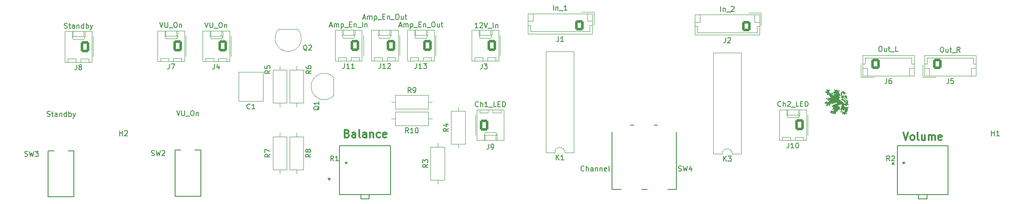
<source format=gbr>
%TF.GenerationSoftware,KiCad,Pcbnew,8.0.8*%
%TF.CreationDate,2025-02-07T22:00:29+01:00*%
%TF.ProjectId,Regler,5265676c-6572-42e6-9b69-6361645f7063,1.1*%
%TF.SameCoordinates,Original*%
%TF.FileFunction,Legend,Top*%
%TF.FilePolarity,Positive*%
%FSLAX46Y46*%
G04 Gerber Fmt 4.6, Leading zero omitted, Abs format (unit mm)*
G04 Created by KiCad (PCBNEW 8.0.8) date 2025-02-07 22:00:29*
%MOMM*%
%LPD*%
G01*
G04 APERTURE LIST*
G04 Aperture macros list*
%AMRoundRect*
0 Rectangle with rounded corners*
0 $1 Rounding radius*
0 $2 $3 $4 $5 $6 $7 $8 $9 X,Y pos of 4 corners*
0 Add a 4 corners polygon primitive as box body*
4,1,4,$2,$3,$4,$5,$6,$7,$8,$9,$2,$3,0*
0 Add four circle primitives for the rounded corners*
1,1,$1+$1,$2,$3*
1,1,$1+$1,$4,$5*
1,1,$1+$1,$6,$7*
1,1,$1+$1,$8,$9*
0 Add four rect primitives between the rounded corners*
20,1,$1+$1,$2,$3,$4,$5,0*
20,1,$1+$1,$4,$5,$6,$7,0*
20,1,$1+$1,$6,$7,$8,$9,0*
20,1,$1+$1,$8,$9,$2,$3,0*%
G04 Aperture macros list end*
%ADD10C,0.300000*%
%ADD11C,0.150000*%
%ADD12C,0.120000*%
%ADD13C,0.010000*%
%ADD14C,0.152400*%
%ADD15R,1.400000X1.400000*%
%ADD16C,1.400000*%
%ADD17RoundRect,0.250000X0.600000X0.725000X-0.600000X0.725000X-0.600000X-0.725000X0.600000X-0.725000X0*%
%ADD18O,1.700000X1.950000*%
%ADD19RoundRect,0.250000X-0.600000X-0.725000X0.600000X-0.725000X0.600000X0.725000X-0.600000X0.725000X0*%
%ADD20RoundRect,0.250000X0.620000X0.845000X-0.620000X0.845000X-0.620000X-0.845000X0.620000X-0.845000X0*%
%ADD21O,1.740000X2.190000*%
%ADD22C,2.000000*%
%ADD23RoundRect,0.250000X0.620000X0.850000X-0.620000X0.850000X-0.620000X-0.850000X0.620000X-0.850000X0*%
%ADD24O,1.740000X2.200000*%
%ADD25C,3.200000*%
%ADD26C,1.600000*%
%ADD27O,1.600000X1.600000*%
%ADD28C,1.701800*%
%ADD29R,1.500000X1.050000*%
%ADD30O,1.500000X1.050000*%
%ADD31C,3.000000*%
%ADD32R,1.050000X1.500000*%
%ADD33O,1.050000X1.500000*%
%ADD34RoundRect,0.250000X-0.620000X-0.845000X0.620000X-0.845000X0.620000X0.845000X-0.620000X0.845000X0*%
G04 APERTURE END LIST*
D10*
X220643143Y-100270328D02*
X221143143Y-101770328D01*
X221143143Y-101770328D02*
X221643143Y-100270328D01*
X222357428Y-101770328D02*
X222214571Y-101698900D01*
X222214571Y-101698900D02*
X222143142Y-101627471D01*
X222143142Y-101627471D02*
X222071714Y-101484614D01*
X222071714Y-101484614D02*
X222071714Y-101056042D01*
X222071714Y-101056042D02*
X222143142Y-100913185D01*
X222143142Y-100913185D02*
X222214571Y-100841757D01*
X222214571Y-100841757D02*
X222357428Y-100770328D01*
X222357428Y-100770328D02*
X222571714Y-100770328D01*
X222571714Y-100770328D02*
X222714571Y-100841757D01*
X222714571Y-100841757D02*
X222786000Y-100913185D01*
X222786000Y-100913185D02*
X222857428Y-101056042D01*
X222857428Y-101056042D02*
X222857428Y-101484614D01*
X222857428Y-101484614D02*
X222786000Y-101627471D01*
X222786000Y-101627471D02*
X222714571Y-101698900D01*
X222714571Y-101698900D02*
X222571714Y-101770328D01*
X222571714Y-101770328D02*
X222357428Y-101770328D01*
X223714571Y-101770328D02*
X223571714Y-101698900D01*
X223571714Y-101698900D02*
X223500285Y-101556042D01*
X223500285Y-101556042D02*
X223500285Y-100270328D01*
X224928857Y-100770328D02*
X224928857Y-101770328D01*
X224285999Y-100770328D02*
X224285999Y-101556042D01*
X224285999Y-101556042D02*
X224357428Y-101698900D01*
X224357428Y-101698900D02*
X224500285Y-101770328D01*
X224500285Y-101770328D02*
X224714571Y-101770328D01*
X224714571Y-101770328D02*
X224857428Y-101698900D01*
X224857428Y-101698900D02*
X224928857Y-101627471D01*
X225643142Y-101770328D02*
X225643142Y-100770328D01*
X225643142Y-100913185D02*
X225714571Y-100841757D01*
X225714571Y-100841757D02*
X225857428Y-100770328D01*
X225857428Y-100770328D02*
X226071714Y-100770328D01*
X226071714Y-100770328D02*
X226214571Y-100841757D01*
X226214571Y-100841757D02*
X226286000Y-100984614D01*
X226286000Y-100984614D02*
X226286000Y-101770328D01*
X226286000Y-100984614D02*
X226357428Y-100841757D01*
X226357428Y-100841757D02*
X226500285Y-100770328D01*
X226500285Y-100770328D02*
X226714571Y-100770328D01*
X226714571Y-100770328D02*
X226857428Y-100841757D01*
X226857428Y-100841757D02*
X226928857Y-100984614D01*
X226928857Y-100984614D02*
X226928857Y-101770328D01*
X228214571Y-101698900D02*
X228071714Y-101770328D01*
X228071714Y-101770328D02*
X227786000Y-101770328D01*
X227786000Y-101770328D02*
X227643142Y-101698900D01*
X227643142Y-101698900D02*
X227571714Y-101556042D01*
X227571714Y-101556042D02*
X227571714Y-100984614D01*
X227571714Y-100984614D02*
X227643142Y-100841757D01*
X227643142Y-100841757D02*
X227786000Y-100770328D01*
X227786000Y-100770328D02*
X228071714Y-100770328D01*
X228071714Y-100770328D02*
X228214571Y-100841757D01*
X228214571Y-100841757D02*
X228286000Y-100984614D01*
X228286000Y-100984614D02*
X228286000Y-101127471D01*
X228286000Y-101127471D02*
X227571714Y-101270328D01*
X110946857Y-100476614D02*
X111161143Y-100548042D01*
X111161143Y-100548042D02*
X111232572Y-100619471D01*
X111232572Y-100619471D02*
X111304000Y-100762328D01*
X111304000Y-100762328D02*
X111304000Y-100976614D01*
X111304000Y-100976614D02*
X111232572Y-101119471D01*
X111232572Y-101119471D02*
X111161143Y-101190900D01*
X111161143Y-101190900D02*
X111018286Y-101262328D01*
X111018286Y-101262328D02*
X110446857Y-101262328D01*
X110446857Y-101262328D02*
X110446857Y-99762328D01*
X110446857Y-99762328D02*
X110946857Y-99762328D01*
X110946857Y-99762328D02*
X111089715Y-99833757D01*
X111089715Y-99833757D02*
X111161143Y-99905185D01*
X111161143Y-99905185D02*
X111232572Y-100048042D01*
X111232572Y-100048042D02*
X111232572Y-100190900D01*
X111232572Y-100190900D02*
X111161143Y-100333757D01*
X111161143Y-100333757D02*
X111089715Y-100405185D01*
X111089715Y-100405185D02*
X110946857Y-100476614D01*
X110946857Y-100476614D02*
X110446857Y-100476614D01*
X112589715Y-101262328D02*
X112589715Y-100476614D01*
X112589715Y-100476614D02*
X112518286Y-100333757D01*
X112518286Y-100333757D02*
X112375429Y-100262328D01*
X112375429Y-100262328D02*
X112089715Y-100262328D01*
X112089715Y-100262328D02*
X111946857Y-100333757D01*
X112589715Y-101190900D02*
X112446857Y-101262328D01*
X112446857Y-101262328D02*
X112089715Y-101262328D01*
X112089715Y-101262328D02*
X111946857Y-101190900D01*
X111946857Y-101190900D02*
X111875429Y-101048042D01*
X111875429Y-101048042D02*
X111875429Y-100905185D01*
X111875429Y-100905185D02*
X111946857Y-100762328D01*
X111946857Y-100762328D02*
X112089715Y-100690900D01*
X112089715Y-100690900D02*
X112446857Y-100690900D01*
X112446857Y-100690900D02*
X112589715Y-100619471D01*
X113518286Y-101262328D02*
X113375429Y-101190900D01*
X113375429Y-101190900D02*
X113304000Y-101048042D01*
X113304000Y-101048042D02*
X113304000Y-99762328D01*
X114732572Y-101262328D02*
X114732572Y-100476614D01*
X114732572Y-100476614D02*
X114661143Y-100333757D01*
X114661143Y-100333757D02*
X114518286Y-100262328D01*
X114518286Y-100262328D02*
X114232572Y-100262328D01*
X114232572Y-100262328D02*
X114089714Y-100333757D01*
X114732572Y-101190900D02*
X114589714Y-101262328D01*
X114589714Y-101262328D02*
X114232572Y-101262328D01*
X114232572Y-101262328D02*
X114089714Y-101190900D01*
X114089714Y-101190900D02*
X114018286Y-101048042D01*
X114018286Y-101048042D02*
X114018286Y-100905185D01*
X114018286Y-100905185D02*
X114089714Y-100762328D01*
X114089714Y-100762328D02*
X114232572Y-100690900D01*
X114232572Y-100690900D02*
X114589714Y-100690900D01*
X114589714Y-100690900D02*
X114732572Y-100619471D01*
X115446857Y-100262328D02*
X115446857Y-101262328D01*
X115446857Y-100405185D02*
X115518286Y-100333757D01*
X115518286Y-100333757D02*
X115661143Y-100262328D01*
X115661143Y-100262328D02*
X115875429Y-100262328D01*
X115875429Y-100262328D02*
X116018286Y-100333757D01*
X116018286Y-100333757D02*
X116089715Y-100476614D01*
X116089715Y-100476614D02*
X116089715Y-101262328D01*
X117446858Y-101190900D02*
X117304000Y-101262328D01*
X117304000Y-101262328D02*
X117018286Y-101262328D01*
X117018286Y-101262328D02*
X116875429Y-101190900D01*
X116875429Y-101190900D02*
X116804000Y-101119471D01*
X116804000Y-101119471D02*
X116732572Y-100976614D01*
X116732572Y-100976614D02*
X116732572Y-100548042D01*
X116732572Y-100548042D02*
X116804000Y-100405185D01*
X116804000Y-100405185D02*
X116875429Y-100333757D01*
X116875429Y-100333757D02*
X117018286Y-100262328D01*
X117018286Y-100262328D02*
X117304000Y-100262328D01*
X117304000Y-100262328D02*
X117446858Y-100333757D01*
X118661143Y-101190900D02*
X118518286Y-101262328D01*
X118518286Y-101262328D02*
X118232572Y-101262328D01*
X118232572Y-101262328D02*
X118089714Y-101190900D01*
X118089714Y-101190900D02*
X118018286Y-101048042D01*
X118018286Y-101048042D02*
X118018286Y-100476614D01*
X118018286Y-100476614D02*
X118089714Y-100333757D01*
X118089714Y-100333757D02*
X118232572Y-100262328D01*
X118232572Y-100262328D02*
X118518286Y-100262328D01*
X118518286Y-100262328D02*
X118661143Y-100333757D01*
X118661143Y-100333757D02*
X118732572Y-100476614D01*
X118732572Y-100476614D02*
X118732572Y-100619471D01*
X118732572Y-100619471D02*
X118018286Y-100762328D01*
D11*
X152169905Y-105698819D02*
X152169905Y-104698819D01*
X152741333Y-105698819D02*
X152312762Y-105127390D01*
X152741333Y-104698819D02*
X152169905Y-105270247D01*
X153693714Y-105698819D02*
X153122286Y-105698819D01*
X153408000Y-105698819D02*
X153408000Y-104698819D01*
X153408000Y-104698819D02*
X153312762Y-104841676D01*
X153312762Y-104841676D02*
X153217524Y-104936914D01*
X153217524Y-104936914D02*
X153122286Y-104984533D01*
X185189905Y-105952819D02*
X185189905Y-104952819D01*
X185761333Y-105952819D02*
X185332762Y-105381390D01*
X185761333Y-104952819D02*
X185189905Y-105524247D01*
X186094667Y-104952819D02*
X186713714Y-104952819D01*
X186713714Y-104952819D02*
X186380381Y-105333771D01*
X186380381Y-105333771D02*
X186523238Y-105333771D01*
X186523238Y-105333771D02*
X186618476Y-105381390D01*
X186618476Y-105381390D02*
X186666095Y-105429009D01*
X186666095Y-105429009D02*
X186713714Y-105524247D01*
X186713714Y-105524247D02*
X186713714Y-105762342D01*
X186713714Y-105762342D02*
X186666095Y-105857580D01*
X186666095Y-105857580D02*
X186618476Y-105905200D01*
X186618476Y-105905200D02*
X186523238Y-105952819D01*
X186523238Y-105952819D02*
X186237524Y-105952819D01*
X186237524Y-105952819D02*
X186142286Y-105905200D01*
X186142286Y-105905200D02*
X186094667Y-105857580D01*
X152634666Y-81340819D02*
X152634666Y-82055104D01*
X152634666Y-82055104D02*
X152587047Y-82197961D01*
X152587047Y-82197961D02*
X152491809Y-82293200D01*
X152491809Y-82293200D02*
X152348952Y-82340819D01*
X152348952Y-82340819D02*
X152253714Y-82340819D01*
X153634666Y-82340819D02*
X153063238Y-82340819D01*
X153348952Y-82340819D02*
X153348952Y-81340819D01*
X153348952Y-81340819D02*
X153253714Y-81483676D01*
X153253714Y-81483676D02*
X153158476Y-81578914D01*
X153158476Y-81578914D02*
X153063238Y-81626533D01*
X151658476Y-76140819D02*
X151658476Y-75140819D01*
X152134666Y-75474152D02*
X152134666Y-76140819D01*
X152134666Y-75569390D02*
X152182285Y-75521771D01*
X152182285Y-75521771D02*
X152277523Y-75474152D01*
X152277523Y-75474152D02*
X152420380Y-75474152D01*
X152420380Y-75474152D02*
X152515618Y-75521771D01*
X152515618Y-75521771D02*
X152563237Y-75617009D01*
X152563237Y-75617009D02*
X152563237Y-76140819D01*
X152801333Y-76236057D02*
X153563237Y-76236057D01*
X154325142Y-76140819D02*
X153753714Y-76140819D01*
X154039428Y-76140819D02*
X154039428Y-75140819D01*
X154039428Y-75140819D02*
X153944190Y-75283676D01*
X153944190Y-75283676D02*
X153848952Y-75378914D01*
X153848952Y-75378914D02*
X153753714Y-75426533D01*
X185594666Y-81548819D02*
X185594666Y-82263104D01*
X185594666Y-82263104D02*
X185547047Y-82405961D01*
X185547047Y-82405961D02*
X185451809Y-82501200D01*
X185451809Y-82501200D02*
X185308952Y-82548819D01*
X185308952Y-82548819D02*
X185213714Y-82548819D01*
X186023238Y-81644057D02*
X186070857Y-81596438D01*
X186070857Y-81596438D02*
X186166095Y-81548819D01*
X186166095Y-81548819D02*
X186404190Y-81548819D01*
X186404190Y-81548819D02*
X186499428Y-81596438D01*
X186499428Y-81596438D02*
X186547047Y-81644057D01*
X186547047Y-81644057D02*
X186594666Y-81739295D01*
X186594666Y-81739295D02*
X186594666Y-81834533D01*
X186594666Y-81834533D02*
X186547047Y-81977390D01*
X186547047Y-81977390D02*
X185975619Y-82548819D01*
X185975619Y-82548819D02*
X186594666Y-82548819D01*
X184618476Y-76348819D02*
X184618476Y-75348819D01*
X185094666Y-75682152D02*
X185094666Y-76348819D01*
X185094666Y-75777390D02*
X185142285Y-75729771D01*
X185142285Y-75729771D02*
X185237523Y-75682152D01*
X185237523Y-75682152D02*
X185380380Y-75682152D01*
X185380380Y-75682152D02*
X185475618Y-75729771D01*
X185475618Y-75729771D02*
X185523237Y-75825009D01*
X185523237Y-75825009D02*
X185523237Y-76348819D01*
X185761333Y-76444057D02*
X186523237Y-76444057D01*
X186713714Y-75444057D02*
X186761333Y-75396438D01*
X186761333Y-75396438D02*
X186856571Y-75348819D01*
X186856571Y-75348819D02*
X187094666Y-75348819D01*
X187094666Y-75348819D02*
X187189904Y-75396438D01*
X187189904Y-75396438D02*
X187237523Y-75444057D01*
X187237523Y-75444057D02*
X187285142Y-75539295D01*
X187285142Y-75539295D02*
X187285142Y-75634533D01*
X187285142Y-75634533D02*
X187237523Y-75777390D01*
X187237523Y-75777390D02*
X186666095Y-76348819D01*
X186666095Y-76348819D02*
X187285142Y-76348819D01*
X229576666Y-89624819D02*
X229576666Y-90339104D01*
X229576666Y-90339104D02*
X229529047Y-90481961D01*
X229529047Y-90481961D02*
X229433809Y-90577200D01*
X229433809Y-90577200D02*
X229290952Y-90624819D01*
X229290952Y-90624819D02*
X229195714Y-90624819D01*
X230529047Y-89624819D02*
X230052857Y-89624819D01*
X230052857Y-89624819D02*
X230005238Y-90101009D01*
X230005238Y-90101009D02*
X230052857Y-90053390D01*
X230052857Y-90053390D02*
X230148095Y-90005771D01*
X230148095Y-90005771D02*
X230386190Y-90005771D01*
X230386190Y-90005771D02*
X230481428Y-90053390D01*
X230481428Y-90053390D02*
X230529047Y-90101009D01*
X230529047Y-90101009D02*
X230576666Y-90196247D01*
X230576666Y-90196247D02*
X230576666Y-90434342D01*
X230576666Y-90434342D02*
X230529047Y-90529580D01*
X230529047Y-90529580D02*
X230481428Y-90577200D01*
X230481428Y-90577200D02*
X230386190Y-90624819D01*
X230386190Y-90624819D02*
X230148095Y-90624819D01*
X230148095Y-90624819D02*
X230052857Y-90577200D01*
X230052857Y-90577200D02*
X230005238Y-90529580D01*
X228195714Y-83401819D02*
X228386190Y-83401819D01*
X228386190Y-83401819D02*
X228481428Y-83449438D01*
X228481428Y-83449438D02*
X228576666Y-83544676D01*
X228576666Y-83544676D02*
X228624285Y-83735152D01*
X228624285Y-83735152D02*
X228624285Y-84068485D01*
X228624285Y-84068485D02*
X228576666Y-84258961D01*
X228576666Y-84258961D02*
X228481428Y-84354200D01*
X228481428Y-84354200D02*
X228386190Y-84401819D01*
X228386190Y-84401819D02*
X228195714Y-84401819D01*
X228195714Y-84401819D02*
X228100476Y-84354200D01*
X228100476Y-84354200D02*
X228005238Y-84258961D01*
X228005238Y-84258961D02*
X227957619Y-84068485D01*
X227957619Y-84068485D02*
X227957619Y-83735152D01*
X227957619Y-83735152D02*
X228005238Y-83544676D01*
X228005238Y-83544676D02*
X228100476Y-83449438D01*
X228100476Y-83449438D02*
X228195714Y-83401819D01*
X229481428Y-83735152D02*
X229481428Y-84401819D01*
X229052857Y-83735152D02*
X229052857Y-84258961D01*
X229052857Y-84258961D02*
X229100476Y-84354200D01*
X229100476Y-84354200D02*
X229195714Y-84401819D01*
X229195714Y-84401819D02*
X229338571Y-84401819D01*
X229338571Y-84401819D02*
X229433809Y-84354200D01*
X229433809Y-84354200D02*
X229481428Y-84306580D01*
X229814762Y-83735152D02*
X230195714Y-83735152D01*
X229957619Y-83401819D02*
X229957619Y-84258961D01*
X229957619Y-84258961D02*
X230005238Y-84354200D01*
X230005238Y-84354200D02*
X230100476Y-84401819D01*
X230100476Y-84401819D02*
X230195714Y-84401819D01*
X230290953Y-84497057D02*
X231052857Y-84497057D01*
X231862381Y-84401819D02*
X231529048Y-83925628D01*
X231290953Y-84401819D02*
X231290953Y-83401819D01*
X231290953Y-83401819D02*
X231671905Y-83401819D01*
X231671905Y-83401819D02*
X231767143Y-83449438D01*
X231767143Y-83449438D02*
X231814762Y-83497057D01*
X231814762Y-83497057D02*
X231862381Y-83592295D01*
X231862381Y-83592295D02*
X231862381Y-83735152D01*
X231862381Y-83735152D02*
X231814762Y-83830390D01*
X231814762Y-83830390D02*
X231767143Y-83878009D01*
X231767143Y-83878009D02*
X231671905Y-83925628D01*
X231671905Y-83925628D02*
X231290953Y-83925628D01*
X217384666Y-89624819D02*
X217384666Y-90339104D01*
X217384666Y-90339104D02*
X217337047Y-90481961D01*
X217337047Y-90481961D02*
X217241809Y-90577200D01*
X217241809Y-90577200D02*
X217098952Y-90624819D01*
X217098952Y-90624819D02*
X217003714Y-90624819D01*
X218289428Y-89624819D02*
X218098952Y-89624819D01*
X218098952Y-89624819D02*
X218003714Y-89672438D01*
X218003714Y-89672438D02*
X217956095Y-89720057D01*
X217956095Y-89720057D02*
X217860857Y-89862914D01*
X217860857Y-89862914D02*
X217813238Y-90053390D01*
X217813238Y-90053390D02*
X217813238Y-90434342D01*
X217813238Y-90434342D02*
X217860857Y-90529580D01*
X217860857Y-90529580D02*
X217908476Y-90577200D01*
X217908476Y-90577200D02*
X218003714Y-90624819D01*
X218003714Y-90624819D02*
X218194190Y-90624819D01*
X218194190Y-90624819D02*
X218289428Y-90577200D01*
X218289428Y-90577200D02*
X218337047Y-90529580D01*
X218337047Y-90529580D02*
X218384666Y-90434342D01*
X218384666Y-90434342D02*
X218384666Y-90196247D01*
X218384666Y-90196247D02*
X218337047Y-90101009D01*
X218337047Y-90101009D02*
X218289428Y-90053390D01*
X218289428Y-90053390D02*
X218194190Y-90005771D01*
X218194190Y-90005771D02*
X218003714Y-90005771D01*
X218003714Y-90005771D02*
X217908476Y-90053390D01*
X217908476Y-90053390D02*
X217860857Y-90101009D01*
X217860857Y-90101009D02*
X217813238Y-90196247D01*
X216058952Y-83274819D02*
X216249428Y-83274819D01*
X216249428Y-83274819D02*
X216344666Y-83322438D01*
X216344666Y-83322438D02*
X216439904Y-83417676D01*
X216439904Y-83417676D02*
X216487523Y-83608152D01*
X216487523Y-83608152D02*
X216487523Y-83941485D01*
X216487523Y-83941485D02*
X216439904Y-84131961D01*
X216439904Y-84131961D02*
X216344666Y-84227200D01*
X216344666Y-84227200D02*
X216249428Y-84274819D01*
X216249428Y-84274819D02*
X216058952Y-84274819D01*
X216058952Y-84274819D02*
X215963714Y-84227200D01*
X215963714Y-84227200D02*
X215868476Y-84131961D01*
X215868476Y-84131961D02*
X215820857Y-83941485D01*
X215820857Y-83941485D02*
X215820857Y-83608152D01*
X215820857Y-83608152D02*
X215868476Y-83417676D01*
X215868476Y-83417676D02*
X215963714Y-83322438D01*
X215963714Y-83322438D02*
X216058952Y-83274819D01*
X217344666Y-83608152D02*
X217344666Y-84274819D01*
X216916095Y-83608152D02*
X216916095Y-84131961D01*
X216916095Y-84131961D02*
X216963714Y-84227200D01*
X216963714Y-84227200D02*
X217058952Y-84274819D01*
X217058952Y-84274819D02*
X217201809Y-84274819D01*
X217201809Y-84274819D02*
X217297047Y-84227200D01*
X217297047Y-84227200D02*
X217344666Y-84179580D01*
X217678000Y-83608152D02*
X218058952Y-83608152D01*
X217820857Y-83274819D02*
X217820857Y-84131961D01*
X217820857Y-84131961D02*
X217868476Y-84227200D01*
X217868476Y-84227200D02*
X217963714Y-84274819D01*
X217963714Y-84274819D02*
X218058952Y-84274819D01*
X218154191Y-84370057D02*
X218916095Y-84370057D01*
X219630381Y-84274819D02*
X219154191Y-84274819D01*
X219154191Y-84274819D02*
X219154191Y-83274819D01*
X75866666Y-86739819D02*
X75866666Y-87454104D01*
X75866666Y-87454104D02*
X75819047Y-87596961D01*
X75819047Y-87596961D02*
X75723809Y-87692200D01*
X75723809Y-87692200D02*
X75580952Y-87739819D01*
X75580952Y-87739819D02*
X75485714Y-87739819D01*
X76247619Y-86739819D02*
X76914285Y-86739819D01*
X76914285Y-86739819D02*
X76485714Y-87739819D01*
X73985714Y-78539819D02*
X74319047Y-79539819D01*
X74319047Y-79539819D02*
X74652380Y-78539819D01*
X74985714Y-78539819D02*
X74985714Y-79349342D01*
X74985714Y-79349342D02*
X75033333Y-79444580D01*
X75033333Y-79444580D02*
X75080952Y-79492200D01*
X75080952Y-79492200D02*
X75176190Y-79539819D01*
X75176190Y-79539819D02*
X75366666Y-79539819D01*
X75366666Y-79539819D02*
X75461904Y-79492200D01*
X75461904Y-79492200D02*
X75509523Y-79444580D01*
X75509523Y-79444580D02*
X75557142Y-79349342D01*
X75557142Y-79349342D02*
X75557142Y-78539819D01*
X75795238Y-79635057D02*
X76557142Y-79635057D01*
X76985714Y-78539819D02*
X77176190Y-78539819D01*
X77176190Y-78539819D02*
X77271428Y-78587438D01*
X77271428Y-78587438D02*
X77366666Y-78682676D01*
X77366666Y-78682676D02*
X77414285Y-78873152D01*
X77414285Y-78873152D02*
X77414285Y-79206485D01*
X77414285Y-79206485D02*
X77366666Y-79396961D01*
X77366666Y-79396961D02*
X77271428Y-79492200D01*
X77271428Y-79492200D02*
X77176190Y-79539819D01*
X77176190Y-79539819D02*
X76985714Y-79539819D01*
X76985714Y-79539819D02*
X76890476Y-79492200D01*
X76890476Y-79492200D02*
X76795238Y-79396961D01*
X76795238Y-79396961D02*
X76747619Y-79206485D01*
X76747619Y-79206485D02*
X76747619Y-78873152D01*
X76747619Y-78873152D02*
X76795238Y-78682676D01*
X76795238Y-78682676D02*
X76890476Y-78587438D01*
X76890476Y-78587438D02*
X76985714Y-78539819D01*
X77842857Y-78873152D02*
X77842857Y-79539819D01*
X77842857Y-78968390D02*
X77890476Y-78920771D01*
X77890476Y-78920771D02*
X77985714Y-78873152D01*
X77985714Y-78873152D02*
X78128571Y-78873152D01*
X78128571Y-78873152D02*
X78223809Y-78920771D01*
X78223809Y-78920771D02*
X78271428Y-79016009D01*
X78271428Y-79016009D02*
X78271428Y-79539819D01*
X57578666Y-86886819D02*
X57578666Y-87601104D01*
X57578666Y-87601104D02*
X57531047Y-87743961D01*
X57531047Y-87743961D02*
X57435809Y-87839200D01*
X57435809Y-87839200D02*
X57292952Y-87886819D01*
X57292952Y-87886819D02*
X57197714Y-87886819D01*
X58197714Y-87315390D02*
X58102476Y-87267771D01*
X58102476Y-87267771D02*
X58054857Y-87220152D01*
X58054857Y-87220152D02*
X58007238Y-87124914D01*
X58007238Y-87124914D02*
X58007238Y-87077295D01*
X58007238Y-87077295D02*
X58054857Y-86982057D01*
X58054857Y-86982057D02*
X58102476Y-86934438D01*
X58102476Y-86934438D02*
X58197714Y-86886819D01*
X58197714Y-86886819D02*
X58388190Y-86886819D01*
X58388190Y-86886819D02*
X58483428Y-86934438D01*
X58483428Y-86934438D02*
X58531047Y-86982057D01*
X58531047Y-86982057D02*
X58578666Y-87077295D01*
X58578666Y-87077295D02*
X58578666Y-87124914D01*
X58578666Y-87124914D02*
X58531047Y-87220152D01*
X58531047Y-87220152D02*
X58483428Y-87267771D01*
X58483428Y-87267771D02*
X58388190Y-87315390D01*
X58388190Y-87315390D02*
X58197714Y-87315390D01*
X58197714Y-87315390D02*
X58102476Y-87363009D01*
X58102476Y-87363009D02*
X58054857Y-87410628D01*
X58054857Y-87410628D02*
X58007238Y-87505866D01*
X58007238Y-87505866D02*
X58007238Y-87696342D01*
X58007238Y-87696342D02*
X58054857Y-87791580D01*
X58054857Y-87791580D02*
X58102476Y-87839200D01*
X58102476Y-87839200D02*
X58197714Y-87886819D01*
X58197714Y-87886819D02*
X58388190Y-87886819D01*
X58388190Y-87886819D02*
X58483428Y-87839200D01*
X58483428Y-87839200D02*
X58531047Y-87791580D01*
X58531047Y-87791580D02*
X58578666Y-87696342D01*
X58578666Y-87696342D02*
X58578666Y-87505866D01*
X58578666Y-87505866D02*
X58531047Y-87410628D01*
X58531047Y-87410628D02*
X58483428Y-87363009D01*
X58483428Y-87363009D02*
X58388190Y-87315390D01*
X55150095Y-79639200D02*
X55292952Y-79686819D01*
X55292952Y-79686819D02*
X55531047Y-79686819D01*
X55531047Y-79686819D02*
X55626285Y-79639200D01*
X55626285Y-79639200D02*
X55673904Y-79591580D01*
X55673904Y-79591580D02*
X55721523Y-79496342D01*
X55721523Y-79496342D02*
X55721523Y-79401104D01*
X55721523Y-79401104D02*
X55673904Y-79305866D01*
X55673904Y-79305866D02*
X55626285Y-79258247D01*
X55626285Y-79258247D02*
X55531047Y-79210628D01*
X55531047Y-79210628D02*
X55340571Y-79163009D01*
X55340571Y-79163009D02*
X55245333Y-79115390D01*
X55245333Y-79115390D02*
X55197714Y-79067771D01*
X55197714Y-79067771D02*
X55150095Y-78972533D01*
X55150095Y-78972533D02*
X55150095Y-78877295D01*
X55150095Y-78877295D02*
X55197714Y-78782057D01*
X55197714Y-78782057D02*
X55245333Y-78734438D01*
X55245333Y-78734438D02*
X55340571Y-78686819D01*
X55340571Y-78686819D02*
X55578666Y-78686819D01*
X55578666Y-78686819D02*
X55721523Y-78734438D01*
X56007238Y-79020152D02*
X56388190Y-79020152D01*
X56150095Y-78686819D02*
X56150095Y-79543961D01*
X56150095Y-79543961D02*
X56197714Y-79639200D01*
X56197714Y-79639200D02*
X56292952Y-79686819D01*
X56292952Y-79686819D02*
X56388190Y-79686819D01*
X57150095Y-79686819D02*
X57150095Y-79163009D01*
X57150095Y-79163009D02*
X57102476Y-79067771D01*
X57102476Y-79067771D02*
X57007238Y-79020152D01*
X57007238Y-79020152D02*
X56816762Y-79020152D01*
X56816762Y-79020152D02*
X56721524Y-79067771D01*
X57150095Y-79639200D02*
X57054857Y-79686819D01*
X57054857Y-79686819D02*
X56816762Y-79686819D01*
X56816762Y-79686819D02*
X56721524Y-79639200D01*
X56721524Y-79639200D02*
X56673905Y-79543961D01*
X56673905Y-79543961D02*
X56673905Y-79448723D01*
X56673905Y-79448723D02*
X56721524Y-79353485D01*
X56721524Y-79353485D02*
X56816762Y-79305866D01*
X56816762Y-79305866D02*
X57054857Y-79305866D01*
X57054857Y-79305866D02*
X57150095Y-79258247D01*
X57626286Y-79020152D02*
X57626286Y-79686819D01*
X57626286Y-79115390D02*
X57673905Y-79067771D01*
X57673905Y-79067771D02*
X57769143Y-79020152D01*
X57769143Y-79020152D02*
X57912000Y-79020152D01*
X57912000Y-79020152D02*
X58007238Y-79067771D01*
X58007238Y-79067771D02*
X58054857Y-79163009D01*
X58054857Y-79163009D02*
X58054857Y-79686819D01*
X58959619Y-79686819D02*
X58959619Y-78686819D01*
X58959619Y-79639200D02*
X58864381Y-79686819D01*
X58864381Y-79686819D02*
X58673905Y-79686819D01*
X58673905Y-79686819D02*
X58578667Y-79639200D01*
X58578667Y-79639200D02*
X58531048Y-79591580D01*
X58531048Y-79591580D02*
X58483429Y-79496342D01*
X58483429Y-79496342D02*
X58483429Y-79210628D01*
X58483429Y-79210628D02*
X58531048Y-79115390D01*
X58531048Y-79115390D02*
X58578667Y-79067771D01*
X58578667Y-79067771D02*
X58673905Y-79020152D01*
X58673905Y-79020152D02*
X58864381Y-79020152D01*
X58864381Y-79020152D02*
X58959619Y-79067771D01*
X59435810Y-79686819D02*
X59435810Y-78686819D01*
X59435810Y-79067771D02*
X59531048Y-79020152D01*
X59531048Y-79020152D02*
X59721524Y-79020152D01*
X59721524Y-79020152D02*
X59816762Y-79067771D01*
X59816762Y-79067771D02*
X59864381Y-79115390D01*
X59864381Y-79115390D02*
X59912000Y-79210628D01*
X59912000Y-79210628D02*
X59912000Y-79496342D01*
X59912000Y-79496342D02*
X59864381Y-79591580D01*
X59864381Y-79591580D02*
X59816762Y-79639200D01*
X59816762Y-79639200D02*
X59721524Y-79686819D01*
X59721524Y-79686819D02*
X59531048Y-79686819D01*
X59531048Y-79686819D02*
X59435810Y-79639200D01*
X60245334Y-79020152D02*
X60483429Y-79686819D01*
X60721524Y-79020152D02*
X60483429Y-79686819D01*
X60483429Y-79686819D02*
X60388191Y-79924914D01*
X60388191Y-79924914D02*
X60340572Y-79972533D01*
X60340572Y-79972533D02*
X60245334Y-80020152D01*
X72343867Y-104787200D02*
X72486724Y-104834819D01*
X72486724Y-104834819D02*
X72724819Y-104834819D01*
X72724819Y-104834819D02*
X72820057Y-104787200D01*
X72820057Y-104787200D02*
X72867676Y-104739580D01*
X72867676Y-104739580D02*
X72915295Y-104644342D01*
X72915295Y-104644342D02*
X72915295Y-104549104D01*
X72915295Y-104549104D02*
X72867676Y-104453866D01*
X72867676Y-104453866D02*
X72820057Y-104406247D01*
X72820057Y-104406247D02*
X72724819Y-104358628D01*
X72724819Y-104358628D02*
X72534343Y-104311009D01*
X72534343Y-104311009D02*
X72439105Y-104263390D01*
X72439105Y-104263390D02*
X72391486Y-104215771D01*
X72391486Y-104215771D02*
X72343867Y-104120533D01*
X72343867Y-104120533D02*
X72343867Y-104025295D01*
X72343867Y-104025295D02*
X72391486Y-103930057D01*
X72391486Y-103930057D02*
X72439105Y-103882438D01*
X72439105Y-103882438D02*
X72534343Y-103834819D01*
X72534343Y-103834819D02*
X72772438Y-103834819D01*
X72772438Y-103834819D02*
X72915295Y-103882438D01*
X73248629Y-103834819D02*
X73486724Y-104834819D01*
X73486724Y-104834819D02*
X73677200Y-104120533D01*
X73677200Y-104120533D02*
X73867676Y-104834819D01*
X73867676Y-104834819D02*
X74105772Y-103834819D01*
X74439105Y-103930057D02*
X74486724Y-103882438D01*
X74486724Y-103882438D02*
X74581962Y-103834819D01*
X74581962Y-103834819D02*
X74820057Y-103834819D01*
X74820057Y-103834819D02*
X74915295Y-103882438D01*
X74915295Y-103882438D02*
X74962914Y-103930057D01*
X74962914Y-103930057D02*
X75010533Y-104025295D01*
X75010533Y-104025295D02*
X75010533Y-104120533D01*
X75010533Y-104120533D02*
X74962914Y-104263390D01*
X74962914Y-104263390D02*
X74391486Y-104834819D01*
X74391486Y-104834819D02*
X75010533Y-104834819D01*
X77304914Y-95960819D02*
X77638247Y-96960819D01*
X77638247Y-96960819D02*
X77971580Y-95960819D01*
X78304914Y-95960819D02*
X78304914Y-96770342D01*
X78304914Y-96770342D02*
X78352533Y-96865580D01*
X78352533Y-96865580D02*
X78400152Y-96913200D01*
X78400152Y-96913200D02*
X78495390Y-96960819D01*
X78495390Y-96960819D02*
X78685866Y-96960819D01*
X78685866Y-96960819D02*
X78781104Y-96913200D01*
X78781104Y-96913200D02*
X78828723Y-96865580D01*
X78828723Y-96865580D02*
X78876342Y-96770342D01*
X78876342Y-96770342D02*
X78876342Y-95960819D01*
X79114438Y-97056057D02*
X79876342Y-97056057D01*
X80304914Y-95960819D02*
X80495390Y-95960819D01*
X80495390Y-95960819D02*
X80590628Y-96008438D01*
X80590628Y-96008438D02*
X80685866Y-96103676D01*
X80685866Y-96103676D02*
X80733485Y-96294152D01*
X80733485Y-96294152D02*
X80733485Y-96627485D01*
X80733485Y-96627485D02*
X80685866Y-96817961D01*
X80685866Y-96817961D02*
X80590628Y-96913200D01*
X80590628Y-96913200D02*
X80495390Y-96960819D01*
X80495390Y-96960819D02*
X80304914Y-96960819D01*
X80304914Y-96960819D02*
X80209676Y-96913200D01*
X80209676Y-96913200D02*
X80114438Y-96817961D01*
X80114438Y-96817961D02*
X80066819Y-96627485D01*
X80066819Y-96627485D02*
X80066819Y-96294152D01*
X80066819Y-96294152D02*
X80114438Y-96103676D01*
X80114438Y-96103676D02*
X80209676Y-96008438D01*
X80209676Y-96008438D02*
X80304914Y-95960819D01*
X81162057Y-96294152D02*
X81162057Y-96960819D01*
X81162057Y-96389390D02*
X81209676Y-96341771D01*
X81209676Y-96341771D02*
X81304914Y-96294152D01*
X81304914Y-96294152D02*
X81447771Y-96294152D01*
X81447771Y-96294152D02*
X81543009Y-96341771D01*
X81543009Y-96341771D02*
X81590628Y-96437009D01*
X81590628Y-96437009D02*
X81590628Y-96960819D01*
X47343867Y-104928200D02*
X47486724Y-104975819D01*
X47486724Y-104975819D02*
X47724819Y-104975819D01*
X47724819Y-104975819D02*
X47820057Y-104928200D01*
X47820057Y-104928200D02*
X47867676Y-104880580D01*
X47867676Y-104880580D02*
X47915295Y-104785342D01*
X47915295Y-104785342D02*
X47915295Y-104690104D01*
X47915295Y-104690104D02*
X47867676Y-104594866D01*
X47867676Y-104594866D02*
X47820057Y-104547247D01*
X47820057Y-104547247D02*
X47724819Y-104499628D01*
X47724819Y-104499628D02*
X47534343Y-104452009D01*
X47534343Y-104452009D02*
X47439105Y-104404390D01*
X47439105Y-104404390D02*
X47391486Y-104356771D01*
X47391486Y-104356771D02*
X47343867Y-104261533D01*
X47343867Y-104261533D02*
X47343867Y-104166295D01*
X47343867Y-104166295D02*
X47391486Y-104071057D01*
X47391486Y-104071057D02*
X47439105Y-104023438D01*
X47439105Y-104023438D02*
X47534343Y-103975819D01*
X47534343Y-103975819D02*
X47772438Y-103975819D01*
X47772438Y-103975819D02*
X47915295Y-104023438D01*
X48248629Y-103975819D02*
X48486724Y-104975819D01*
X48486724Y-104975819D02*
X48677200Y-104261533D01*
X48677200Y-104261533D02*
X48867676Y-104975819D01*
X48867676Y-104975819D02*
X49105772Y-103975819D01*
X49391486Y-103975819D02*
X50010533Y-103975819D01*
X50010533Y-103975819D02*
X49677200Y-104356771D01*
X49677200Y-104356771D02*
X49820057Y-104356771D01*
X49820057Y-104356771D02*
X49915295Y-104404390D01*
X49915295Y-104404390D02*
X49962914Y-104452009D01*
X49962914Y-104452009D02*
X50010533Y-104547247D01*
X50010533Y-104547247D02*
X50010533Y-104785342D01*
X50010533Y-104785342D02*
X49962914Y-104880580D01*
X49962914Y-104880580D02*
X49915295Y-104928200D01*
X49915295Y-104928200D02*
X49820057Y-104975819D01*
X49820057Y-104975819D02*
X49534343Y-104975819D01*
X49534343Y-104975819D02*
X49439105Y-104928200D01*
X49439105Y-104928200D02*
X49391486Y-104880580D01*
X51757295Y-97054200D02*
X51900152Y-97101819D01*
X51900152Y-97101819D02*
X52138247Y-97101819D01*
X52138247Y-97101819D02*
X52233485Y-97054200D01*
X52233485Y-97054200D02*
X52281104Y-97006580D01*
X52281104Y-97006580D02*
X52328723Y-96911342D01*
X52328723Y-96911342D02*
X52328723Y-96816104D01*
X52328723Y-96816104D02*
X52281104Y-96720866D01*
X52281104Y-96720866D02*
X52233485Y-96673247D01*
X52233485Y-96673247D02*
X52138247Y-96625628D01*
X52138247Y-96625628D02*
X51947771Y-96578009D01*
X51947771Y-96578009D02*
X51852533Y-96530390D01*
X51852533Y-96530390D02*
X51804914Y-96482771D01*
X51804914Y-96482771D02*
X51757295Y-96387533D01*
X51757295Y-96387533D02*
X51757295Y-96292295D01*
X51757295Y-96292295D02*
X51804914Y-96197057D01*
X51804914Y-96197057D02*
X51852533Y-96149438D01*
X51852533Y-96149438D02*
X51947771Y-96101819D01*
X51947771Y-96101819D02*
X52185866Y-96101819D01*
X52185866Y-96101819D02*
X52328723Y-96149438D01*
X52614438Y-96435152D02*
X52995390Y-96435152D01*
X52757295Y-96101819D02*
X52757295Y-96958961D01*
X52757295Y-96958961D02*
X52804914Y-97054200D01*
X52804914Y-97054200D02*
X52900152Y-97101819D01*
X52900152Y-97101819D02*
X52995390Y-97101819D01*
X53757295Y-97101819D02*
X53757295Y-96578009D01*
X53757295Y-96578009D02*
X53709676Y-96482771D01*
X53709676Y-96482771D02*
X53614438Y-96435152D01*
X53614438Y-96435152D02*
X53423962Y-96435152D01*
X53423962Y-96435152D02*
X53328724Y-96482771D01*
X53757295Y-97054200D02*
X53662057Y-97101819D01*
X53662057Y-97101819D02*
X53423962Y-97101819D01*
X53423962Y-97101819D02*
X53328724Y-97054200D01*
X53328724Y-97054200D02*
X53281105Y-96958961D01*
X53281105Y-96958961D02*
X53281105Y-96863723D01*
X53281105Y-96863723D02*
X53328724Y-96768485D01*
X53328724Y-96768485D02*
X53423962Y-96720866D01*
X53423962Y-96720866D02*
X53662057Y-96720866D01*
X53662057Y-96720866D02*
X53757295Y-96673247D01*
X54233486Y-96435152D02*
X54233486Y-97101819D01*
X54233486Y-96530390D02*
X54281105Y-96482771D01*
X54281105Y-96482771D02*
X54376343Y-96435152D01*
X54376343Y-96435152D02*
X54519200Y-96435152D01*
X54519200Y-96435152D02*
X54614438Y-96482771D01*
X54614438Y-96482771D02*
X54662057Y-96578009D01*
X54662057Y-96578009D02*
X54662057Y-97101819D01*
X55566819Y-97101819D02*
X55566819Y-96101819D01*
X55566819Y-97054200D02*
X55471581Y-97101819D01*
X55471581Y-97101819D02*
X55281105Y-97101819D01*
X55281105Y-97101819D02*
X55185867Y-97054200D01*
X55185867Y-97054200D02*
X55138248Y-97006580D01*
X55138248Y-97006580D02*
X55090629Y-96911342D01*
X55090629Y-96911342D02*
X55090629Y-96625628D01*
X55090629Y-96625628D02*
X55138248Y-96530390D01*
X55138248Y-96530390D02*
X55185867Y-96482771D01*
X55185867Y-96482771D02*
X55281105Y-96435152D01*
X55281105Y-96435152D02*
X55471581Y-96435152D01*
X55471581Y-96435152D02*
X55566819Y-96482771D01*
X56043010Y-97101819D02*
X56043010Y-96101819D01*
X56043010Y-96482771D02*
X56138248Y-96435152D01*
X56138248Y-96435152D02*
X56328724Y-96435152D01*
X56328724Y-96435152D02*
X56423962Y-96482771D01*
X56423962Y-96482771D02*
X56471581Y-96530390D01*
X56471581Y-96530390D02*
X56519200Y-96625628D01*
X56519200Y-96625628D02*
X56519200Y-96911342D01*
X56519200Y-96911342D02*
X56471581Y-97006580D01*
X56471581Y-97006580D02*
X56423962Y-97054200D01*
X56423962Y-97054200D02*
X56328724Y-97101819D01*
X56328724Y-97101819D02*
X56138248Y-97101819D01*
X56138248Y-97101819D02*
X56043010Y-97054200D01*
X56852534Y-96435152D02*
X57090629Y-97101819D01*
X57328724Y-96435152D02*
X57090629Y-97101819D01*
X57090629Y-97101819D02*
X56995391Y-97339914D01*
X56995391Y-97339914D02*
X56947772Y-97387533D01*
X56947772Y-97387533D02*
X56852534Y-97435152D01*
X84756666Y-86759819D02*
X84756666Y-87474104D01*
X84756666Y-87474104D02*
X84709047Y-87616961D01*
X84709047Y-87616961D02*
X84613809Y-87712200D01*
X84613809Y-87712200D02*
X84470952Y-87759819D01*
X84470952Y-87759819D02*
X84375714Y-87759819D01*
X85661428Y-87093152D02*
X85661428Y-87759819D01*
X85423333Y-86712200D02*
X85185238Y-87426485D01*
X85185238Y-87426485D02*
X85804285Y-87426485D01*
X82875714Y-78559819D02*
X83209047Y-79559819D01*
X83209047Y-79559819D02*
X83542380Y-78559819D01*
X83875714Y-78559819D02*
X83875714Y-79369342D01*
X83875714Y-79369342D02*
X83923333Y-79464580D01*
X83923333Y-79464580D02*
X83970952Y-79512200D01*
X83970952Y-79512200D02*
X84066190Y-79559819D01*
X84066190Y-79559819D02*
X84256666Y-79559819D01*
X84256666Y-79559819D02*
X84351904Y-79512200D01*
X84351904Y-79512200D02*
X84399523Y-79464580D01*
X84399523Y-79464580D02*
X84447142Y-79369342D01*
X84447142Y-79369342D02*
X84447142Y-78559819D01*
X84685238Y-79655057D02*
X85447142Y-79655057D01*
X85875714Y-78559819D02*
X86066190Y-78559819D01*
X86066190Y-78559819D02*
X86161428Y-78607438D01*
X86161428Y-78607438D02*
X86256666Y-78702676D01*
X86256666Y-78702676D02*
X86304285Y-78893152D01*
X86304285Y-78893152D02*
X86304285Y-79226485D01*
X86304285Y-79226485D02*
X86256666Y-79416961D01*
X86256666Y-79416961D02*
X86161428Y-79512200D01*
X86161428Y-79512200D02*
X86066190Y-79559819D01*
X86066190Y-79559819D02*
X85875714Y-79559819D01*
X85875714Y-79559819D02*
X85780476Y-79512200D01*
X85780476Y-79512200D02*
X85685238Y-79416961D01*
X85685238Y-79416961D02*
X85637619Y-79226485D01*
X85637619Y-79226485D02*
X85637619Y-78893152D01*
X85637619Y-78893152D02*
X85685238Y-78702676D01*
X85685238Y-78702676D02*
X85780476Y-78607438D01*
X85780476Y-78607438D02*
X85875714Y-78559819D01*
X86732857Y-78893152D02*
X86732857Y-79559819D01*
X86732857Y-78988390D02*
X86780476Y-78940771D01*
X86780476Y-78940771D02*
X86875714Y-78893152D01*
X86875714Y-78893152D02*
X87018571Y-78893152D01*
X87018571Y-78893152D02*
X87113809Y-78940771D01*
X87113809Y-78940771D02*
X87161428Y-79036009D01*
X87161428Y-79036009D02*
X87161428Y-79559819D01*
X137588666Y-86703819D02*
X137588666Y-87418104D01*
X137588666Y-87418104D02*
X137541047Y-87560961D01*
X137541047Y-87560961D02*
X137445809Y-87656200D01*
X137445809Y-87656200D02*
X137302952Y-87703819D01*
X137302952Y-87703819D02*
X137207714Y-87703819D01*
X137969619Y-86703819D02*
X138588666Y-86703819D01*
X138588666Y-86703819D02*
X138255333Y-87084771D01*
X138255333Y-87084771D02*
X138398190Y-87084771D01*
X138398190Y-87084771D02*
X138493428Y-87132390D01*
X138493428Y-87132390D02*
X138541047Y-87180009D01*
X138541047Y-87180009D02*
X138588666Y-87275247D01*
X138588666Y-87275247D02*
X138588666Y-87513342D01*
X138588666Y-87513342D02*
X138541047Y-87608580D01*
X138541047Y-87608580D02*
X138493428Y-87656200D01*
X138493428Y-87656200D02*
X138398190Y-87703819D01*
X138398190Y-87703819D02*
X138112476Y-87703819D01*
X138112476Y-87703819D02*
X138017238Y-87656200D01*
X138017238Y-87656200D02*
X137969619Y-87608580D01*
X136739523Y-79575819D02*
X136168095Y-79575819D01*
X136453809Y-79575819D02*
X136453809Y-78575819D01*
X136453809Y-78575819D02*
X136358571Y-78718676D01*
X136358571Y-78718676D02*
X136263333Y-78813914D01*
X136263333Y-78813914D02*
X136168095Y-78861533D01*
X137120476Y-78671057D02*
X137168095Y-78623438D01*
X137168095Y-78623438D02*
X137263333Y-78575819D01*
X137263333Y-78575819D02*
X137501428Y-78575819D01*
X137501428Y-78575819D02*
X137596666Y-78623438D01*
X137596666Y-78623438D02*
X137644285Y-78671057D01*
X137644285Y-78671057D02*
X137691904Y-78766295D01*
X137691904Y-78766295D02*
X137691904Y-78861533D01*
X137691904Y-78861533D02*
X137644285Y-79004390D01*
X137644285Y-79004390D02*
X137072857Y-79575819D01*
X137072857Y-79575819D02*
X137691904Y-79575819D01*
X137977619Y-78575819D02*
X138310952Y-79575819D01*
X138310952Y-79575819D02*
X138644285Y-78575819D01*
X138739524Y-79671057D02*
X139501428Y-79671057D01*
X139739524Y-79575819D02*
X139739524Y-78575819D01*
X140215714Y-78909152D02*
X140215714Y-79575819D01*
X140215714Y-79004390D02*
X140263333Y-78956771D01*
X140263333Y-78956771D02*
X140358571Y-78909152D01*
X140358571Y-78909152D02*
X140501428Y-78909152D01*
X140501428Y-78909152D02*
X140596666Y-78956771D01*
X140596666Y-78956771D02*
X140644285Y-79052009D01*
X140644285Y-79052009D02*
X140644285Y-79575819D01*
X238040095Y-100902819D02*
X238040095Y-99902819D01*
X238040095Y-100379009D02*
X238611523Y-100379009D01*
X238611523Y-100902819D02*
X238611523Y-99902819D01*
X239611523Y-100902819D02*
X239040095Y-100902819D01*
X239325809Y-100902819D02*
X239325809Y-99902819D01*
X239325809Y-99902819D02*
X239230571Y-100045676D01*
X239230571Y-100045676D02*
X239135333Y-100140914D01*
X239135333Y-100140914D02*
X239040095Y-100188533D01*
X123531333Y-92402819D02*
X123198000Y-91926628D01*
X122959905Y-92402819D02*
X122959905Y-91402819D01*
X122959905Y-91402819D02*
X123340857Y-91402819D01*
X123340857Y-91402819D02*
X123436095Y-91450438D01*
X123436095Y-91450438D02*
X123483714Y-91498057D01*
X123483714Y-91498057D02*
X123531333Y-91593295D01*
X123531333Y-91593295D02*
X123531333Y-91736152D01*
X123531333Y-91736152D02*
X123483714Y-91831390D01*
X123483714Y-91831390D02*
X123436095Y-91879009D01*
X123436095Y-91879009D02*
X123340857Y-91926628D01*
X123340857Y-91926628D02*
X122959905Y-91926628D01*
X124007524Y-92402819D02*
X124198000Y-92402819D01*
X124198000Y-92402819D02*
X124293238Y-92355200D01*
X124293238Y-92355200D02*
X124340857Y-92307580D01*
X124340857Y-92307580D02*
X124436095Y-92164723D01*
X124436095Y-92164723D02*
X124483714Y-91974247D01*
X124483714Y-91974247D02*
X124483714Y-91593295D01*
X124483714Y-91593295D02*
X124436095Y-91498057D01*
X124436095Y-91498057D02*
X124388476Y-91450438D01*
X124388476Y-91450438D02*
X124293238Y-91402819D01*
X124293238Y-91402819D02*
X124102762Y-91402819D01*
X124102762Y-91402819D02*
X124007524Y-91450438D01*
X124007524Y-91450438D02*
X123959905Y-91498057D01*
X123959905Y-91498057D02*
X123912286Y-91593295D01*
X123912286Y-91593295D02*
X123912286Y-91831390D01*
X123912286Y-91831390D02*
X123959905Y-91926628D01*
X123959905Y-91926628D02*
X124007524Y-91974247D01*
X124007524Y-91974247D02*
X124102762Y-92021866D01*
X124102762Y-92021866D02*
X124293238Y-92021866D01*
X124293238Y-92021866D02*
X124388476Y-91974247D01*
X124388476Y-91974247D02*
X124436095Y-91926628D01*
X124436095Y-91926628D02*
X124483714Y-91831390D01*
X108268133Y-105895469D02*
X107934800Y-105419278D01*
X107696705Y-105895469D02*
X107696705Y-104895469D01*
X107696705Y-104895469D02*
X108077657Y-104895469D01*
X108077657Y-104895469D02*
X108172895Y-104943088D01*
X108172895Y-104943088D02*
X108220514Y-104990707D01*
X108220514Y-104990707D02*
X108268133Y-105085945D01*
X108268133Y-105085945D02*
X108268133Y-105228802D01*
X108268133Y-105228802D02*
X108220514Y-105324040D01*
X108220514Y-105324040D02*
X108172895Y-105371659D01*
X108172895Y-105371659D02*
X108077657Y-105419278D01*
X108077657Y-105419278D02*
X107696705Y-105419278D01*
X109220514Y-105895469D02*
X108649086Y-105895469D01*
X108934800Y-105895469D02*
X108934800Y-104895469D01*
X108934800Y-104895469D02*
X108839562Y-105038326D01*
X108839562Y-105038326D02*
X108744324Y-105133564D01*
X108744324Y-105133564D02*
X108649086Y-105181183D01*
X110746000Y-106042919D02*
X110746000Y-106281014D01*
X110507905Y-106185776D02*
X110746000Y-106281014D01*
X110746000Y-106281014D02*
X110984095Y-106185776D01*
X110603143Y-106471490D02*
X110746000Y-106281014D01*
X110746000Y-106281014D02*
X110888857Y-106471490D01*
X107418800Y-109213469D02*
X107418800Y-109451564D01*
X107180705Y-109356326D02*
X107418800Y-109451564D01*
X107418800Y-109451564D02*
X107656895Y-109356326D01*
X107275943Y-109642040D02*
X107418800Y-109451564D01*
X107418800Y-109451564D02*
X107561657Y-109642040D01*
X95726819Y-88050666D02*
X95250628Y-88383999D01*
X95726819Y-88622094D02*
X94726819Y-88622094D01*
X94726819Y-88622094D02*
X94726819Y-88241142D01*
X94726819Y-88241142D02*
X94774438Y-88145904D01*
X94774438Y-88145904D02*
X94822057Y-88098285D01*
X94822057Y-88098285D02*
X94917295Y-88050666D01*
X94917295Y-88050666D02*
X95060152Y-88050666D01*
X95060152Y-88050666D02*
X95155390Y-88098285D01*
X95155390Y-88098285D02*
X95203009Y-88145904D01*
X95203009Y-88145904D02*
X95250628Y-88241142D01*
X95250628Y-88241142D02*
X95250628Y-88622094D01*
X94726819Y-87145904D02*
X94726819Y-87622094D01*
X94726819Y-87622094D02*
X95203009Y-87669713D01*
X95203009Y-87669713D02*
X95155390Y-87622094D01*
X95155390Y-87622094D02*
X95107771Y-87526856D01*
X95107771Y-87526856D02*
X95107771Y-87288761D01*
X95107771Y-87288761D02*
X95155390Y-87193523D01*
X95155390Y-87193523D02*
X95203009Y-87145904D01*
X95203009Y-87145904D02*
X95298247Y-87098285D01*
X95298247Y-87098285D02*
X95536342Y-87098285D01*
X95536342Y-87098285D02*
X95631580Y-87145904D01*
X95631580Y-87145904D02*
X95679200Y-87193523D01*
X95679200Y-87193523D02*
X95726819Y-87288761D01*
X95726819Y-87288761D02*
X95726819Y-87526856D01*
X95726819Y-87526856D02*
X95679200Y-87622094D01*
X95679200Y-87622094D02*
X95631580Y-87669713D01*
X124666476Y-86632819D02*
X124666476Y-87347104D01*
X124666476Y-87347104D02*
X124618857Y-87489961D01*
X124618857Y-87489961D02*
X124523619Y-87585200D01*
X124523619Y-87585200D02*
X124380762Y-87632819D01*
X124380762Y-87632819D02*
X124285524Y-87632819D01*
X125666476Y-87632819D02*
X125095048Y-87632819D01*
X125380762Y-87632819D02*
X125380762Y-86632819D01*
X125380762Y-86632819D02*
X125285524Y-86775676D01*
X125285524Y-86775676D02*
X125190286Y-86870914D01*
X125190286Y-86870914D02*
X125095048Y-86918533D01*
X125999810Y-86632819D02*
X126618857Y-86632819D01*
X126618857Y-86632819D02*
X126285524Y-87013771D01*
X126285524Y-87013771D02*
X126428381Y-87013771D01*
X126428381Y-87013771D02*
X126523619Y-87061390D01*
X126523619Y-87061390D02*
X126571238Y-87109009D01*
X126571238Y-87109009D02*
X126618857Y-87204247D01*
X126618857Y-87204247D02*
X126618857Y-87442342D01*
X126618857Y-87442342D02*
X126571238Y-87537580D01*
X126571238Y-87537580D02*
X126523619Y-87585200D01*
X126523619Y-87585200D02*
X126428381Y-87632819D01*
X126428381Y-87632819D02*
X126142667Y-87632819D01*
X126142667Y-87632819D02*
X126047429Y-87585200D01*
X126047429Y-87585200D02*
X125999810Y-87537580D01*
X121190285Y-79147104D02*
X121666475Y-79147104D01*
X121095047Y-79432819D02*
X121428380Y-78432819D01*
X121428380Y-78432819D02*
X121761713Y-79432819D01*
X122095047Y-79432819D02*
X122095047Y-78766152D01*
X122095047Y-78861390D02*
X122142666Y-78813771D01*
X122142666Y-78813771D02*
X122237904Y-78766152D01*
X122237904Y-78766152D02*
X122380761Y-78766152D01*
X122380761Y-78766152D02*
X122475999Y-78813771D01*
X122475999Y-78813771D02*
X122523618Y-78909009D01*
X122523618Y-78909009D02*
X122523618Y-79432819D01*
X122523618Y-78909009D02*
X122571237Y-78813771D01*
X122571237Y-78813771D02*
X122666475Y-78766152D01*
X122666475Y-78766152D02*
X122809332Y-78766152D01*
X122809332Y-78766152D02*
X122904571Y-78813771D01*
X122904571Y-78813771D02*
X122952190Y-78909009D01*
X122952190Y-78909009D02*
X122952190Y-79432819D01*
X123428380Y-78766152D02*
X123428380Y-79766152D01*
X123428380Y-78813771D02*
X123523618Y-78766152D01*
X123523618Y-78766152D02*
X123714094Y-78766152D01*
X123714094Y-78766152D02*
X123809332Y-78813771D01*
X123809332Y-78813771D02*
X123856951Y-78861390D01*
X123856951Y-78861390D02*
X123904570Y-78956628D01*
X123904570Y-78956628D02*
X123904570Y-79242342D01*
X123904570Y-79242342D02*
X123856951Y-79337580D01*
X123856951Y-79337580D02*
X123809332Y-79385200D01*
X123809332Y-79385200D02*
X123714094Y-79432819D01*
X123714094Y-79432819D02*
X123523618Y-79432819D01*
X123523618Y-79432819D02*
X123428380Y-79385200D01*
X124095047Y-79528057D02*
X124856951Y-79528057D01*
X125095047Y-78909009D02*
X125428380Y-78909009D01*
X125571237Y-79432819D02*
X125095047Y-79432819D01*
X125095047Y-79432819D02*
X125095047Y-78432819D01*
X125095047Y-78432819D02*
X125571237Y-78432819D01*
X125999809Y-78766152D02*
X125999809Y-79432819D01*
X125999809Y-78861390D02*
X126047428Y-78813771D01*
X126047428Y-78813771D02*
X126142666Y-78766152D01*
X126142666Y-78766152D02*
X126285523Y-78766152D01*
X126285523Y-78766152D02*
X126380761Y-78813771D01*
X126380761Y-78813771D02*
X126428380Y-78909009D01*
X126428380Y-78909009D02*
X126428380Y-79432819D01*
X126666476Y-79528057D02*
X127428380Y-79528057D01*
X127856952Y-78432819D02*
X128047428Y-78432819D01*
X128047428Y-78432819D02*
X128142666Y-78480438D01*
X128142666Y-78480438D02*
X128237904Y-78575676D01*
X128237904Y-78575676D02*
X128285523Y-78766152D01*
X128285523Y-78766152D02*
X128285523Y-79099485D01*
X128285523Y-79099485D02*
X128237904Y-79289961D01*
X128237904Y-79289961D02*
X128142666Y-79385200D01*
X128142666Y-79385200D02*
X128047428Y-79432819D01*
X128047428Y-79432819D02*
X127856952Y-79432819D01*
X127856952Y-79432819D02*
X127761714Y-79385200D01*
X127761714Y-79385200D02*
X127666476Y-79289961D01*
X127666476Y-79289961D02*
X127618857Y-79099485D01*
X127618857Y-79099485D02*
X127618857Y-78766152D01*
X127618857Y-78766152D02*
X127666476Y-78575676D01*
X127666476Y-78575676D02*
X127761714Y-78480438D01*
X127761714Y-78480438D02*
X127856952Y-78432819D01*
X129142666Y-78766152D02*
X129142666Y-79432819D01*
X128714095Y-78766152D02*
X128714095Y-79289961D01*
X128714095Y-79289961D02*
X128761714Y-79385200D01*
X128761714Y-79385200D02*
X128856952Y-79432819D01*
X128856952Y-79432819D02*
X128999809Y-79432819D01*
X128999809Y-79432819D02*
X129095047Y-79385200D01*
X129095047Y-79385200D02*
X129142666Y-79337580D01*
X129476000Y-78766152D02*
X129856952Y-78766152D01*
X129618857Y-78432819D02*
X129618857Y-79289961D01*
X129618857Y-79289961D02*
X129666476Y-79385200D01*
X129666476Y-79385200D02*
X129761714Y-79432819D01*
X129761714Y-79432819D02*
X129856952Y-79432819D01*
X105452057Y-95091238D02*
X105404438Y-95186476D01*
X105404438Y-95186476D02*
X105309200Y-95281714D01*
X105309200Y-95281714D02*
X105166342Y-95424571D01*
X105166342Y-95424571D02*
X105118723Y-95519809D01*
X105118723Y-95519809D02*
X105118723Y-95615047D01*
X105356819Y-95567428D02*
X105309200Y-95662666D01*
X105309200Y-95662666D02*
X105213961Y-95757904D01*
X105213961Y-95757904D02*
X105023485Y-95805523D01*
X105023485Y-95805523D02*
X104690152Y-95805523D01*
X104690152Y-95805523D02*
X104499676Y-95757904D01*
X104499676Y-95757904D02*
X104404438Y-95662666D01*
X104404438Y-95662666D02*
X104356819Y-95567428D01*
X104356819Y-95567428D02*
X104356819Y-95376952D01*
X104356819Y-95376952D02*
X104404438Y-95281714D01*
X104404438Y-95281714D02*
X104499676Y-95186476D01*
X104499676Y-95186476D02*
X104690152Y-95138857D01*
X104690152Y-95138857D02*
X105023485Y-95138857D01*
X105023485Y-95138857D02*
X105213961Y-95186476D01*
X105213961Y-95186476D02*
X105309200Y-95281714D01*
X105309200Y-95281714D02*
X105356819Y-95376952D01*
X105356819Y-95376952D02*
X105356819Y-95567428D01*
X105356819Y-94186476D02*
X105356819Y-94757904D01*
X105356819Y-94472190D02*
X104356819Y-94472190D01*
X104356819Y-94472190D02*
X104499676Y-94567428D01*
X104499676Y-94567428D02*
X104594914Y-94662666D01*
X104594914Y-94662666D02*
X104642533Y-94757904D01*
X117536476Y-86632819D02*
X117536476Y-87347104D01*
X117536476Y-87347104D02*
X117488857Y-87489961D01*
X117488857Y-87489961D02*
X117393619Y-87585200D01*
X117393619Y-87585200D02*
X117250762Y-87632819D01*
X117250762Y-87632819D02*
X117155524Y-87632819D01*
X118536476Y-87632819D02*
X117965048Y-87632819D01*
X118250762Y-87632819D02*
X118250762Y-86632819D01*
X118250762Y-86632819D02*
X118155524Y-86775676D01*
X118155524Y-86775676D02*
X118060286Y-86870914D01*
X118060286Y-86870914D02*
X117965048Y-86918533D01*
X118917429Y-86728057D02*
X118965048Y-86680438D01*
X118965048Y-86680438D02*
X119060286Y-86632819D01*
X119060286Y-86632819D02*
X119298381Y-86632819D01*
X119298381Y-86632819D02*
X119393619Y-86680438D01*
X119393619Y-86680438D02*
X119441238Y-86728057D01*
X119441238Y-86728057D02*
X119488857Y-86823295D01*
X119488857Y-86823295D02*
X119488857Y-86918533D01*
X119488857Y-86918533D02*
X119441238Y-87061390D01*
X119441238Y-87061390D02*
X118869810Y-87632819D01*
X118869810Y-87632819D02*
X119488857Y-87632819D01*
X114060285Y-77639104D02*
X114536475Y-77639104D01*
X113965047Y-77924819D02*
X114298380Y-76924819D01*
X114298380Y-76924819D02*
X114631713Y-77924819D01*
X114965047Y-77924819D02*
X114965047Y-77258152D01*
X114965047Y-77353390D02*
X115012666Y-77305771D01*
X115012666Y-77305771D02*
X115107904Y-77258152D01*
X115107904Y-77258152D02*
X115250761Y-77258152D01*
X115250761Y-77258152D02*
X115345999Y-77305771D01*
X115345999Y-77305771D02*
X115393618Y-77401009D01*
X115393618Y-77401009D02*
X115393618Y-77924819D01*
X115393618Y-77401009D02*
X115441237Y-77305771D01*
X115441237Y-77305771D02*
X115536475Y-77258152D01*
X115536475Y-77258152D02*
X115679332Y-77258152D01*
X115679332Y-77258152D02*
X115774571Y-77305771D01*
X115774571Y-77305771D02*
X115822190Y-77401009D01*
X115822190Y-77401009D02*
X115822190Y-77924819D01*
X116298380Y-77258152D02*
X116298380Y-78258152D01*
X116298380Y-77305771D02*
X116393618Y-77258152D01*
X116393618Y-77258152D02*
X116584094Y-77258152D01*
X116584094Y-77258152D02*
X116679332Y-77305771D01*
X116679332Y-77305771D02*
X116726951Y-77353390D01*
X116726951Y-77353390D02*
X116774570Y-77448628D01*
X116774570Y-77448628D02*
X116774570Y-77734342D01*
X116774570Y-77734342D02*
X116726951Y-77829580D01*
X116726951Y-77829580D02*
X116679332Y-77877200D01*
X116679332Y-77877200D02*
X116584094Y-77924819D01*
X116584094Y-77924819D02*
X116393618Y-77924819D01*
X116393618Y-77924819D02*
X116298380Y-77877200D01*
X116965047Y-78020057D02*
X117726951Y-78020057D01*
X117965047Y-77401009D02*
X118298380Y-77401009D01*
X118441237Y-77924819D02*
X117965047Y-77924819D01*
X117965047Y-77924819D02*
X117965047Y-76924819D01*
X117965047Y-76924819D02*
X118441237Y-76924819D01*
X118869809Y-77258152D02*
X118869809Y-77924819D01*
X118869809Y-77353390D02*
X118917428Y-77305771D01*
X118917428Y-77305771D02*
X119012666Y-77258152D01*
X119012666Y-77258152D02*
X119155523Y-77258152D01*
X119155523Y-77258152D02*
X119250761Y-77305771D01*
X119250761Y-77305771D02*
X119298380Y-77401009D01*
X119298380Y-77401009D02*
X119298380Y-77924819D01*
X119536476Y-78020057D02*
X120298380Y-78020057D01*
X120726952Y-76924819D02*
X120917428Y-76924819D01*
X120917428Y-76924819D02*
X121012666Y-76972438D01*
X121012666Y-76972438D02*
X121107904Y-77067676D01*
X121107904Y-77067676D02*
X121155523Y-77258152D01*
X121155523Y-77258152D02*
X121155523Y-77591485D01*
X121155523Y-77591485D02*
X121107904Y-77781961D01*
X121107904Y-77781961D02*
X121012666Y-77877200D01*
X121012666Y-77877200D02*
X120917428Y-77924819D01*
X120917428Y-77924819D02*
X120726952Y-77924819D01*
X120726952Y-77924819D02*
X120631714Y-77877200D01*
X120631714Y-77877200D02*
X120536476Y-77781961D01*
X120536476Y-77781961D02*
X120488857Y-77591485D01*
X120488857Y-77591485D02*
X120488857Y-77258152D01*
X120488857Y-77258152D02*
X120536476Y-77067676D01*
X120536476Y-77067676D02*
X120631714Y-76972438D01*
X120631714Y-76972438D02*
X120726952Y-76924819D01*
X122012666Y-77258152D02*
X122012666Y-77924819D01*
X121584095Y-77258152D02*
X121584095Y-77781961D01*
X121584095Y-77781961D02*
X121631714Y-77877200D01*
X121631714Y-77877200D02*
X121726952Y-77924819D01*
X121726952Y-77924819D02*
X121869809Y-77924819D01*
X121869809Y-77924819D02*
X121965047Y-77877200D01*
X121965047Y-77877200D02*
X122012666Y-77829580D01*
X122346000Y-77258152D02*
X122726952Y-77258152D01*
X122488857Y-76924819D02*
X122488857Y-77781961D01*
X122488857Y-77781961D02*
X122536476Y-77877200D01*
X122536476Y-77877200D02*
X122631714Y-77924819D01*
X122631714Y-77924819D02*
X122726952Y-77924819D01*
X103832819Y-88050666D02*
X103356628Y-88383999D01*
X103832819Y-88622094D02*
X102832819Y-88622094D01*
X102832819Y-88622094D02*
X102832819Y-88241142D01*
X102832819Y-88241142D02*
X102880438Y-88145904D01*
X102880438Y-88145904D02*
X102928057Y-88098285D01*
X102928057Y-88098285D02*
X103023295Y-88050666D01*
X103023295Y-88050666D02*
X103166152Y-88050666D01*
X103166152Y-88050666D02*
X103261390Y-88098285D01*
X103261390Y-88098285D02*
X103309009Y-88145904D01*
X103309009Y-88145904D02*
X103356628Y-88241142D01*
X103356628Y-88241142D02*
X103356628Y-88622094D01*
X102832819Y-87193523D02*
X102832819Y-87383999D01*
X102832819Y-87383999D02*
X102880438Y-87479237D01*
X102880438Y-87479237D02*
X102928057Y-87526856D01*
X102928057Y-87526856D02*
X103070914Y-87622094D01*
X103070914Y-87622094D02*
X103261390Y-87669713D01*
X103261390Y-87669713D02*
X103642342Y-87669713D01*
X103642342Y-87669713D02*
X103737580Y-87622094D01*
X103737580Y-87622094D02*
X103785200Y-87574475D01*
X103785200Y-87574475D02*
X103832819Y-87479237D01*
X103832819Y-87479237D02*
X103832819Y-87288761D01*
X103832819Y-87288761D02*
X103785200Y-87193523D01*
X103785200Y-87193523D02*
X103737580Y-87145904D01*
X103737580Y-87145904D02*
X103642342Y-87098285D01*
X103642342Y-87098285D02*
X103404247Y-87098285D01*
X103404247Y-87098285D02*
X103309009Y-87145904D01*
X103309009Y-87145904D02*
X103261390Y-87193523D01*
X103261390Y-87193523D02*
X103213771Y-87288761D01*
X103213771Y-87288761D02*
X103213771Y-87479237D01*
X103213771Y-87479237D02*
X103261390Y-87574475D01*
X103261390Y-87574475D02*
X103309009Y-87622094D01*
X103309009Y-87622094D02*
X103404247Y-87669713D01*
X91801333Y-95545580D02*
X91753714Y-95593200D01*
X91753714Y-95593200D02*
X91610857Y-95640819D01*
X91610857Y-95640819D02*
X91515619Y-95640819D01*
X91515619Y-95640819D02*
X91372762Y-95593200D01*
X91372762Y-95593200D02*
X91277524Y-95497961D01*
X91277524Y-95497961D02*
X91229905Y-95402723D01*
X91229905Y-95402723D02*
X91182286Y-95212247D01*
X91182286Y-95212247D02*
X91182286Y-95069390D01*
X91182286Y-95069390D02*
X91229905Y-94878914D01*
X91229905Y-94878914D02*
X91277524Y-94783676D01*
X91277524Y-94783676D02*
X91372762Y-94688438D01*
X91372762Y-94688438D02*
X91515619Y-94640819D01*
X91515619Y-94640819D02*
X91610857Y-94640819D01*
X91610857Y-94640819D02*
X91753714Y-94688438D01*
X91753714Y-94688438D02*
X91801333Y-94736057D01*
X92753714Y-95640819D02*
X92182286Y-95640819D01*
X92468000Y-95640819D02*
X92468000Y-94640819D01*
X92468000Y-94640819D02*
X92372762Y-94783676D01*
X92372762Y-94783676D02*
X92277524Y-94878914D01*
X92277524Y-94878914D02*
X92182286Y-94926533D01*
X176313867Y-107849200D02*
X176456724Y-107896819D01*
X176456724Y-107896819D02*
X176694819Y-107896819D01*
X176694819Y-107896819D02*
X176790057Y-107849200D01*
X176790057Y-107849200D02*
X176837676Y-107801580D01*
X176837676Y-107801580D02*
X176885295Y-107706342D01*
X176885295Y-107706342D02*
X176885295Y-107611104D01*
X176885295Y-107611104D02*
X176837676Y-107515866D01*
X176837676Y-107515866D02*
X176790057Y-107468247D01*
X176790057Y-107468247D02*
X176694819Y-107420628D01*
X176694819Y-107420628D02*
X176504343Y-107373009D01*
X176504343Y-107373009D02*
X176409105Y-107325390D01*
X176409105Y-107325390D02*
X176361486Y-107277771D01*
X176361486Y-107277771D02*
X176313867Y-107182533D01*
X176313867Y-107182533D02*
X176313867Y-107087295D01*
X176313867Y-107087295D02*
X176361486Y-106992057D01*
X176361486Y-106992057D02*
X176409105Y-106944438D01*
X176409105Y-106944438D02*
X176504343Y-106896819D01*
X176504343Y-106896819D02*
X176742438Y-106896819D01*
X176742438Y-106896819D02*
X176885295Y-106944438D01*
X177218629Y-106896819D02*
X177456724Y-107896819D01*
X177456724Y-107896819D02*
X177647200Y-107182533D01*
X177647200Y-107182533D02*
X177837676Y-107896819D01*
X177837676Y-107896819D02*
X178075772Y-106896819D01*
X178885295Y-107230152D02*
X178885295Y-107896819D01*
X178647200Y-106849200D02*
X178409105Y-107563485D01*
X178409105Y-107563485D02*
X179028152Y-107563485D01*
X157676723Y-107801580D02*
X157629104Y-107849200D01*
X157629104Y-107849200D02*
X157486247Y-107896819D01*
X157486247Y-107896819D02*
X157391009Y-107896819D01*
X157391009Y-107896819D02*
X157248152Y-107849200D01*
X157248152Y-107849200D02*
X157152914Y-107753961D01*
X157152914Y-107753961D02*
X157105295Y-107658723D01*
X157105295Y-107658723D02*
X157057676Y-107468247D01*
X157057676Y-107468247D02*
X157057676Y-107325390D01*
X157057676Y-107325390D02*
X157105295Y-107134914D01*
X157105295Y-107134914D02*
X157152914Y-107039676D01*
X157152914Y-107039676D02*
X157248152Y-106944438D01*
X157248152Y-106944438D02*
X157391009Y-106896819D01*
X157391009Y-106896819D02*
X157486247Y-106896819D01*
X157486247Y-106896819D02*
X157629104Y-106944438D01*
X157629104Y-106944438D02*
X157676723Y-106992057D01*
X158105295Y-107896819D02*
X158105295Y-106896819D01*
X158533866Y-107896819D02*
X158533866Y-107373009D01*
X158533866Y-107373009D02*
X158486247Y-107277771D01*
X158486247Y-107277771D02*
X158391009Y-107230152D01*
X158391009Y-107230152D02*
X158248152Y-107230152D01*
X158248152Y-107230152D02*
X158152914Y-107277771D01*
X158152914Y-107277771D02*
X158105295Y-107325390D01*
X159438628Y-107896819D02*
X159438628Y-107373009D01*
X159438628Y-107373009D02*
X159391009Y-107277771D01*
X159391009Y-107277771D02*
X159295771Y-107230152D01*
X159295771Y-107230152D02*
X159105295Y-107230152D01*
X159105295Y-107230152D02*
X159010057Y-107277771D01*
X159438628Y-107849200D02*
X159343390Y-107896819D01*
X159343390Y-107896819D02*
X159105295Y-107896819D01*
X159105295Y-107896819D02*
X159010057Y-107849200D01*
X159010057Y-107849200D02*
X158962438Y-107753961D01*
X158962438Y-107753961D02*
X158962438Y-107658723D01*
X158962438Y-107658723D02*
X159010057Y-107563485D01*
X159010057Y-107563485D02*
X159105295Y-107515866D01*
X159105295Y-107515866D02*
X159343390Y-107515866D01*
X159343390Y-107515866D02*
X159438628Y-107468247D01*
X159914819Y-107230152D02*
X159914819Y-107896819D01*
X159914819Y-107325390D02*
X159962438Y-107277771D01*
X159962438Y-107277771D02*
X160057676Y-107230152D01*
X160057676Y-107230152D02*
X160200533Y-107230152D01*
X160200533Y-107230152D02*
X160295771Y-107277771D01*
X160295771Y-107277771D02*
X160343390Y-107373009D01*
X160343390Y-107373009D02*
X160343390Y-107896819D01*
X160819581Y-107230152D02*
X160819581Y-107896819D01*
X160819581Y-107325390D02*
X160867200Y-107277771D01*
X160867200Y-107277771D02*
X160962438Y-107230152D01*
X160962438Y-107230152D02*
X161105295Y-107230152D01*
X161105295Y-107230152D02*
X161200533Y-107277771D01*
X161200533Y-107277771D02*
X161248152Y-107373009D01*
X161248152Y-107373009D02*
X161248152Y-107896819D01*
X162105295Y-107849200D02*
X162010057Y-107896819D01*
X162010057Y-107896819D02*
X161819581Y-107896819D01*
X161819581Y-107896819D02*
X161724343Y-107849200D01*
X161724343Y-107849200D02*
X161676724Y-107753961D01*
X161676724Y-107753961D02*
X161676724Y-107373009D01*
X161676724Y-107373009D02*
X161724343Y-107277771D01*
X161724343Y-107277771D02*
X161819581Y-107230152D01*
X161819581Y-107230152D02*
X162010057Y-107230152D01*
X162010057Y-107230152D02*
X162105295Y-107277771D01*
X162105295Y-107277771D02*
X162152914Y-107373009D01*
X162152914Y-107373009D02*
X162152914Y-107468247D01*
X162152914Y-107468247D02*
X161676724Y-107563485D01*
X162724343Y-107896819D02*
X162629105Y-107849200D01*
X162629105Y-107849200D02*
X162581486Y-107753961D01*
X162581486Y-107753961D02*
X162581486Y-106896819D01*
X95726819Y-104560666D02*
X95250628Y-104893999D01*
X95726819Y-105132094D02*
X94726819Y-105132094D01*
X94726819Y-105132094D02*
X94726819Y-104751142D01*
X94726819Y-104751142D02*
X94774438Y-104655904D01*
X94774438Y-104655904D02*
X94822057Y-104608285D01*
X94822057Y-104608285D02*
X94917295Y-104560666D01*
X94917295Y-104560666D02*
X95060152Y-104560666D01*
X95060152Y-104560666D02*
X95155390Y-104608285D01*
X95155390Y-104608285D02*
X95203009Y-104655904D01*
X95203009Y-104655904D02*
X95250628Y-104751142D01*
X95250628Y-104751142D02*
X95250628Y-105132094D01*
X94726819Y-104227332D02*
X94726819Y-103560666D01*
X94726819Y-103560666D02*
X95726819Y-103989237D01*
X123055142Y-100360819D02*
X122721809Y-99884628D01*
X122483714Y-100360819D02*
X122483714Y-99360819D01*
X122483714Y-99360819D02*
X122864666Y-99360819D01*
X122864666Y-99360819D02*
X122959904Y-99408438D01*
X122959904Y-99408438D02*
X123007523Y-99456057D01*
X123007523Y-99456057D02*
X123055142Y-99551295D01*
X123055142Y-99551295D02*
X123055142Y-99694152D01*
X123055142Y-99694152D02*
X123007523Y-99789390D01*
X123007523Y-99789390D02*
X122959904Y-99837009D01*
X122959904Y-99837009D02*
X122864666Y-99884628D01*
X122864666Y-99884628D02*
X122483714Y-99884628D01*
X124007523Y-100360819D02*
X123436095Y-100360819D01*
X123721809Y-100360819D02*
X123721809Y-99360819D01*
X123721809Y-99360819D02*
X123626571Y-99503676D01*
X123626571Y-99503676D02*
X123531333Y-99598914D01*
X123531333Y-99598914D02*
X123436095Y-99646533D01*
X124626571Y-99360819D02*
X124721809Y-99360819D01*
X124721809Y-99360819D02*
X124817047Y-99408438D01*
X124817047Y-99408438D02*
X124864666Y-99456057D01*
X124864666Y-99456057D02*
X124912285Y-99551295D01*
X124912285Y-99551295D02*
X124959904Y-99741771D01*
X124959904Y-99741771D02*
X124959904Y-99979866D01*
X124959904Y-99979866D02*
X124912285Y-100170342D01*
X124912285Y-100170342D02*
X124864666Y-100265580D01*
X124864666Y-100265580D02*
X124817047Y-100313200D01*
X124817047Y-100313200D02*
X124721809Y-100360819D01*
X124721809Y-100360819D02*
X124626571Y-100360819D01*
X124626571Y-100360819D02*
X124531333Y-100313200D01*
X124531333Y-100313200D02*
X124483714Y-100265580D01*
X124483714Y-100265580D02*
X124436095Y-100170342D01*
X124436095Y-100170342D02*
X124388476Y-99979866D01*
X124388476Y-99979866D02*
X124388476Y-99741771D01*
X124388476Y-99741771D02*
X124436095Y-99551295D01*
X124436095Y-99551295D02*
X124483714Y-99456057D01*
X124483714Y-99456057D02*
X124531333Y-99408438D01*
X124531333Y-99408438D02*
X124626571Y-99360819D01*
X103028761Y-84116057D02*
X102933523Y-84068438D01*
X102933523Y-84068438D02*
X102838285Y-83973200D01*
X102838285Y-83973200D02*
X102695428Y-83830342D01*
X102695428Y-83830342D02*
X102600190Y-83782723D01*
X102600190Y-83782723D02*
X102504952Y-83782723D01*
X102552571Y-84020819D02*
X102457333Y-83973200D01*
X102457333Y-83973200D02*
X102362095Y-83877961D01*
X102362095Y-83877961D02*
X102314476Y-83687485D01*
X102314476Y-83687485D02*
X102314476Y-83354152D01*
X102314476Y-83354152D02*
X102362095Y-83163676D01*
X102362095Y-83163676D02*
X102457333Y-83068438D01*
X102457333Y-83068438D02*
X102552571Y-83020819D01*
X102552571Y-83020819D02*
X102743047Y-83020819D01*
X102743047Y-83020819D02*
X102838285Y-83068438D01*
X102838285Y-83068438D02*
X102933523Y-83163676D01*
X102933523Y-83163676D02*
X102981142Y-83354152D01*
X102981142Y-83354152D02*
X102981142Y-83687485D01*
X102981142Y-83687485D02*
X102933523Y-83877961D01*
X102933523Y-83877961D02*
X102838285Y-83973200D01*
X102838285Y-83973200D02*
X102743047Y-84020819D01*
X102743047Y-84020819D02*
X102552571Y-84020819D01*
X103362095Y-83116057D02*
X103409714Y-83068438D01*
X103409714Y-83068438D02*
X103504952Y-83020819D01*
X103504952Y-83020819D02*
X103743047Y-83020819D01*
X103743047Y-83020819D02*
X103838285Y-83068438D01*
X103838285Y-83068438D02*
X103885904Y-83116057D01*
X103885904Y-83116057D02*
X103933523Y-83211295D01*
X103933523Y-83211295D02*
X103933523Y-83306533D01*
X103933523Y-83306533D02*
X103885904Y-83449390D01*
X103885904Y-83449390D02*
X103314476Y-84020819D01*
X103314476Y-84020819D02*
X103933523Y-84020819D01*
X126862819Y-106592666D02*
X126386628Y-106925999D01*
X126862819Y-107164094D02*
X125862819Y-107164094D01*
X125862819Y-107164094D02*
X125862819Y-106783142D01*
X125862819Y-106783142D02*
X125910438Y-106687904D01*
X125910438Y-106687904D02*
X125958057Y-106640285D01*
X125958057Y-106640285D02*
X126053295Y-106592666D01*
X126053295Y-106592666D02*
X126196152Y-106592666D01*
X126196152Y-106592666D02*
X126291390Y-106640285D01*
X126291390Y-106640285D02*
X126339009Y-106687904D01*
X126339009Y-106687904D02*
X126386628Y-106783142D01*
X126386628Y-106783142D02*
X126386628Y-107164094D01*
X125862819Y-106259332D02*
X125862819Y-105640285D01*
X125862819Y-105640285D02*
X126243771Y-105973618D01*
X126243771Y-105973618D02*
X126243771Y-105830761D01*
X126243771Y-105830761D02*
X126291390Y-105735523D01*
X126291390Y-105735523D02*
X126339009Y-105687904D01*
X126339009Y-105687904D02*
X126434247Y-105640285D01*
X126434247Y-105640285D02*
X126672342Y-105640285D01*
X126672342Y-105640285D02*
X126767580Y-105687904D01*
X126767580Y-105687904D02*
X126815200Y-105735523D01*
X126815200Y-105735523D02*
X126862819Y-105830761D01*
X126862819Y-105830761D02*
X126862819Y-106116475D01*
X126862819Y-106116475D02*
X126815200Y-106211713D01*
X126815200Y-106211713D02*
X126767580Y-106259332D01*
X198072476Y-102340819D02*
X198072476Y-103055104D01*
X198072476Y-103055104D02*
X198024857Y-103197961D01*
X198024857Y-103197961D02*
X197929619Y-103293200D01*
X197929619Y-103293200D02*
X197786762Y-103340819D01*
X197786762Y-103340819D02*
X197691524Y-103340819D01*
X199072476Y-103340819D02*
X198501048Y-103340819D01*
X198786762Y-103340819D02*
X198786762Y-102340819D01*
X198786762Y-102340819D02*
X198691524Y-102483676D01*
X198691524Y-102483676D02*
X198596286Y-102578914D01*
X198596286Y-102578914D02*
X198501048Y-102626533D01*
X199691524Y-102340819D02*
X199786762Y-102340819D01*
X199786762Y-102340819D02*
X199882000Y-102388438D01*
X199882000Y-102388438D02*
X199929619Y-102436057D01*
X199929619Y-102436057D02*
X199977238Y-102531295D01*
X199977238Y-102531295D02*
X200024857Y-102721771D01*
X200024857Y-102721771D02*
X200024857Y-102959866D01*
X200024857Y-102959866D02*
X199977238Y-103150342D01*
X199977238Y-103150342D02*
X199929619Y-103245580D01*
X199929619Y-103245580D02*
X199882000Y-103293200D01*
X199882000Y-103293200D02*
X199786762Y-103340819D01*
X199786762Y-103340819D02*
X199691524Y-103340819D01*
X199691524Y-103340819D02*
X199596286Y-103293200D01*
X199596286Y-103293200D02*
X199548667Y-103245580D01*
X199548667Y-103245580D02*
X199501048Y-103150342D01*
X199501048Y-103150342D02*
X199453429Y-102959866D01*
X199453429Y-102959866D02*
X199453429Y-102721771D01*
X199453429Y-102721771D02*
X199501048Y-102531295D01*
X199501048Y-102531295D02*
X199548667Y-102436057D01*
X199548667Y-102436057D02*
X199596286Y-102388438D01*
X199596286Y-102388438D02*
X199691524Y-102340819D01*
X196524856Y-95045580D02*
X196477237Y-95093200D01*
X196477237Y-95093200D02*
X196334380Y-95140819D01*
X196334380Y-95140819D02*
X196239142Y-95140819D01*
X196239142Y-95140819D02*
X196096285Y-95093200D01*
X196096285Y-95093200D02*
X196001047Y-94997961D01*
X196001047Y-94997961D02*
X195953428Y-94902723D01*
X195953428Y-94902723D02*
X195905809Y-94712247D01*
X195905809Y-94712247D02*
X195905809Y-94569390D01*
X195905809Y-94569390D02*
X195953428Y-94378914D01*
X195953428Y-94378914D02*
X196001047Y-94283676D01*
X196001047Y-94283676D02*
X196096285Y-94188438D01*
X196096285Y-94188438D02*
X196239142Y-94140819D01*
X196239142Y-94140819D02*
X196334380Y-94140819D01*
X196334380Y-94140819D02*
X196477237Y-94188438D01*
X196477237Y-94188438D02*
X196524856Y-94236057D01*
X196953428Y-95140819D02*
X196953428Y-94140819D01*
X197381999Y-95140819D02*
X197381999Y-94617009D01*
X197381999Y-94617009D02*
X197334380Y-94521771D01*
X197334380Y-94521771D02*
X197239142Y-94474152D01*
X197239142Y-94474152D02*
X197096285Y-94474152D01*
X197096285Y-94474152D02*
X197001047Y-94521771D01*
X197001047Y-94521771D02*
X196953428Y-94569390D01*
X197810571Y-94236057D02*
X197858190Y-94188438D01*
X197858190Y-94188438D02*
X197953428Y-94140819D01*
X197953428Y-94140819D02*
X198191523Y-94140819D01*
X198191523Y-94140819D02*
X198286761Y-94188438D01*
X198286761Y-94188438D02*
X198334380Y-94236057D01*
X198334380Y-94236057D02*
X198381999Y-94331295D01*
X198381999Y-94331295D02*
X198381999Y-94426533D01*
X198381999Y-94426533D02*
X198334380Y-94569390D01*
X198334380Y-94569390D02*
X197762952Y-95140819D01*
X197762952Y-95140819D02*
X198381999Y-95140819D01*
X198572476Y-95236057D02*
X199334380Y-95236057D01*
X200048666Y-95140819D02*
X199572476Y-95140819D01*
X199572476Y-95140819D02*
X199572476Y-94140819D01*
X200382000Y-94617009D02*
X200715333Y-94617009D01*
X200858190Y-95140819D02*
X200382000Y-95140819D01*
X200382000Y-95140819D02*
X200382000Y-94140819D01*
X200382000Y-94140819D02*
X200858190Y-94140819D01*
X201286762Y-95140819D02*
X201286762Y-94140819D01*
X201286762Y-94140819D02*
X201524857Y-94140819D01*
X201524857Y-94140819D02*
X201667714Y-94188438D01*
X201667714Y-94188438D02*
X201762952Y-94283676D01*
X201762952Y-94283676D02*
X201810571Y-94378914D01*
X201810571Y-94378914D02*
X201858190Y-94569390D01*
X201858190Y-94569390D02*
X201858190Y-94712247D01*
X201858190Y-94712247D02*
X201810571Y-94902723D01*
X201810571Y-94902723D02*
X201762952Y-94997961D01*
X201762952Y-94997961D02*
X201667714Y-95093200D01*
X201667714Y-95093200D02*
X201524857Y-95140819D01*
X201524857Y-95140819D02*
X201286762Y-95140819D01*
X138858666Y-102578819D02*
X138858666Y-103293104D01*
X138858666Y-103293104D02*
X138811047Y-103435961D01*
X138811047Y-103435961D02*
X138715809Y-103531200D01*
X138715809Y-103531200D02*
X138572952Y-103578819D01*
X138572952Y-103578819D02*
X138477714Y-103578819D01*
X139382476Y-103578819D02*
X139572952Y-103578819D01*
X139572952Y-103578819D02*
X139668190Y-103531200D01*
X139668190Y-103531200D02*
X139715809Y-103483580D01*
X139715809Y-103483580D02*
X139811047Y-103340723D01*
X139811047Y-103340723D02*
X139858666Y-103150247D01*
X139858666Y-103150247D02*
X139858666Y-102769295D01*
X139858666Y-102769295D02*
X139811047Y-102674057D01*
X139811047Y-102674057D02*
X139763428Y-102626438D01*
X139763428Y-102626438D02*
X139668190Y-102578819D01*
X139668190Y-102578819D02*
X139477714Y-102578819D01*
X139477714Y-102578819D02*
X139382476Y-102626438D01*
X139382476Y-102626438D02*
X139334857Y-102674057D01*
X139334857Y-102674057D02*
X139287238Y-102769295D01*
X139287238Y-102769295D02*
X139287238Y-103007390D01*
X139287238Y-103007390D02*
X139334857Y-103102628D01*
X139334857Y-103102628D02*
X139382476Y-103150247D01*
X139382476Y-103150247D02*
X139477714Y-103197866D01*
X139477714Y-103197866D02*
X139668190Y-103197866D01*
X139668190Y-103197866D02*
X139763428Y-103150247D01*
X139763428Y-103150247D02*
X139811047Y-103102628D01*
X139811047Y-103102628D02*
X139858666Y-103007390D01*
X136834856Y-95101580D02*
X136787237Y-95149200D01*
X136787237Y-95149200D02*
X136644380Y-95196819D01*
X136644380Y-95196819D02*
X136549142Y-95196819D01*
X136549142Y-95196819D02*
X136406285Y-95149200D01*
X136406285Y-95149200D02*
X136311047Y-95053961D01*
X136311047Y-95053961D02*
X136263428Y-94958723D01*
X136263428Y-94958723D02*
X136215809Y-94768247D01*
X136215809Y-94768247D02*
X136215809Y-94625390D01*
X136215809Y-94625390D02*
X136263428Y-94434914D01*
X136263428Y-94434914D02*
X136311047Y-94339676D01*
X136311047Y-94339676D02*
X136406285Y-94244438D01*
X136406285Y-94244438D02*
X136549142Y-94196819D01*
X136549142Y-94196819D02*
X136644380Y-94196819D01*
X136644380Y-94196819D02*
X136787237Y-94244438D01*
X136787237Y-94244438D02*
X136834856Y-94292057D01*
X137263428Y-95196819D02*
X137263428Y-94196819D01*
X137691999Y-95196819D02*
X137691999Y-94673009D01*
X137691999Y-94673009D02*
X137644380Y-94577771D01*
X137644380Y-94577771D02*
X137549142Y-94530152D01*
X137549142Y-94530152D02*
X137406285Y-94530152D01*
X137406285Y-94530152D02*
X137311047Y-94577771D01*
X137311047Y-94577771D02*
X137263428Y-94625390D01*
X138691999Y-95196819D02*
X138120571Y-95196819D01*
X138406285Y-95196819D02*
X138406285Y-94196819D01*
X138406285Y-94196819D02*
X138311047Y-94339676D01*
X138311047Y-94339676D02*
X138215809Y-94434914D01*
X138215809Y-94434914D02*
X138120571Y-94482533D01*
X138882476Y-95292057D02*
X139644380Y-95292057D01*
X140358666Y-95196819D02*
X139882476Y-95196819D01*
X139882476Y-95196819D02*
X139882476Y-94196819D01*
X140692000Y-94673009D02*
X141025333Y-94673009D01*
X141168190Y-95196819D02*
X140692000Y-95196819D01*
X140692000Y-95196819D02*
X140692000Y-94196819D01*
X140692000Y-94196819D02*
X141168190Y-94196819D01*
X141596762Y-95196819D02*
X141596762Y-94196819D01*
X141596762Y-94196819D02*
X141834857Y-94196819D01*
X141834857Y-94196819D02*
X141977714Y-94244438D01*
X141977714Y-94244438D02*
X142072952Y-94339676D01*
X142072952Y-94339676D02*
X142120571Y-94434914D01*
X142120571Y-94434914D02*
X142168190Y-94625390D01*
X142168190Y-94625390D02*
X142168190Y-94768247D01*
X142168190Y-94768247D02*
X142120571Y-94958723D01*
X142120571Y-94958723D02*
X142072952Y-95053961D01*
X142072952Y-95053961D02*
X141977714Y-95149200D01*
X141977714Y-95149200D02*
X141834857Y-95196819D01*
X141834857Y-95196819D02*
X141596762Y-95196819D01*
X103768819Y-104560666D02*
X103292628Y-104893999D01*
X103768819Y-105132094D02*
X102768819Y-105132094D01*
X102768819Y-105132094D02*
X102768819Y-104751142D01*
X102768819Y-104751142D02*
X102816438Y-104655904D01*
X102816438Y-104655904D02*
X102864057Y-104608285D01*
X102864057Y-104608285D02*
X102959295Y-104560666D01*
X102959295Y-104560666D02*
X103102152Y-104560666D01*
X103102152Y-104560666D02*
X103197390Y-104608285D01*
X103197390Y-104608285D02*
X103245009Y-104655904D01*
X103245009Y-104655904D02*
X103292628Y-104751142D01*
X103292628Y-104751142D02*
X103292628Y-105132094D01*
X103197390Y-103989237D02*
X103149771Y-104084475D01*
X103149771Y-104084475D02*
X103102152Y-104132094D01*
X103102152Y-104132094D02*
X103006914Y-104179713D01*
X103006914Y-104179713D02*
X102959295Y-104179713D01*
X102959295Y-104179713D02*
X102864057Y-104132094D01*
X102864057Y-104132094D02*
X102816438Y-104084475D01*
X102816438Y-104084475D02*
X102768819Y-103989237D01*
X102768819Y-103989237D02*
X102768819Y-103798761D01*
X102768819Y-103798761D02*
X102816438Y-103703523D01*
X102816438Y-103703523D02*
X102864057Y-103655904D01*
X102864057Y-103655904D02*
X102959295Y-103608285D01*
X102959295Y-103608285D02*
X103006914Y-103608285D01*
X103006914Y-103608285D02*
X103102152Y-103655904D01*
X103102152Y-103655904D02*
X103149771Y-103703523D01*
X103149771Y-103703523D02*
X103197390Y-103798761D01*
X103197390Y-103798761D02*
X103197390Y-103989237D01*
X103197390Y-103989237D02*
X103245009Y-104084475D01*
X103245009Y-104084475D02*
X103292628Y-104132094D01*
X103292628Y-104132094D02*
X103387866Y-104179713D01*
X103387866Y-104179713D02*
X103578342Y-104179713D01*
X103578342Y-104179713D02*
X103673580Y-104132094D01*
X103673580Y-104132094D02*
X103721200Y-104084475D01*
X103721200Y-104084475D02*
X103768819Y-103989237D01*
X103768819Y-103989237D02*
X103768819Y-103798761D01*
X103768819Y-103798761D02*
X103721200Y-103703523D01*
X103721200Y-103703523D02*
X103673580Y-103655904D01*
X103673580Y-103655904D02*
X103578342Y-103608285D01*
X103578342Y-103608285D02*
X103387866Y-103608285D01*
X103387866Y-103608285D02*
X103292628Y-103655904D01*
X103292628Y-103655904D02*
X103245009Y-103703523D01*
X103245009Y-103703523D02*
X103197390Y-103798761D01*
X217979333Y-105895469D02*
X217646000Y-105419278D01*
X217407905Y-105895469D02*
X217407905Y-104895469D01*
X217407905Y-104895469D02*
X217788857Y-104895469D01*
X217788857Y-104895469D02*
X217884095Y-104943088D01*
X217884095Y-104943088D02*
X217931714Y-104990707D01*
X217931714Y-104990707D02*
X217979333Y-105085945D01*
X217979333Y-105085945D02*
X217979333Y-105228802D01*
X217979333Y-105228802D02*
X217931714Y-105324040D01*
X217931714Y-105324040D02*
X217884095Y-105371659D01*
X217884095Y-105371659D02*
X217788857Y-105419278D01*
X217788857Y-105419278D02*
X217407905Y-105419278D01*
X218360286Y-104990707D02*
X218407905Y-104943088D01*
X218407905Y-104943088D02*
X218503143Y-104895469D01*
X218503143Y-104895469D02*
X218741238Y-104895469D01*
X218741238Y-104895469D02*
X218836476Y-104943088D01*
X218836476Y-104943088D02*
X218884095Y-104990707D01*
X218884095Y-104990707D02*
X218931714Y-105085945D01*
X218931714Y-105085945D02*
X218931714Y-105181183D01*
X218931714Y-105181183D02*
X218884095Y-105324040D01*
X218884095Y-105324040D02*
X218312667Y-105895469D01*
X218312667Y-105895469D02*
X218931714Y-105895469D01*
X220746000Y-106042919D02*
X220746000Y-106281014D01*
X220507905Y-106185776D02*
X220746000Y-106281014D01*
X220746000Y-106281014D02*
X220984095Y-106185776D01*
X220603143Y-106471490D02*
X220746000Y-106281014D01*
X220746000Y-106281014D02*
X220888857Y-106471490D01*
X218654000Y-106165469D02*
X218654000Y-106403564D01*
X218415905Y-106308326D02*
X218654000Y-106403564D01*
X218654000Y-106403564D02*
X218892095Y-106308326D01*
X218511143Y-106594040D02*
X218654000Y-106403564D01*
X218654000Y-106403564D02*
X218796857Y-106594040D01*
X110406476Y-86632819D02*
X110406476Y-87347104D01*
X110406476Y-87347104D02*
X110358857Y-87489961D01*
X110358857Y-87489961D02*
X110263619Y-87585200D01*
X110263619Y-87585200D02*
X110120762Y-87632819D01*
X110120762Y-87632819D02*
X110025524Y-87632819D01*
X111406476Y-87632819D02*
X110835048Y-87632819D01*
X111120762Y-87632819D02*
X111120762Y-86632819D01*
X111120762Y-86632819D02*
X111025524Y-86775676D01*
X111025524Y-86775676D02*
X110930286Y-86870914D01*
X110930286Y-86870914D02*
X110835048Y-86918533D01*
X112358857Y-87632819D02*
X111787429Y-87632819D01*
X112073143Y-87632819D02*
X112073143Y-86632819D01*
X112073143Y-86632819D02*
X111977905Y-86775676D01*
X111977905Y-86775676D02*
X111882667Y-86870914D01*
X111882667Y-86870914D02*
X111787429Y-86918533D01*
X107501714Y-79147104D02*
X107977904Y-79147104D01*
X107406476Y-79432819D02*
X107739809Y-78432819D01*
X107739809Y-78432819D02*
X108073142Y-79432819D01*
X108406476Y-79432819D02*
X108406476Y-78766152D01*
X108406476Y-78861390D02*
X108454095Y-78813771D01*
X108454095Y-78813771D02*
X108549333Y-78766152D01*
X108549333Y-78766152D02*
X108692190Y-78766152D01*
X108692190Y-78766152D02*
X108787428Y-78813771D01*
X108787428Y-78813771D02*
X108835047Y-78909009D01*
X108835047Y-78909009D02*
X108835047Y-79432819D01*
X108835047Y-78909009D02*
X108882666Y-78813771D01*
X108882666Y-78813771D02*
X108977904Y-78766152D01*
X108977904Y-78766152D02*
X109120761Y-78766152D01*
X109120761Y-78766152D02*
X109216000Y-78813771D01*
X109216000Y-78813771D02*
X109263619Y-78909009D01*
X109263619Y-78909009D02*
X109263619Y-79432819D01*
X109739809Y-78766152D02*
X109739809Y-79766152D01*
X109739809Y-78813771D02*
X109835047Y-78766152D01*
X109835047Y-78766152D02*
X110025523Y-78766152D01*
X110025523Y-78766152D02*
X110120761Y-78813771D01*
X110120761Y-78813771D02*
X110168380Y-78861390D01*
X110168380Y-78861390D02*
X110215999Y-78956628D01*
X110215999Y-78956628D02*
X110215999Y-79242342D01*
X110215999Y-79242342D02*
X110168380Y-79337580D01*
X110168380Y-79337580D02*
X110120761Y-79385200D01*
X110120761Y-79385200D02*
X110025523Y-79432819D01*
X110025523Y-79432819D02*
X109835047Y-79432819D01*
X109835047Y-79432819D02*
X109739809Y-79385200D01*
X110406476Y-79528057D02*
X111168380Y-79528057D01*
X111406476Y-78909009D02*
X111739809Y-78909009D01*
X111882666Y-79432819D02*
X111406476Y-79432819D01*
X111406476Y-79432819D02*
X111406476Y-78432819D01*
X111406476Y-78432819D02*
X111882666Y-78432819D01*
X112311238Y-78766152D02*
X112311238Y-79432819D01*
X112311238Y-78861390D02*
X112358857Y-78813771D01*
X112358857Y-78813771D02*
X112454095Y-78766152D01*
X112454095Y-78766152D02*
X112596952Y-78766152D01*
X112596952Y-78766152D02*
X112692190Y-78813771D01*
X112692190Y-78813771D02*
X112739809Y-78909009D01*
X112739809Y-78909009D02*
X112739809Y-79432819D01*
X112977905Y-79528057D02*
X113739809Y-79528057D01*
X113977905Y-79432819D02*
X113977905Y-78432819D01*
X114454095Y-78766152D02*
X114454095Y-79432819D01*
X114454095Y-78861390D02*
X114501714Y-78813771D01*
X114501714Y-78813771D02*
X114596952Y-78766152D01*
X114596952Y-78766152D02*
X114739809Y-78766152D01*
X114739809Y-78766152D02*
X114835047Y-78813771D01*
X114835047Y-78813771D02*
X114882666Y-78909009D01*
X114882666Y-78909009D02*
X114882666Y-79432819D01*
X66040095Y-100902819D02*
X66040095Y-99902819D01*
X66040095Y-100379009D02*
X66611523Y-100379009D01*
X66611523Y-100902819D02*
X66611523Y-99902819D01*
X67040095Y-99998057D02*
X67087714Y-99950438D01*
X67087714Y-99950438D02*
X67182952Y-99902819D01*
X67182952Y-99902819D02*
X67421047Y-99902819D01*
X67421047Y-99902819D02*
X67516285Y-99950438D01*
X67516285Y-99950438D02*
X67563904Y-99998057D01*
X67563904Y-99998057D02*
X67611523Y-100093295D01*
X67611523Y-100093295D02*
X67611523Y-100188533D01*
X67611523Y-100188533D02*
X67563904Y-100331390D01*
X67563904Y-100331390D02*
X66992476Y-100902819D01*
X66992476Y-100902819D02*
X67611523Y-100902819D01*
X130926819Y-99480666D02*
X130450628Y-99813999D01*
X130926819Y-100052094D02*
X129926819Y-100052094D01*
X129926819Y-100052094D02*
X129926819Y-99671142D01*
X129926819Y-99671142D02*
X129974438Y-99575904D01*
X129974438Y-99575904D02*
X130022057Y-99528285D01*
X130022057Y-99528285D02*
X130117295Y-99480666D01*
X130117295Y-99480666D02*
X130260152Y-99480666D01*
X130260152Y-99480666D02*
X130355390Y-99528285D01*
X130355390Y-99528285D02*
X130403009Y-99575904D01*
X130403009Y-99575904D02*
X130450628Y-99671142D01*
X130450628Y-99671142D02*
X130450628Y-100052094D01*
X130260152Y-98623523D02*
X130926819Y-98623523D01*
X129879200Y-98861618D02*
X130593485Y-99099713D01*
X130593485Y-99099713D02*
X130593485Y-98480666D01*
D12*
X150138000Y-84224000D02*
X150138000Y-104244000D01*
X150138000Y-104244000D02*
X151908000Y-104244000D01*
X153908000Y-104244000D02*
X155678000Y-104244000D01*
X155678000Y-84224000D02*
X150138000Y-84224000D01*
X155678000Y-104244000D02*
X155678000Y-84224000D01*
X151908000Y-104244000D02*
G75*
G02*
X153908000Y-104244000I1000000J0D01*
G01*
X183158000Y-84478000D02*
X183158000Y-104498000D01*
X183158000Y-104498000D02*
X184928000Y-104498000D01*
X186928000Y-104498000D02*
X188698000Y-104498000D01*
X188698000Y-84478000D02*
X183158000Y-84478000D01*
X188698000Y-104498000D02*
X188698000Y-84478000D01*
X184928000Y-104498000D02*
G75*
G02*
X186928000Y-104498000I1000000J0D01*
G01*
D13*
X207340200Y-92265500D02*
X207327500Y-92278200D01*
X207314800Y-92265500D01*
X207327500Y-92252800D01*
X207340200Y-92265500D01*
G36*
X207340200Y-92265500D02*
G01*
X207327500Y-92278200D01*
X207314800Y-92265500D01*
X207327500Y-92252800D01*
X207340200Y-92265500D01*
G37*
X207128533Y-92693066D02*
X207131573Y-92723210D01*
X207128533Y-92726933D01*
X207113433Y-92723446D01*
X207111600Y-92710000D01*
X207120893Y-92689092D01*
X207128533Y-92693066D01*
G36*
X207128533Y-92693066D02*
G01*
X207131573Y-92723210D01*
X207128533Y-92726933D01*
X207113433Y-92723446D01*
X207111600Y-92710000D01*
X207120893Y-92689092D01*
X207128533Y-92693066D01*
G37*
X207280933Y-92235866D02*
X207283973Y-92266010D01*
X207280933Y-92269733D01*
X207265833Y-92266246D01*
X207264000Y-92252800D01*
X207273293Y-92231892D01*
X207280933Y-92235866D01*
G36*
X207280933Y-92235866D02*
G01*
X207283973Y-92266010D01*
X207280933Y-92269733D01*
X207265833Y-92266246D01*
X207264000Y-92252800D01*
X207273293Y-92231892D01*
X207280933Y-92235866D01*
G37*
X205483971Y-94969250D02*
X205486000Y-94984799D01*
X205471798Y-95017627D01*
X205460600Y-95021400D01*
X205440162Y-95000062D01*
X205435200Y-94969100D01*
X205444977Y-94933979D01*
X205460600Y-94932500D01*
X205483971Y-94969250D01*
G36*
X205483971Y-94969250D02*
G01*
X205486000Y-94984799D01*
X205471798Y-95017627D01*
X205460600Y-95021400D01*
X205440162Y-95000062D01*
X205435200Y-94969100D01*
X205444977Y-94933979D01*
X205460600Y-94932500D01*
X205483971Y-94969250D01*
G37*
X206374315Y-96005973D02*
X206375000Y-96012000D01*
X206354325Y-96034291D01*
X206335400Y-96037400D01*
X206309110Y-96025086D01*
X206311500Y-96012000D01*
X206343972Y-95987568D01*
X206351099Y-95986600D01*
X206374315Y-96005973D01*
G36*
X206374315Y-96005973D02*
G01*
X206375000Y-96012000D01*
X206354325Y-96034291D01*
X206335400Y-96037400D01*
X206309110Y-96025086D01*
X206311500Y-96012000D01*
X206343972Y-95987568D01*
X206351099Y-95986600D01*
X206374315Y-96005973D01*
G37*
X206827353Y-96558661D02*
X206832200Y-96570800D01*
X206813969Y-96595472D01*
X206808299Y-96596200D01*
X206773898Y-96577736D01*
X206768700Y-96570800D01*
X206774458Y-96549055D01*
X206792600Y-96545400D01*
X206827353Y-96558661D01*
G36*
X206827353Y-96558661D02*
G01*
X206832200Y-96570800D01*
X206813969Y-96595472D01*
X206808299Y-96596200D01*
X206773898Y-96577736D01*
X206768700Y-96570800D01*
X206774458Y-96549055D01*
X206792600Y-96545400D01*
X206827353Y-96558661D01*
G37*
X207212908Y-92704251D02*
X207213200Y-92710000D01*
X207193673Y-92734423D01*
X207186300Y-92735400D01*
X207171131Y-92719839D01*
X207175100Y-92710000D01*
X207197924Y-92685768D01*
X207201999Y-92684600D01*
X207212908Y-92704251D01*
G36*
X207212908Y-92704251D02*
G01*
X207213200Y-92710000D01*
X207193673Y-92734423D01*
X207186300Y-92735400D01*
X207171131Y-92719839D01*
X207175100Y-92710000D01*
X207197924Y-92685768D01*
X207201999Y-92684600D01*
X207212908Y-92704251D01*
G37*
X208071984Y-95289967D02*
X208073307Y-95322154D01*
X208046342Y-95332158D01*
X208003969Y-95315537D01*
X207964440Y-95290727D01*
X207967632Y-95275416D01*
X207989166Y-95265728D01*
X208039409Y-95263686D01*
X208071984Y-95289967D01*
G36*
X208071984Y-95289967D02*
G01*
X208073307Y-95322154D01*
X208046342Y-95332158D01*
X208003969Y-95315537D01*
X207964440Y-95290727D01*
X207967632Y-95275416D01*
X207989166Y-95265728D01*
X208039409Y-95263686D01*
X208071984Y-95289967D01*
G37*
X206926687Y-94198634D02*
X206909117Y-94234000D01*
X206877599Y-94291499D01*
X206862263Y-94307793D01*
X206857697Y-94287657D01*
X206857600Y-94279443D01*
X206875754Y-94232297D01*
X206899858Y-94205360D01*
X206927373Y-94185205D01*
X206926687Y-94198634D01*
G36*
X206926687Y-94198634D02*
G01*
X206909117Y-94234000D01*
X206877599Y-94291499D01*
X206862263Y-94307793D01*
X206857697Y-94287657D01*
X206857600Y-94279443D01*
X206875754Y-94232297D01*
X206899858Y-94205360D01*
X206927373Y-94185205D01*
X206926687Y-94198634D01*
G37*
X207067752Y-95369323D02*
X207074136Y-95378029D01*
X207081791Y-95420968D01*
X207072462Y-95475561D01*
X207052163Y-95518590D01*
X207034916Y-95529400D01*
X207017287Y-95507360D01*
X207010000Y-95454699D01*
X207018990Y-95393243D01*
X207040815Y-95361708D01*
X207067752Y-95369323D01*
G36*
X207067752Y-95369323D02*
G01*
X207074136Y-95378029D01*
X207081791Y-95420968D01*
X207072462Y-95475561D01*
X207052163Y-95518590D01*
X207034916Y-95529400D01*
X207017287Y-95507360D01*
X207010000Y-95454699D01*
X207018990Y-95393243D01*
X207040815Y-95361708D01*
X207067752Y-95369323D01*
G37*
X206758461Y-92972243D02*
X206814386Y-93009334D01*
X206825951Y-93021150D01*
X206879358Y-93078300D01*
X206743213Y-93080280D01*
X206657593Y-93077020D01*
X206588257Y-93066515D01*
X206563589Y-93057928D01*
X206541041Y-93039151D01*
X206555816Y-93020868D01*
X206602871Y-92998798D01*
X206693088Y-92969245D01*
X206758461Y-92972243D01*
G36*
X206758461Y-92972243D02*
G01*
X206814386Y-93009334D01*
X206825951Y-93021150D01*
X206879358Y-93078300D01*
X206743213Y-93080280D01*
X206657593Y-93077020D01*
X206588257Y-93066515D01*
X206563589Y-93057928D01*
X206541041Y-93039151D01*
X206555816Y-93020868D01*
X206602871Y-92998798D01*
X206693088Y-92969245D01*
X206758461Y-92972243D01*
G37*
X208457696Y-96038043D02*
X208445157Y-96087674D01*
X208406708Y-96137648D01*
X208351566Y-96175743D01*
X208292700Y-96189800D01*
X208244965Y-96181105D01*
X208229200Y-96164400D01*
X208243308Y-96143599D01*
X208248250Y-96144032D01*
X208306817Y-96137295D01*
X208364311Y-96100041D01*
X208396950Y-96048582D01*
X208416025Y-96007410D01*
X208435109Y-96000974D01*
X208457696Y-96038043D01*
G36*
X208457696Y-96038043D02*
G01*
X208445157Y-96087674D01*
X208406708Y-96137648D01*
X208351566Y-96175743D01*
X208292700Y-96189800D01*
X208244965Y-96181105D01*
X208229200Y-96164400D01*
X208243308Y-96143599D01*
X208248250Y-96144032D01*
X208306817Y-96137295D01*
X208364311Y-96100041D01*
X208396950Y-96048582D01*
X208416025Y-96007410D01*
X208435109Y-96000974D01*
X208457696Y-96038043D01*
G37*
X207994195Y-92886587D02*
X208033962Y-92925114D01*
X208067380Y-92934199D01*
X208116680Y-92916742D01*
X208140245Y-92905641D01*
X208203359Y-92883150D01*
X208227104Y-92892034D01*
X208209530Y-92929309D01*
X208178400Y-92964000D01*
X208113999Y-93002314D01*
X208038056Y-93013313D01*
X207971857Y-92995677D01*
X207950960Y-92978098D01*
X207929797Y-92924606D01*
X207928800Y-92883255D01*
X207937100Y-92825114D01*
X207994195Y-92886587D01*
G36*
X207994195Y-92886587D02*
G01*
X208033962Y-92925114D01*
X208067380Y-92934199D01*
X208116680Y-92916742D01*
X208140245Y-92905641D01*
X208203359Y-92883150D01*
X208227104Y-92892034D01*
X208209530Y-92929309D01*
X208178400Y-92964000D01*
X208113999Y-93002314D01*
X208038056Y-93013313D01*
X207971857Y-92995677D01*
X207950960Y-92978098D01*
X207929797Y-92924606D01*
X207928800Y-92883255D01*
X207937100Y-92825114D01*
X207994195Y-92886587D01*
G37*
X207904146Y-92499828D02*
X207910293Y-92505478D01*
X207972725Y-92547020D01*
X208036600Y-92547695D01*
X208037293Y-92547522D01*
X208084793Y-92542096D01*
X208100997Y-92567246D01*
X208102200Y-92592498D01*
X208081358Y-92652129D01*
X208021080Y-92681748D01*
X207985449Y-92684600D01*
X207949602Y-92664629D01*
X207907257Y-92615279D01*
X207898721Y-92602050D01*
X207859888Y-92528474D01*
X207848240Y-92483638D01*
X207863189Y-92472452D01*
X207904146Y-92499828D01*
G36*
X207904146Y-92499828D02*
G01*
X207910293Y-92505478D01*
X207972725Y-92547020D01*
X208036600Y-92547695D01*
X208037293Y-92547522D01*
X208084793Y-92542096D01*
X208100997Y-92567246D01*
X208102200Y-92592498D01*
X208081358Y-92652129D01*
X208021080Y-92681748D01*
X207985449Y-92684600D01*
X207949602Y-92664629D01*
X207907257Y-92615279D01*
X207898721Y-92602050D01*
X207859888Y-92528474D01*
X207848240Y-92483638D01*
X207863189Y-92472452D01*
X207904146Y-92499828D01*
G37*
X207582090Y-92885001D02*
X207611309Y-92941671D01*
X207620202Y-93000829D01*
X207630229Y-93065887D01*
X207655598Y-93155181D01*
X207682910Y-93229376D01*
X207719166Y-93323560D01*
X207733740Y-93375963D01*
X207726747Y-93385351D01*
X207698303Y-93350488D01*
X207674975Y-93314303D01*
X207633906Y-93236701D01*
X207595504Y-93145060D01*
X207563115Y-93050722D01*
X207540086Y-92965029D01*
X207529766Y-92899320D01*
X207535501Y-92864939D01*
X207541599Y-92862400D01*
X207582090Y-92885001D01*
G36*
X207582090Y-92885001D02*
G01*
X207611309Y-92941671D01*
X207620202Y-93000829D01*
X207630229Y-93065887D01*
X207655598Y-93155181D01*
X207682910Y-93229376D01*
X207719166Y-93323560D01*
X207733740Y-93375963D01*
X207726747Y-93385351D01*
X207698303Y-93350488D01*
X207674975Y-93314303D01*
X207633906Y-93236701D01*
X207595504Y-93145060D01*
X207563115Y-93050722D01*
X207540086Y-92965029D01*
X207529766Y-92899320D01*
X207535501Y-92864939D01*
X207541599Y-92862400D01*
X207582090Y-92885001D01*
G37*
X207313954Y-93019306D02*
X207311343Y-93106074D01*
X207298278Y-93159907D01*
X207268831Y-93198466D01*
X207247874Y-93216156D01*
X207177758Y-93254972D01*
X207107326Y-93269000D01*
X207055555Y-93254776D01*
X207052333Y-93251866D01*
X207036126Y-93215202D01*
X207064641Y-93194131D01*
X207082263Y-93192600D01*
X207142108Y-93170549D01*
X207191402Y-93116973D01*
X207213141Y-93050732D01*
X207213200Y-93047363D01*
X207228992Y-92990309D01*
X207263154Y-92935063D01*
X207313109Y-92875100D01*
X207313954Y-93019306D01*
G36*
X207313954Y-93019306D02*
G01*
X207311343Y-93106074D01*
X207298278Y-93159907D01*
X207268831Y-93198466D01*
X207247874Y-93216156D01*
X207177758Y-93254972D01*
X207107326Y-93269000D01*
X207055555Y-93254776D01*
X207052333Y-93251866D01*
X207036126Y-93215202D01*
X207064641Y-93194131D01*
X207082263Y-93192600D01*
X207142108Y-93170549D01*
X207191402Y-93116973D01*
X207213141Y-93050732D01*
X207213200Y-93047363D01*
X207228992Y-92990309D01*
X207263154Y-92935063D01*
X207313109Y-92875100D01*
X207313954Y-93019306D01*
G37*
X207809071Y-92488186D02*
X207815288Y-92499232D01*
X207861516Y-92583686D01*
X207931876Y-92666876D01*
X208007545Y-92727171D01*
X208019021Y-92733315D01*
X208070920Y-92765996D01*
X208093494Y-92794865D01*
X208093231Y-92798900D01*
X208062208Y-92826841D01*
X208005930Y-92827886D01*
X207941579Y-92803060D01*
X207920487Y-92788574D01*
X207878812Y-92741704D01*
X207837430Y-92673406D01*
X207803068Y-92598746D01*
X207782453Y-92532791D01*
X207782313Y-92490609D01*
X207785487Y-92486206D01*
X207809071Y-92488186D01*
G36*
X207809071Y-92488186D02*
G01*
X207815288Y-92499232D01*
X207861516Y-92583686D01*
X207931876Y-92666876D01*
X208007545Y-92727171D01*
X208019021Y-92733315D01*
X208070920Y-92765996D01*
X208093494Y-92794865D01*
X208093231Y-92798900D01*
X208062208Y-92826841D01*
X208005930Y-92827886D01*
X207941579Y-92803060D01*
X207920487Y-92788574D01*
X207878812Y-92741704D01*
X207837430Y-92673406D01*
X207803068Y-92598746D01*
X207782453Y-92532791D01*
X207782313Y-92490609D01*
X207785487Y-92486206D01*
X207809071Y-92488186D01*
G37*
X207731467Y-92841272D02*
X207750438Y-92917313D01*
X207770440Y-93028154D01*
X207794834Y-93135996D01*
X207828894Y-93239313D01*
X207860853Y-93307554D01*
X207933034Y-93429960D01*
X207977379Y-93512449D01*
X207994195Y-93557394D01*
X207983792Y-93567170D01*
X207946479Y-93544151D01*
X207884942Y-93492800D01*
X207795990Y-93392147D01*
X207724637Y-93268142D01*
X207675409Y-93134210D01*
X207652833Y-93003778D01*
X207661434Y-92890271D01*
X207671505Y-92859730D01*
X207694151Y-92816141D01*
X207713421Y-92808768D01*
X207731467Y-92841272D01*
G36*
X207731467Y-92841272D02*
G01*
X207750438Y-92917313D01*
X207770440Y-93028154D01*
X207794834Y-93135996D01*
X207828894Y-93239313D01*
X207860853Y-93307554D01*
X207933034Y-93429960D01*
X207977379Y-93512449D01*
X207994195Y-93557394D01*
X207983792Y-93567170D01*
X207946479Y-93544151D01*
X207884942Y-93492800D01*
X207795990Y-93392147D01*
X207724637Y-93268142D01*
X207675409Y-93134210D01*
X207652833Y-93003778D01*
X207661434Y-92890271D01*
X207671505Y-92859730D01*
X207694151Y-92816141D01*
X207713421Y-92808768D01*
X207731467Y-92841272D01*
G37*
X206710405Y-93693190D02*
X206682323Y-93750218D01*
X206630058Y-93805341D01*
X206625720Y-93808640D01*
X206577024Y-93852517D01*
X206553259Y-93889385D01*
X206552800Y-93893159D01*
X206531088Y-93928561D01*
X206478345Y-93949379D01*
X206413155Y-93951927D01*
X206354159Y-93932555D01*
X206341455Y-93909949D01*
X206362684Y-93872183D01*
X206400563Y-93831344D01*
X206456230Y-93782511D01*
X206501701Y-93754227D01*
X206513109Y-93751400D01*
X206553369Y-93737991D01*
X206613988Y-93704536D01*
X206633940Y-93691526D01*
X206722169Y-93631652D01*
X206710405Y-93693190D01*
G36*
X206710405Y-93693190D02*
G01*
X206682323Y-93750218D01*
X206630058Y-93805341D01*
X206625720Y-93808640D01*
X206577024Y-93852517D01*
X206553259Y-93889385D01*
X206552800Y-93893159D01*
X206531088Y-93928561D01*
X206478345Y-93949379D01*
X206413155Y-93951927D01*
X206354159Y-93932555D01*
X206341455Y-93909949D01*
X206362684Y-93872183D01*
X206400563Y-93831344D01*
X206456230Y-93782511D01*
X206501701Y-93754227D01*
X206513109Y-93751400D01*
X206553369Y-93737991D01*
X206613988Y-93704536D01*
X206633940Y-93691526D01*
X206722169Y-93631652D01*
X206710405Y-93693190D01*
G37*
X206626693Y-92417541D02*
X206657028Y-92447387D01*
X206648173Y-92483972D01*
X206635424Y-92495547D01*
X206606390Y-92533955D01*
X206622534Y-92568360D01*
X206678236Y-92594894D01*
X206767875Y-92609684D01*
X206803560Y-92611320D01*
X206883056Y-92613284D01*
X206915332Y-92616288D01*
X206903955Y-92622400D01*
X206852495Y-92633685D01*
X206844900Y-92635257D01*
X206707356Y-92655912D01*
X206594553Y-92657324D01*
X206514455Y-92640038D01*
X206477493Y-92610069D01*
X206452345Y-92527247D01*
X206466186Y-92458624D01*
X206514366Y-92415028D01*
X206565500Y-92405200D01*
X206626693Y-92417541D01*
G36*
X206626693Y-92417541D02*
G01*
X206657028Y-92447387D01*
X206648173Y-92483972D01*
X206635424Y-92495547D01*
X206606390Y-92533955D01*
X206622534Y-92568360D01*
X206678236Y-92594894D01*
X206767875Y-92609684D01*
X206803560Y-92611320D01*
X206883056Y-92613284D01*
X206915332Y-92616288D01*
X206903955Y-92622400D01*
X206852495Y-92633685D01*
X206844900Y-92635257D01*
X206707356Y-92655912D01*
X206594553Y-92657324D01*
X206514455Y-92640038D01*
X206477493Y-92610069D01*
X206452345Y-92527247D01*
X206466186Y-92458624D01*
X206514366Y-92415028D01*
X206565500Y-92405200D01*
X206626693Y-92417541D01*
G37*
X207308931Y-93271502D02*
X207320266Y-93340822D01*
X207326811Y-93399096D01*
X207336394Y-93514061D01*
X207342405Y-93629550D01*
X207343564Y-93713300D01*
X207340010Y-93854253D01*
X207335521Y-93974559D01*
X207330518Y-94066058D01*
X207325418Y-94120591D01*
X207322040Y-94132400D01*
X207300996Y-94116593D01*
X207264000Y-94081600D01*
X207231786Y-94042185D01*
X207217129Y-93997880D01*
X207219527Y-93936116D01*
X207238476Y-93844325D01*
X207252327Y-93789653D01*
X207278951Y-93622621D01*
X207274747Y-93469885D01*
X207269378Y-93371259D01*
X207273250Y-93293178D01*
X207282789Y-93256115D01*
X207296965Y-93244979D01*
X207308931Y-93271502D01*
G36*
X207308931Y-93271502D02*
G01*
X207320266Y-93340822D01*
X207326811Y-93399096D01*
X207336394Y-93514061D01*
X207342405Y-93629550D01*
X207343564Y-93713300D01*
X207340010Y-93854253D01*
X207335521Y-93974559D01*
X207330518Y-94066058D01*
X207325418Y-94120591D01*
X207322040Y-94132400D01*
X207300996Y-94116593D01*
X207264000Y-94081600D01*
X207231786Y-94042185D01*
X207217129Y-93997880D01*
X207219527Y-93936116D01*
X207238476Y-93844325D01*
X207252327Y-93789653D01*
X207278951Y-93622621D01*
X207274747Y-93469885D01*
X207269378Y-93371259D01*
X207273250Y-93293178D01*
X207282789Y-93256115D01*
X207296965Y-93244979D01*
X207308931Y-93271502D01*
G37*
X207377579Y-92936410D02*
X207389054Y-92997549D01*
X207399548Y-93083880D01*
X207400399Y-93092827D01*
X207414468Y-93205813D01*
X207436567Y-93341985D01*
X207462384Y-93475252D01*
X207467547Y-93498958D01*
X207496352Y-93635307D01*
X207511818Y-93732736D01*
X207513895Y-93801359D01*
X207502528Y-93851288D01*
X207477666Y-93892636D01*
X207465429Y-93907336D01*
X207412859Y-93967300D01*
X207428318Y-93895438D01*
X207429340Y-93832023D01*
X207415786Y-93737206D01*
X207391599Y-93633387D01*
X207363486Y-93511154D01*
X207348454Y-93388374D01*
X207344393Y-93244269D01*
X207345317Y-93178199D01*
X207349194Y-93069092D01*
X207355054Y-92981800D01*
X207362018Y-92926852D01*
X207367458Y-92913200D01*
X207377579Y-92936410D01*
G36*
X207377579Y-92936410D02*
G01*
X207389054Y-92997549D01*
X207399548Y-93083880D01*
X207400399Y-93092827D01*
X207414468Y-93205813D01*
X207436567Y-93341985D01*
X207462384Y-93475252D01*
X207467547Y-93498958D01*
X207496352Y-93635307D01*
X207511818Y-93732736D01*
X207513895Y-93801359D01*
X207502528Y-93851288D01*
X207477666Y-93892636D01*
X207465429Y-93907336D01*
X207412859Y-93967300D01*
X207428318Y-93895438D01*
X207429340Y-93832023D01*
X207415786Y-93737206D01*
X207391599Y-93633387D01*
X207363486Y-93511154D01*
X207348454Y-93388374D01*
X207344393Y-93244269D01*
X207345317Y-93178199D01*
X207349194Y-93069092D01*
X207355054Y-92981800D01*
X207362018Y-92926852D01*
X207367458Y-92913200D01*
X207377579Y-92936410D01*
G37*
X207235317Y-93304730D02*
X207241835Y-93364525D01*
X207243965Y-93411739D01*
X207247461Y-93546247D01*
X207245760Y-93640233D01*
X207237644Y-93703821D01*
X207221894Y-93747133D01*
X207199963Y-93777392D01*
X207130331Y-93819484D01*
X207045158Y-93820168D01*
X207019019Y-93811667D01*
X207002134Y-93778848D01*
X207010748Y-93731123D01*
X207026740Y-93668048D01*
X207045910Y-93578208D01*
X207058530Y-93511718D01*
X207081118Y-93408125D01*
X207102561Y-93347126D01*
X207120134Y-93330222D01*
X207131113Y-93358913D01*
X207132770Y-93434700D01*
X207130688Y-93472000D01*
X207121552Y-93566325D01*
X207109468Y-93645940D01*
X207098886Y-93687900D01*
X207088574Y-93721701D01*
X207104378Y-93714620D01*
X207113407Y-93706483D01*
X207134181Y-93662619D01*
X207150352Y-93580658D01*
X207158068Y-93497701D01*
X207169264Y-93389984D01*
X207187685Y-93316927D01*
X207203322Y-93291857D01*
X207223416Y-93283268D01*
X207235317Y-93304730D01*
G36*
X207235317Y-93304730D02*
G01*
X207241835Y-93364525D01*
X207243965Y-93411739D01*
X207247461Y-93546247D01*
X207245760Y-93640233D01*
X207237644Y-93703821D01*
X207221894Y-93747133D01*
X207199963Y-93777392D01*
X207130331Y-93819484D01*
X207045158Y-93820168D01*
X207019019Y-93811667D01*
X207002134Y-93778848D01*
X207010748Y-93731123D01*
X207026740Y-93668048D01*
X207045910Y-93578208D01*
X207058530Y-93511718D01*
X207081118Y-93408125D01*
X207102561Y-93347126D01*
X207120134Y-93330222D01*
X207131113Y-93358913D01*
X207132770Y-93434700D01*
X207130688Y-93472000D01*
X207121552Y-93566325D01*
X207109468Y-93645940D01*
X207098886Y-93687900D01*
X207088574Y-93721701D01*
X207104378Y-93714620D01*
X207113407Y-93706483D01*
X207134181Y-93662619D01*
X207150352Y-93580658D01*
X207158068Y-93497701D01*
X207169264Y-93389984D01*
X207187685Y-93316927D01*
X207203322Y-93291857D01*
X207223416Y-93283268D01*
X207235317Y-93304730D01*
G37*
X207497809Y-92926484D02*
X207517870Y-92973684D01*
X207524989Y-93015181D01*
X207560761Y-93145884D01*
X207629385Y-93284770D01*
X207721144Y-93412298D01*
X207724040Y-93415616D01*
X207783484Y-93509647D01*
X207797400Y-93585684D01*
X207791679Y-93656040D01*
X207773371Y-93679225D01*
X207740754Y-93655114D01*
X207692107Y-93583579D01*
X207688570Y-93577657D01*
X207623564Y-93472692D01*
X207567046Y-93389824D01*
X207523621Y-93335062D01*
X207497895Y-93314417D01*
X207492846Y-93322193D01*
X207507908Y-93360537D01*
X207546451Y-93421809D01*
X207582652Y-93470369D01*
X207629459Y-93537896D01*
X207656220Y-93593855D01*
X207658606Y-93618497D01*
X207646272Y-93657300D01*
X207645000Y-93665461D01*
X207630182Y-93655256D01*
X207592438Y-93616420D01*
X207565534Y-93586461D01*
X207516213Y-93520790D01*
X207490330Y-93453758D01*
X207479257Y-93361943D01*
X207478638Y-93350628D01*
X207469586Y-93255720D01*
X207454481Y-93170657D01*
X207443803Y-93133796D01*
X207419080Y-93042841D01*
X207417611Y-92968819D01*
X207438388Y-92922820D01*
X207463855Y-92913200D01*
X207497809Y-92926484D01*
G36*
X207497809Y-92926484D02*
G01*
X207517870Y-92973684D01*
X207524989Y-93015181D01*
X207560761Y-93145884D01*
X207629385Y-93284770D01*
X207721144Y-93412298D01*
X207724040Y-93415616D01*
X207783484Y-93509647D01*
X207797400Y-93585684D01*
X207791679Y-93656040D01*
X207773371Y-93679225D01*
X207740754Y-93655114D01*
X207692107Y-93583579D01*
X207688570Y-93577657D01*
X207623564Y-93472692D01*
X207567046Y-93389824D01*
X207523621Y-93335062D01*
X207497895Y-93314417D01*
X207492846Y-93322193D01*
X207507908Y-93360537D01*
X207546451Y-93421809D01*
X207582652Y-93470369D01*
X207629459Y-93537896D01*
X207656220Y-93593855D01*
X207658606Y-93618497D01*
X207646272Y-93657300D01*
X207645000Y-93665461D01*
X207630182Y-93655256D01*
X207592438Y-93616420D01*
X207565534Y-93586461D01*
X207516213Y-93520790D01*
X207490330Y-93453758D01*
X207479257Y-93361943D01*
X207478638Y-93350628D01*
X207469586Y-93255720D01*
X207454481Y-93170657D01*
X207443803Y-93133796D01*
X207419080Y-93042841D01*
X207417611Y-92968819D01*
X207438388Y-92922820D01*
X207463855Y-92913200D01*
X207497809Y-92926484D01*
G37*
X207008172Y-93212602D02*
X207008395Y-93255297D01*
X206997040Y-93294710D01*
X206988405Y-93304547D01*
X206970955Y-93333703D01*
X206944525Y-93398615D01*
X206914326Y-93486259D01*
X206909063Y-93502896D01*
X206877856Y-93596515D01*
X206848756Y-93672960D01*
X206827447Y-93717459D01*
X206825438Y-93720263D01*
X206810270Y-93755773D01*
X206814007Y-93767074D01*
X206834337Y-93758663D01*
X206863395Y-93712273D01*
X206895867Y-93638741D01*
X206926436Y-93548909D01*
X206933800Y-93522800D01*
X206961232Y-93435285D01*
X206992247Y-93356193D01*
X207001044Y-93337819D01*
X207037582Y-93288477D01*
X207063863Y-93284893D01*
X207069439Y-93322025D01*
X207057267Y-93364949D01*
X207039601Y-93427105D01*
X207021388Y-93517774D01*
X207009419Y-93596530D01*
X206991181Y-93699883D01*
X206963935Y-93770558D01*
X206920514Y-93826644D01*
X206916731Y-93830445D01*
X206854235Y-93875365D01*
X206777068Y-93908342D01*
X206700888Y-93925386D01*
X206641353Y-93922504D01*
X206618019Y-93906582D01*
X206623555Y-93873155D01*
X206659827Y-93827890D01*
X206667488Y-93821008D01*
X206706473Y-93778907D01*
X206730033Y-93725468D01*
X206744130Y-93644354D01*
X206748610Y-93598712D01*
X206761478Y-93500694D01*
X206780348Y-93413823D01*
X206797168Y-93366052D01*
X206834080Y-93314987D01*
X206889403Y-93259731D01*
X206947109Y-93214347D01*
X206991167Y-93192897D01*
X206994871Y-93192600D01*
X207008172Y-93212602D01*
G36*
X207008172Y-93212602D02*
G01*
X207008395Y-93255297D01*
X206997040Y-93294710D01*
X206988405Y-93304547D01*
X206970955Y-93333703D01*
X206944525Y-93398615D01*
X206914326Y-93486259D01*
X206909063Y-93502896D01*
X206877856Y-93596515D01*
X206848756Y-93672960D01*
X206827447Y-93717459D01*
X206825438Y-93720263D01*
X206810270Y-93755773D01*
X206814007Y-93767074D01*
X206834337Y-93758663D01*
X206863395Y-93712273D01*
X206895867Y-93638741D01*
X206926436Y-93548909D01*
X206933800Y-93522800D01*
X206961232Y-93435285D01*
X206992247Y-93356193D01*
X207001044Y-93337819D01*
X207037582Y-93288477D01*
X207063863Y-93284893D01*
X207069439Y-93322025D01*
X207057267Y-93364949D01*
X207039601Y-93427105D01*
X207021388Y-93517774D01*
X207009419Y-93596530D01*
X206991181Y-93699883D01*
X206963935Y-93770558D01*
X206920514Y-93826644D01*
X206916731Y-93830445D01*
X206854235Y-93875365D01*
X206777068Y-93908342D01*
X206700888Y-93925386D01*
X206641353Y-93922504D01*
X206618019Y-93906582D01*
X206623555Y-93873155D01*
X206659827Y-93827890D01*
X206667488Y-93821008D01*
X206706473Y-93778907D01*
X206730033Y-93725468D01*
X206744130Y-93644354D01*
X206748610Y-93598712D01*
X206761478Y-93500694D01*
X206780348Y-93413823D01*
X206797168Y-93366052D01*
X206834080Y-93314987D01*
X206889403Y-93259731D01*
X206947109Y-93214347D01*
X206991167Y-93192897D01*
X206994871Y-93192600D01*
X207008172Y-93212602D01*
G37*
X207729186Y-92511575D02*
X207746377Y-92540665D01*
X207775021Y-92599634D01*
X207818664Y-92693801D01*
X207860754Y-92798735D01*
X207889461Y-92897149D01*
X207899000Y-92964562D01*
X207905184Y-93026227D01*
X207929834Y-93079055D01*
X207982094Y-93139480D01*
X208013300Y-93169955D01*
X208073597Y-93233461D01*
X208114867Y-93288485D01*
X208127211Y-93318295D01*
X208121625Y-93342425D01*
X208106130Y-93325089D01*
X208067829Y-93303229D01*
X208049369Y-93305641D01*
X208012663Y-93294483D01*
X207965611Y-93247893D01*
X207916600Y-93177660D01*
X207874017Y-93095572D01*
X207848702Y-93023596D01*
X207823581Y-92925900D01*
X207835084Y-93026023D01*
X207858708Y-93111349D01*
X207904843Y-93204718D01*
X207924994Y-93235325D01*
X207972897Y-93311784D01*
X207986720Y-93363320D01*
X207980387Y-93385628D01*
X207961544Y-93405588D01*
X207938557Y-93390570D01*
X207905867Y-93341425D01*
X207843969Y-93211620D01*
X207801205Y-93054423D01*
X207784262Y-92951300D01*
X207763831Y-92852803D01*
X207733126Y-92757073D01*
X207721011Y-92729050D01*
X207697563Y-92670857D01*
X207692997Y-92637162D01*
X207697211Y-92633800D01*
X207728070Y-92656501D01*
X207761209Y-92715474D01*
X207789753Y-92797022D01*
X207799181Y-92837000D01*
X207810868Y-92889179D01*
X207816960Y-92893948D01*
X207819879Y-92858572D01*
X207810919Y-92798355D01*
X207784765Y-92715166D01*
X207760345Y-92656443D01*
X207728734Y-92582456D01*
X207710794Y-92528813D01*
X207709545Y-92509987D01*
X207718543Y-92504102D01*
X207729186Y-92511575D01*
G36*
X207729186Y-92511575D02*
G01*
X207746377Y-92540665D01*
X207775021Y-92599634D01*
X207818664Y-92693801D01*
X207860754Y-92798735D01*
X207889461Y-92897149D01*
X207899000Y-92964562D01*
X207905184Y-93026227D01*
X207929834Y-93079055D01*
X207982094Y-93139480D01*
X208013300Y-93169955D01*
X208073597Y-93233461D01*
X208114867Y-93288485D01*
X208127211Y-93318295D01*
X208121625Y-93342425D01*
X208106130Y-93325089D01*
X208067829Y-93303229D01*
X208049369Y-93305641D01*
X208012663Y-93294483D01*
X207965611Y-93247893D01*
X207916600Y-93177660D01*
X207874017Y-93095572D01*
X207848702Y-93023596D01*
X207823581Y-92925900D01*
X207835084Y-93026023D01*
X207858708Y-93111349D01*
X207904843Y-93204718D01*
X207924994Y-93235325D01*
X207972897Y-93311784D01*
X207986720Y-93363320D01*
X207980387Y-93385628D01*
X207961544Y-93405588D01*
X207938557Y-93390570D01*
X207905867Y-93341425D01*
X207843969Y-93211620D01*
X207801205Y-93054423D01*
X207784262Y-92951300D01*
X207763831Y-92852803D01*
X207733126Y-92757073D01*
X207721011Y-92729050D01*
X207697563Y-92670857D01*
X207692997Y-92637162D01*
X207697211Y-92633800D01*
X207728070Y-92656501D01*
X207761209Y-92715474D01*
X207789753Y-92797022D01*
X207799181Y-92837000D01*
X207810868Y-92889179D01*
X207816960Y-92893948D01*
X207819879Y-92858572D01*
X207810919Y-92798355D01*
X207784765Y-92715166D01*
X207760345Y-92656443D01*
X207728734Y-92582456D01*
X207710794Y-92528813D01*
X207709545Y-92509987D01*
X207718543Y-92504102D01*
X207729186Y-92511575D01*
G37*
X207095745Y-91771104D02*
X207138028Y-91800376D01*
X207197800Y-91864291D01*
X207213200Y-91927376D01*
X207222656Y-91981269D01*
X207256362Y-91998622D01*
X207262500Y-91998799D01*
X207316148Y-91983408D01*
X207332194Y-91945609D01*
X207315753Y-91911048D01*
X207304597Y-91873213D01*
X207328256Y-91851787D01*
X207367629Y-91860354D01*
X207400609Y-91855065D01*
X207432570Y-91823753D01*
X207475878Y-91785225D01*
X207524120Y-91771195D01*
X207560104Y-91783613D01*
X207568800Y-91808300D01*
X207582515Y-91842101D01*
X207594200Y-91846400D01*
X207617084Y-91866817D01*
X207619600Y-91882383D01*
X207638577Y-91921697D01*
X207651350Y-91929056D01*
X207674229Y-91959403D01*
X207683100Y-92013170D01*
X207697187Y-92070101D01*
X207729637Y-92098195D01*
X207765726Y-92092104D01*
X207789462Y-92051809D01*
X207813411Y-92009385D01*
X207835287Y-91998800D01*
X207881693Y-91994063D01*
X207946625Y-91982925D01*
X208007131Y-91980356D01*
X208025479Y-91997149D01*
X207998811Y-92021671D01*
X207959502Y-92035382D01*
X207915671Y-92051671D01*
X207906616Y-92065682D01*
X207901971Y-92091018D01*
X207875773Y-92131047D01*
X207843342Y-92165522D01*
X207823505Y-92175526D01*
X207794732Y-92165936D01*
X207733391Y-92142076D01*
X207665811Y-92114498D01*
X207588106Y-92085142D01*
X207530475Y-92068825D01*
X207507659Y-92068407D01*
X207488444Y-92061857D01*
X207479772Y-92045727D01*
X207459112Y-92025565D01*
X207410633Y-92016919D01*
X207324180Y-92018299D01*
X207301859Y-92019620D01*
X207213142Y-92024174D01*
X207161607Y-92020667D01*
X207133772Y-92004706D01*
X207116152Y-91971898D01*
X207110527Y-91957278D01*
X207077163Y-91876627D01*
X207048489Y-91814650D01*
X207030315Y-91762434D01*
X207046104Y-91747913D01*
X207095745Y-91771104D01*
G36*
X207095745Y-91771104D02*
G01*
X207138028Y-91800376D01*
X207197800Y-91864291D01*
X207213200Y-91927376D01*
X207222656Y-91981269D01*
X207256362Y-91998622D01*
X207262500Y-91998799D01*
X207316148Y-91983408D01*
X207332194Y-91945609D01*
X207315753Y-91911048D01*
X207304597Y-91873213D01*
X207328256Y-91851787D01*
X207367629Y-91860354D01*
X207400609Y-91855065D01*
X207432570Y-91823753D01*
X207475878Y-91785225D01*
X207524120Y-91771195D01*
X207560104Y-91783613D01*
X207568800Y-91808300D01*
X207582515Y-91842101D01*
X207594200Y-91846400D01*
X207617084Y-91866817D01*
X207619600Y-91882383D01*
X207638577Y-91921697D01*
X207651350Y-91929056D01*
X207674229Y-91959403D01*
X207683100Y-92013170D01*
X207697187Y-92070101D01*
X207729637Y-92098195D01*
X207765726Y-92092104D01*
X207789462Y-92051809D01*
X207813411Y-92009385D01*
X207835287Y-91998800D01*
X207881693Y-91994063D01*
X207946625Y-91982925D01*
X208007131Y-91980356D01*
X208025479Y-91997149D01*
X207998811Y-92021671D01*
X207959502Y-92035382D01*
X207915671Y-92051671D01*
X207906616Y-92065682D01*
X207901971Y-92091018D01*
X207875773Y-92131047D01*
X207843342Y-92165522D01*
X207823505Y-92175526D01*
X207794732Y-92165936D01*
X207733391Y-92142076D01*
X207665811Y-92114498D01*
X207588106Y-92085142D01*
X207530475Y-92068825D01*
X207507659Y-92068407D01*
X207488444Y-92061857D01*
X207479772Y-92045727D01*
X207459112Y-92025565D01*
X207410633Y-92016919D01*
X207324180Y-92018299D01*
X207301859Y-92019620D01*
X207213142Y-92024174D01*
X207161607Y-92020667D01*
X207133772Y-92004706D01*
X207116152Y-91971898D01*
X207110527Y-91957278D01*
X207077163Y-91876627D01*
X207048489Y-91814650D01*
X207030315Y-91762434D01*
X207046104Y-91747913D01*
X207095745Y-91771104D01*
G37*
X208798058Y-92172566D02*
X208854923Y-92199941D01*
X208921035Y-92230303D01*
X208960187Y-92222831D01*
X208960910Y-92222129D01*
X208984856Y-92214889D01*
X209021261Y-92235187D01*
X209075541Y-92287483D01*
X209153112Y-92376237D01*
X209164295Y-92389611D01*
X209214240Y-92434635D01*
X209256318Y-92447139D01*
X209259545Y-92446183D01*
X209291303Y-92445044D01*
X209296000Y-92453834D01*
X209275978Y-92483287D01*
X209227401Y-92491194D01*
X209167502Y-92478013D01*
X209118883Y-92449134D01*
X209085133Y-92421822D01*
X209081728Y-92423990D01*
X209086450Y-92429710D01*
X209118226Y-92484394D01*
X209113475Y-92519795D01*
X209081253Y-92525672D01*
X209031114Y-92492285D01*
X209000556Y-92470945D01*
X208991200Y-92478086D01*
X209009750Y-92514311D01*
X209016600Y-92519499D01*
X209041721Y-92550733D01*
X209029833Y-92574013D01*
X208997550Y-92572952D01*
X208985341Y-92575304D01*
X209010090Y-92600343D01*
X209022950Y-92610453D01*
X209073159Y-92665095D01*
X209090794Y-92718468D01*
X209085616Y-92751206D01*
X209073974Y-92735400D01*
X209022606Y-92671590D01*
X208929292Y-92629324D01*
X208896680Y-92621887D01*
X208826601Y-92594120D01*
X208776030Y-92550934D01*
X208744602Y-92482447D01*
X208740096Y-92416687D01*
X208762580Y-92371036D01*
X208775300Y-92363585D01*
X208810454Y-92333755D01*
X208801958Y-92296373D01*
X208753371Y-92262632D01*
X208741767Y-92258198D01*
X208647780Y-92251456D01*
X208543495Y-92289716D01*
X208470500Y-92340421D01*
X208436071Y-92369979D01*
X208442092Y-92371364D01*
X208475180Y-92355801D01*
X208537116Y-92335579D01*
X208598604Y-92329561D01*
X208643384Y-92337485D01*
X208655337Y-92358688D01*
X208626904Y-92385158D01*
X208568274Y-92414527D01*
X208547939Y-92422133D01*
X208452355Y-92462347D01*
X208399563Y-92504550D01*
X208381757Y-92555287D01*
X208381600Y-92561603D01*
X208388336Y-92594580D01*
X208417766Y-92590348D01*
X208434116Y-92582081D01*
X208461311Y-92569774D01*
X208475586Y-92575808D01*
X208479132Y-92609412D01*
X208474137Y-92679813D01*
X208469263Y-92730246D01*
X208451894Y-92906517D01*
X208545657Y-93010301D01*
X208601297Y-93078800D01*
X208622089Y-93125648D01*
X208616137Y-93155687D01*
X208598874Y-93171846D01*
X208573077Y-93161330D01*
X208531214Y-93118779D01*
X208483920Y-93061595D01*
X208420946Y-92976860D01*
X208366708Y-92892939D01*
X208337220Y-92837052D01*
X208313804Y-92737390D01*
X208311897Y-92659200D01*
X208356200Y-92659200D01*
X208365493Y-92680107D01*
X208373133Y-92676133D01*
X208376173Y-92645989D01*
X208373133Y-92642266D01*
X208358033Y-92645753D01*
X208356200Y-92659200D01*
X208311897Y-92659200D01*
X208310776Y-92613279D01*
X208326543Y-92486070D01*
X208359513Y-92377113D01*
X208373604Y-92349301D01*
X208458401Y-92245603D01*
X208564178Y-92179481D01*
X208680782Y-92154085D01*
X208798058Y-92172566D01*
G36*
X208798058Y-92172566D02*
G01*
X208854923Y-92199941D01*
X208921035Y-92230303D01*
X208960187Y-92222831D01*
X208960910Y-92222129D01*
X208984856Y-92214889D01*
X209021261Y-92235187D01*
X209075541Y-92287483D01*
X209153112Y-92376237D01*
X209164295Y-92389611D01*
X209214240Y-92434635D01*
X209256318Y-92447139D01*
X209259545Y-92446183D01*
X209291303Y-92445044D01*
X209296000Y-92453834D01*
X209275978Y-92483287D01*
X209227401Y-92491194D01*
X209167502Y-92478013D01*
X209118883Y-92449134D01*
X209085133Y-92421822D01*
X209081728Y-92423990D01*
X209086450Y-92429710D01*
X209118226Y-92484394D01*
X209113475Y-92519795D01*
X209081253Y-92525672D01*
X209031114Y-92492285D01*
X209000556Y-92470945D01*
X208991200Y-92478086D01*
X209009750Y-92514311D01*
X209016600Y-92519499D01*
X209041721Y-92550733D01*
X209029833Y-92574013D01*
X208997550Y-92572952D01*
X208985341Y-92575304D01*
X209010090Y-92600343D01*
X209022950Y-92610453D01*
X209073159Y-92665095D01*
X209090794Y-92718468D01*
X209085616Y-92751206D01*
X209073974Y-92735400D01*
X209022606Y-92671590D01*
X208929292Y-92629324D01*
X208896680Y-92621887D01*
X208826601Y-92594120D01*
X208776030Y-92550934D01*
X208744602Y-92482447D01*
X208740096Y-92416687D01*
X208762580Y-92371036D01*
X208775300Y-92363585D01*
X208810454Y-92333755D01*
X208801958Y-92296373D01*
X208753371Y-92262632D01*
X208741767Y-92258198D01*
X208647780Y-92251456D01*
X208543495Y-92289716D01*
X208470500Y-92340421D01*
X208436071Y-92369979D01*
X208442092Y-92371364D01*
X208475180Y-92355801D01*
X208537116Y-92335579D01*
X208598604Y-92329561D01*
X208643384Y-92337485D01*
X208655337Y-92358688D01*
X208626904Y-92385158D01*
X208568274Y-92414527D01*
X208547939Y-92422133D01*
X208452355Y-92462347D01*
X208399563Y-92504550D01*
X208381757Y-92555287D01*
X208381600Y-92561603D01*
X208388336Y-92594580D01*
X208417766Y-92590348D01*
X208434116Y-92582081D01*
X208461311Y-92569774D01*
X208475586Y-92575808D01*
X208479132Y-92609412D01*
X208474137Y-92679813D01*
X208469263Y-92730246D01*
X208451894Y-92906517D01*
X208545657Y-93010301D01*
X208601297Y-93078800D01*
X208622089Y-93125648D01*
X208616137Y-93155687D01*
X208598874Y-93171846D01*
X208573077Y-93161330D01*
X208531214Y-93118779D01*
X208483920Y-93061595D01*
X208420946Y-92976860D01*
X208366708Y-92892939D01*
X208337220Y-92837052D01*
X208313804Y-92737390D01*
X208311897Y-92659200D01*
X208356200Y-92659200D01*
X208365493Y-92680107D01*
X208373133Y-92676133D01*
X208376173Y-92645989D01*
X208373133Y-92642266D01*
X208358033Y-92645753D01*
X208356200Y-92659200D01*
X208311897Y-92659200D01*
X208310776Y-92613279D01*
X208326543Y-92486070D01*
X208359513Y-92377113D01*
X208373604Y-92349301D01*
X208458401Y-92245603D01*
X208564178Y-92179481D01*
X208680782Y-92154085D01*
X208798058Y-92172566D01*
G37*
X207134373Y-94729513D02*
X207191809Y-94742275D01*
X207205665Y-94755571D01*
X207182555Y-94777748D01*
X207176274Y-94782382D01*
X207118220Y-94811168D01*
X207081345Y-94818200D01*
X207041320Y-94829965D01*
X207044264Y-94860776D01*
X207089367Y-94903903D01*
X207091851Y-94905659D01*
X207164027Y-94940313D01*
X207232134Y-94932906D01*
X207309894Y-94881929D01*
X207310167Y-94881700D01*
X207361508Y-94841052D01*
X207394854Y-94819329D01*
X207398638Y-94818200D01*
X207404268Y-94838001D01*
X207394991Y-94883617D01*
X207376359Y-94934361D01*
X207359744Y-94963137D01*
X207348482Y-95007846D01*
X207376951Y-95040643D01*
X207406910Y-95046800D01*
X207428497Y-95053844D01*
X207432174Y-95081199D01*
X207417018Y-95138195D01*
X207390523Y-95211900D01*
X207341292Y-95288417D01*
X207267981Y-95342292D01*
X207186030Y-95365799D01*
X207111529Y-95351562D01*
X207058740Y-95323310D01*
X207113883Y-95278658D01*
X207160799Y-95211071D01*
X207188370Y-95108653D01*
X207197774Y-95034802D01*
X207200402Y-94984815D01*
X207198355Y-94973314D01*
X207188942Y-94975370D01*
X207177039Y-95006241D01*
X207160041Y-95074060D01*
X207146350Y-95135700D01*
X207112894Y-95222299D01*
X207069306Y-95261444D01*
X207020123Y-95310211D01*
X206991603Y-95402022D01*
X206984600Y-95501523D01*
X206966489Y-95595456D01*
X206911583Y-95654767D01*
X206819023Y-95680237D01*
X206786309Y-95681411D01*
X206707292Y-95676651D01*
X206646811Y-95665093D01*
X206631993Y-95658787D01*
X206614921Y-95644217D01*
X206622712Y-95631952D01*
X206663267Y-95618104D01*
X206744481Y-95598784D01*
X206761616Y-95594960D01*
X206824279Y-95563990D01*
X206860469Y-95524038D01*
X206873896Y-95478678D01*
X206884173Y-95406946D01*
X206890824Y-95322151D01*
X206893376Y-95237603D01*
X206891352Y-95166613D01*
X206884277Y-95122492D01*
X206875058Y-95115221D01*
X206865549Y-95145211D01*
X206860636Y-95211398D01*
X206861321Y-95297110D01*
X206861414Y-95416040D01*
X206849216Y-95490411D01*
X206823511Y-95525243D01*
X206805085Y-95529400D01*
X206797727Y-95511833D01*
X206812144Y-95479481D01*
X206827631Y-95439741D01*
X206824613Y-95387766D01*
X206801820Y-95307611D01*
X206797421Y-95294534D01*
X206751524Y-95159506D01*
X206818107Y-95034279D01*
X206860478Y-94960764D01*
X206898210Y-94905667D01*
X206915595Y-94887092D01*
X206929970Y-94872008D01*
X206908400Y-94875248D01*
X206873875Y-94903136D01*
X206835307Y-94959917D01*
X206825881Y-94978290D01*
X206766653Y-95058090D01*
X206690566Y-95093223D01*
X206604859Y-95080976D01*
X206581996Y-95069755D01*
X206531801Y-95033036D01*
X206506792Y-94999156D01*
X206511223Y-94978695D01*
X206546439Y-94981281D01*
X206628609Y-94982363D01*
X206711797Y-94940208D01*
X206784436Y-94860794D01*
X206786890Y-94857034D01*
X206867581Y-94776255D01*
X206977151Y-94730883D01*
X207104492Y-94724996D01*
X207134373Y-94729513D01*
G36*
X207134373Y-94729513D02*
G01*
X207191809Y-94742275D01*
X207205665Y-94755571D01*
X207182555Y-94777748D01*
X207176274Y-94782382D01*
X207118220Y-94811168D01*
X207081345Y-94818200D01*
X207041320Y-94829965D01*
X207044264Y-94860776D01*
X207089367Y-94903903D01*
X207091851Y-94905659D01*
X207164027Y-94940313D01*
X207232134Y-94932906D01*
X207309894Y-94881929D01*
X207310167Y-94881700D01*
X207361508Y-94841052D01*
X207394854Y-94819329D01*
X207398638Y-94818200D01*
X207404268Y-94838001D01*
X207394991Y-94883617D01*
X207376359Y-94934361D01*
X207359744Y-94963137D01*
X207348482Y-95007846D01*
X207376951Y-95040643D01*
X207406910Y-95046800D01*
X207428497Y-95053844D01*
X207432174Y-95081199D01*
X207417018Y-95138195D01*
X207390523Y-95211900D01*
X207341292Y-95288417D01*
X207267981Y-95342292D01*
X207186030Y-95365799D01*
X207111529Y-95351562D01*
X207058740Y-95323310D01*
X207113883Y-95278658D01*
X207160799Y-95211071D01*
X207188370Y-95108653D01*
X207197774Y-95034802D01*
X207200402Y-94984815D01*
X207198355Y-94973314D01*
X207188942Y-94975370D01*
X207177039Y-95006241D01*
X207160041Y-95074060D01*
X207146350Y-95135700D01*
X207112894Y-95222299D01*
X207069306Y-95261444D01*
X207020123Y-95310211D01*
X206991603Y-95402022D01*
X206984600Y-95501523D01*
X206966489Y-95595456D01*
X206911583Y-95654767D01*
X206819023Y-95680237D01*
X206786309Y-95681411D01*
X206707292Y-95676651D01*
X206646811Y-95665093D01*
X206631993Y-95658787D01*
X206614921Y-95644217D01*
X206622712Y-95631952D01*
X206663267Y-95618104D01*
X206744481Y-95598784D01*
X206761616Y-95594960D01*
X206824279Y-95563990D01*
X206860469Y-95524038D01*
X206873896Y-95478678D01*
X206884173Y-95406946D01*
X206890824Y-95322151D01*
X206893376Y-95237603D01*
X206891352Y-95166613D01*
X206884277Y-95122492D01*
X206875058Y-95115221D01*
X206865549Y-95145211D01*
X206860636Y-95211398D01*
X206861321Y-95297110D01*
X206861414Y-95416040D01*
X206849216Y-95490411D01*
X206823511Y-95525243D01*
X206805085Y-95529400D01*
X206797727Y-95511833D01*
X206812144Y-95479481D01*
X206827631Y-95439741D01*
X206824613Y-95387766D01*
X206801820Y-95307611D01*
X206797421Y-95294534D01*
X206751524Y-95159506D01*
X206818107Y-95034279D01*
X206860478Y-94960764D01*
X206898210Y-94905667D01*
X206915595Y-94887092D01*
X206929970Y-94872008D01*
X206908400Y-94875248D01*
X206873875Y-94903136D01*
X206835307Y-94959917D01*
X206825881Y-94978290D01*
X206766653Y-95058090D01*
X206690566Y-95093223D01*
X206604859Y-95080976D01*
X206581996Y-95069755D01*
X206531801Y-95033036D01*
X206506792Y-94999156D01*
X206511223Y-94978695D01*
X206546439Y-94981281D01*
X206628609Y-94982363D01*
X206711797Y-94940208D01*
X206784436Y-94860794D01*
X206786890Y-94857034D01*
X206867581Y-94776255D01*
X206977151Y-94730883D01*
X207104492Y-94724996D01*
X207134373Y-94729513D01*
G37*
X207235957Y-92094262D02*
X207341909Y-92111970D01*
X207418838Y-92126522D01*
X207503557Y-92146724D01*
X207597927Y-92175121D01*
X207689340Y-92207093D01*
X207765193Y-92238021D01*
X207812878Y-92263286D01*
X207822800Y-92274548D01*
X207842492Y-92298138D01*
X207890922Y-92332729D01*
X207901290Y-92339012D01*
X207951809Y-92378208D01*
X207957120Y-92407838D01*
X207955490Y-92409669D01*
X207907385Y-92433816D01*
X207824226Y-92453481D01*
X207721742Y-92465506D01*
X207666475Y-92467687D01*
X207609590Y-92472822D01*
X207584827Y-92484286D01*
X207585424Y-92487750D01*
X207618192Y-92505386D01*
X207632300Y-92506799D01*
X207676346Y-92523360D01*
X207683044Y-92564445D01*
X207656251Y-92610000D01*
X207632639Y-92645601D01*
X207639351Y-92659200D01*
X207672323Y-92679898D01*
X207684822Y-92730212D01*
X207674940Y-92792471D01*
X207657590Y-92828031D01*
X207615168Y-92892776D01*
X207577455Y-92838933D01*
X207539741Y-92785089D01*
X207492126Y-92842794D01*
X207457211Y-92879862D01*
X207426088Y-92885595D01*
X207376539Y-92862557D01*
X207366956Y-92857231D01*
X207315794Y-92835172D01*
X207290197Y-92837085D01*
X207289400Y-92840525D01*
X207274897Y-92877499D01*
X207239877Y-92930036D01*
X207238600Y-92931669D01*
X207202577Y-92990978D01*
X207187800Y-93041811D01*
X207170373Y-93095022D01*
X207130136Y-93143960D01*
X207085157Y-93167101D01*
X207082542Y-93167200D01*
X207078976Y-93150333D01*
X207103199Y-93108878D01*
X207109756Y-93100274D01*
X207152422Y-93039521D01*
X207159419Y-93013561D01*
X207132940Y-93023319D01*
X207075178Y-93069717D01*
X207063139Y-93080639D01*
X206944118Y-93190392D01*
X206857506Y-93271844D01*
X206798161Y-93330908D01*
X206760940Y-93373498D01*
X206740701Y-93405526D01*
X206732302Y-93432905D01*
X206730601Y-93461547D01*
X206730600Y-93463006D01*
X206706454Y-93563762D01*
X206637995Y-93648471D01*
X206577919Y-93688045D01*
X206500331Y-93720007D01*
X206443709Y-93717382D01*
X206390148Y-93678291D01*
X206379427Y-93667212D01*
X206340908Y-93620979D01*
X206324219Y-93590577D01*
X206324200Y-93590072D01*
X206341098Y-93565007D01*
X206386126Y-93514164D01*
X206450783Y-93446962D01*
X206476600Y-93421200D01*
X206545436Y-93354577D01*
X206598096Y-93306209D01*
X206626362Y-93283532D01*
X206629000Y-93283256D01*
X206620125Y-93312810D01*
X206598306Y-93369182D01*
X206593699Y-93380318D01*
X206540863Y-93471426D01*
X206472855Y-93540359D01*
X206402447Y-93574860D01*
X206389260Y-93576546D01*
X206355378Y-93580380D01*
X206370393Y-93588063D01*
X206382598Y-93591349D01*
X206452545Y-93584008D01*
X206524446Y-93527354D01*
X206596914Y-93422766D01*
X206641862Y-93333706D01*
X206699062Y-93221122D01*
X206749832Y-93151959D01*
X206799285Y-93120170D01*
X206825514Y-93116400D01*
X206823076Y-93132354D01*
X206802213Y-93160850D01*
X206769480Y-93208365D01*
X206732187Y-93275054D01*
X206697594Y-93345868D01*
X206672962Y-93405761D01*
X206665549Y-93439684D01*
X206666622Y-93441889D01*
X206682310Y-93426837D01*
X206712582Y-93376930D01*
X206746918Y-93310872D01*
X206799766Y-93217977D01*
X206856919Y-93156412D01*
X206930328Y-93110492D01*
X206998671Y-93069448D01*
X207045475Y-93030405D01*
X207056212Y-93014295D01*
X207056998Y-92994016D01*
X207031134Y-93009870D01*
X207018060Y-93021150D01*
X206976601Y-93052804D01*
X206940831Y-93059843D01*
X206899158Y-93038432D01*
X206839989Y-92984738D01*
X206806800Y-92951300D01*
X206741054Y-92881971D01*
X206713104Y-92846253D01*
X206722950Y-92843812D01*
X206770591Y-92874315D01*
X206806800Y-92900500D01*
X206876945Y-92943490D01*
X206933614Y-92962773D01*
X206967095Y-92956823D01*
X206968385Y-92925900D01*
X206969408Y-92917791D01*
X207019315Y-92917791D01*
X207025564Y-92925182D01*
X207048100Y-92936293D01*
X207094455Y-92957144D01*
X207122412Y-92958191D01*
X207160205Y-92939779D01*
X207164069Y-92937706D01*
X207203491Y-92905089D01*
X207213200Y-92882969D01*
X207198273Y-92874991D01*
X207167813Y-92895600D01*
X207102466Y-92925023D01*
X207059863Y-92924416D01*
X207019315Y-92917791D01*
X206969408Y-92917791D01*
X206972273Y-92895104D01*
X207007282Y-92887800D01*
X207052776Y-92875621D01*
X207054348Y-92846492D01*
X207017549Y-92815320D01*
X206989051Y-92788009D01*
X207004629Y-92754571D01*
X207022402Y-92716601D01*
X207018246Y-92701312D01*
X207020941Y-92685930D01*
X207031166Y-92684599D01*
X207057428Y-92705102D01*
X207060800Y-92722700D01*
X207077932Y-92749444D01*
X207134431Y-92760235D01*
X207160322Y-92760800D01*
X207256518Y-92755259D01*
X207312147Y-92734981D01*
X207336589Y-92694483D01*
X207340200Y-92655666D01*
X207332605Y-92596643D01*
X207313752Y-92525336D01*
X207289536Y-92458854D01*
X207265851Y-92414304D01*
X207253892Y-92405200D01*
X207254487Y-92425771D01*
X207271520Y-92477078D01*
X207279422Y-92496697D01*
X207302631Y-92570945D01*
X207310141Y-92634888D01*
X207309392Y-92642747D01*
X207300044Y-92661086D01*
X207283487Y-92633116D01*
X207263737Y-92574673D01*
X207227121Y-92475754D01*
X207192749Y-92425113D01*
X207161506Y-92423565D01*
X207138864Y-92459450D01*
X207121017Y-92492955D01*
X207113210Y-92487750D01*
X207090444Y-92463647D01*
X207054450Y-92457785D01*
X207014878Y-92460769D01*
X207024077Y-92470707D01*
X207048100Y-92481400D01*
X207082003Y-92497597D01*
X207079200Y-92507490D01*
X207033849Y-92517880D01*
X207013528Y-92521658D01*
X206970421Y-92522235D01*
X206966987Y-92497748D01*
X206967178Y-92497246D01*
X206964045Y-92471850D01*
X206935787Y-92473520D01*
X206894402Y-92464959D01*
X206860050Y-92411099D01*
X206859238Y-92409154D01*
X206851545Y-92379800D01*
X206997300Y-92379800D01*
X206999313Y-92403205D01*
X207008500Y-92405200D01*
X207023836Y-92394267D01*
X207657462Y-92394267D01*
X207666368Y-92399734D01*
X207683100Y-92400136D01*
X207747555Y-92392302D01*
X207797400Y-92379800D01*
X207835737Y-92365332D01*
X207826831Y-92359865D01*
X207810100Y-92359463D01*
X207745644Y-92367297D01*
X207695800Y-92379800D01*
X207657462Y-92394267D01*
X207023836Y-92394267D01*
X207034366Y-92386761D01*
X207035400Y-92379800D01*
X207026733Y-92355060D01*
X207024199Y-92354400D01*
X207002513Y-92372198D01*
X206997300Y-92379800D01*
X206851545Y-92379800D01*
X206842581Y-92345596D01*
X207596836Y-92345596D01*
X207606139Y-92344797D01*
X207637494Y-92326450D01*
X207674963Y-92297531D01*
X207674964Y-92297527D01*
X207732216Y-92297527D01*
X207757183Y-92301594D01*
X207790127Y-92296924D01*
X207790520Y-92288254D01*
X207756525Y-92282190D01*
X207741837Y-92286248D01*
X207732216Y-92297527D01*
X207674964Y-92297527D01*
X207681340Y-92280673D01*
X207657153Y-92287239D01*
X207625345Y-92314300D01*
X207596836Y-92345596D01*
X206842581Y-92345596D01*
X206836014Y-92320540D01*
X206840886Y-92303600D01*
X206883000Y-92303600D01*
X206892293Y-92324507D01*
X206899933Y-92320533D01*
X206902973Y-92290389D01*
X206899933Y-92286666D01*
X206884833Y-92290153D01*
X206883000Y-92303600D01*
X206840886Y-92303600D01*
X206853264Y-92260572D01*
X206912043Y-92225849D01*
X206916613Y-92224574D01*
X206975512Y-92196494D01*
X207190067Y-92196494D01*
X207209960Y-92201611D01*
X207231454Y-92209962D01*
X207214901Y-92238049D01*
X207200431Y-92272213D01*
X207230841Y-92300777D01*
X207280622Y-92318621D01*
X207341251Y-92327385D01*
X207393049Y-92325884D01*
X207416336Y-92312934D01*
X207416400Y-92311950D01*
X207401162Y-92282002D01*
X207374363Y-92248450D01*
X207352158Y-92212540D01*
X207365197Y-92202786D01*
X207403212Y-92222772D01*
X207416445Y-92233750D01*
X207439054Y-92252058D01*
X207428798Y-92234840D01*
X207419309Y-92222128D01*
X207370883Y-92190744D01*
X207306234Y-92190863D01*
X207257778Y-92196420D01*
X207255256Y-92190147D01*
X207276700Y-92178870D01*
X207305899Y-92159885D01*
X207289400Y-92153374D01*
X207235177Y-92165368D01*
X207213200Y-92176600D01*
X207190067Y-92196494D01*
X206975512Y-92196494D01*
X206985379Y-92191790D01*
X207047622Y-92141415D01*
X207079828Y-92111109D01*
X207115138Y-92093422D01*
X207163774Y-92087943D01*
X207235957Y-92094262D01*
G36*
X207235957Y-92094262D02*
G01*
X207341909Y-92111970D01*
X207418838Y-92126522D01*
X207503557Y-92146724D01*
X207597927Y-92175121D01*
X207689340Y-92207093D01*
X207765193Y-92238021D01*
X207812878Y-92263286D01*
X207822800Y-92274548D01*
X207842492Y-92298138D01*
X207890922Y-92332729D01*
X207901290Y-92339012D01*
X207951809Y-92378208D01*
X207957120Y-92407838D01*
X207955490Y-92409669D01*
X207907385Y-92433816D01*
X207824226Y-92453481D01*
X207721742Y-92465506D01*
X207666475Y-92467687D01*
X207609590Y-92472822D01*
X207584827Y-92484286D01*
X207585424Y-92487750D01*
X207618192Y-92505386D01*
X207632300Y-92506799D01*
X207676346Y-92523360D01*
X207683044Y-92564445D01*
X207656251Y-92610000D01*
X207632639Y-92645601D01*
X207639351Y-92659200D01*
X207672323Y-92679898D01*
X207684822Y-92730212D01*
X207674940Y-92792471D01*
X207657590Y-92828031D01*
X207615168Y-92892776D01*
X207577455Y-92838933D01*
X207539741Y-92785089D01*
X207492126Y-92842794D01*
X207457211Y-92879862D01*
X207426088Y-92885595D01*
X207376539Y-92862557D01*
X207366956Y-92857231D01*
X207315794Y-92835172D01*
X207290197Y-92837085D01*
X207289400Y-92840525D01*
X207274897Y-92877499D01*
X207239877Y-92930036D01*
X207238600Y-92931669D01*
X207202577Y-92990978D01*
X207187800Y-93041811D01*
X207170373Y-93095022D01*
X207130136Y-93143960D01*
X207085157Y-93167101D01*
X207082542Y-93167200D01*
X207078976Y-93150333D01*
X207103199Y-93108878D01*
X207109756Y-93100274D01*
X207152422Y-93039521D01*
X207159419Y-93013561D01*
X207132940Y-93023319D01*
X207075178Y-93069717D01*
X207063139Y-93080639D01*
X206944118Y-93190392D01*
X206857506Y-93271844D01*
X206798161Y-93330908D01*
X206760940Y-93373498D01*
X206740701Y-93405526D01*
X206732302Y-93432905D01*
X206730601Y-93461547D01*
X206730600Y-93463006D01*
X206706454Y-93563762D01*
X206637995Y-93648471D01*
X206577919Y-93688045D01*
X206500331Y-93720007D01*
X206443709Y-93717382D01*
X206390148Y-93678291D01*
X206379427Y-93667212D01*
X206340908Y-93620979D01*
X206324219Y-93590577D01*
X206324200Y-93590072D01*
X206341098Y-93565007D01*
X206386126Y-93514164D01*
X206450783Y-93446962D01*
X206476600Y-93421200D01*
X206545436Y-93354577D01*
X206598096Y-93306209D01*
X206626362Y-93283532D01*
X206629000Y-93283256D01*
X206620125Y-93312810D01*
X206598306Y-93369182D01*
X206593699Y-93380318D01*
X206540863Y-93471426D01*
X206472855Y-93540359D01*
X206402447Y-93574860D01*
X206389260Y-93576546D01*
X206355378Y-93580380D01*
X206370393Y-93588063D01*
X206382598Y-93591349D01*
X206452545Y-93584008D01*
X206524446Y-93527354D01*
X206596914Y-93422766D01*
X206641862Y-93333706D01*
X206699062Y-93221122D01*
X206749832Y-93151959D01*
X206799285Y-93120170D01*
X206825514Y-93116400D01*
X206823076Y-93132354D01*
X206802213Y-93160850D01*
X206769480Y-93208365D01*
X206732187Y-93275054D01*
X206697594Y-93345868D01*
X206672962Y-93405761D01*
X206665549Y-93439684D01*
X206666622Y-93441889D01*
X206682310Y-93426837D01*
X206712582Y-93376930D01*
X206746918Y-93310872D01*
X206799766Y-93217977D01*
X206856919Y-93156412D01*
X206930328Y-93110492D01*
X206998671Y-93069448D01*
X207045475Y-93030405D01*
X207056212Y-93014295D01*
X207056998Y-92994016D01*
X207031134Y-93009870D01*
X207018060Y-93021150D01*
X206976601Y-93052804D01*
X206940831Y-93059843D01*
X206899158Y-93038432D01*
X206839989Y-92984738D01*
X206806800Y-92951300D01*
X206741054Y-92881971D01*
X206713104Y-92846253D01*
X206722950Y-92843812D01*
X206770591Y-92874315D01*
X206806800Y-92900500D01*
X206876945Y-92943490D01*
X206933614Y-92962773D01*
X206967095Y-92956823D01*
X206968385Y-92925900D01*
X206969408Y-92917791D01*
X207019315Y-92917791D01*
X207025564Y-92925182D01*
X207048100Y-92936293D01*
X207094455Y-92957144D01*
X207122412Y-92958191D01*
X207160205Y-92939779D01*
X207164069Y-92937706D01*
X207203491Y-92905089D01*
X207213200Y-92882969D01*
X207198273Y-92874991D01*
X207167813Y-92895600D01*
X207102466Y-92925023D01*
X207059863Y-92924416D01*
X207019315Y-92917791D01*
X206969408Y-92917791D01*
X206972273Y-92895104D01*
X207007282Y-92887800D01*
X207052776Y-92875621D01*
X207054348Y-92846492D01*
X207017549Y-92815320D01*
X206989051Y-92788009D01*
X207004629Y-92754571D01*
X207022402Y-92716601D01*
X207018246Y-92701312D01*
X207020941Y-92685930D01*
X207031166Y-92684599D01*
X207057428Y-92705102D01*
X207060800Y-92722700D01*
X207077932Y-92749444D01*
X207134431Y-92760235D01*
X207160322Y-92760800D01*
X207256518Y-92755259D01*
X207312147Y-92734981D01*
X207336589Y-92694483D01*
X207340200Y-92655666D01*
X207332605Y-92596643D01*
X207313752Y-92525336D01*
X207289536Y-92458854D01*
X207265851Y-92414304D01*
X207253892Y-92405200D01*
X207254487Y-92425771D01*
X207271520Y-92477078D01*
X207279422Y-92496697D01*
X207302631Y-92570945D01*
X207310141Y-92634888D01*
X207309392Y-92642747D01*
X207300044Y-92661086D01*
X207283487Y-92633116D01*
X207263737Y-92574673D01*
X207227121Y-92475754D01*
X207192749Y-92425113D01*
X207161506Y-92423565D01*
X207138864Y-92459450D01*
X207121017Y-92492955D01*
X207113210Y-92487750D01*
X207090444Y-92463647D01*
X207054450Y-92457785D01*
X207014878Y-92460769D01*
X207024077Y-92470707D01*
X207048100Y-92481400D01*
X207082003Y-92497597D01*
X207079200Y-92507490D01*
X207033849Y-92517880D01*
X207013528Y-92521658D01*
X206970421Y-92522235D01*
X206966987Y-92497748D01*
X206967178Y-92497246D01*
X206964045Y-92471850D01*
X206935787Y-92473520D01*
X206894402Y-92464959D01*
X206860050Y-92411099D01*
X206859238Y-92409154D01*
X206851545Y-92379800D01*
X206997300Y-92379800D01*
X206999313Y-92403205D01*
X207008500Y-92405200D01*
X207023836Y-92394267D01*
X207657462Y-92394267D01*
X207666368Y-92399734D01*
X207683100Y-92400136D01*
X207747555Y-92392302D01*
X207797400Y-92379800D01*
X207835737Y-92365332D01*
X207826831Y-92359865D01*
X207810100Y-92359463D01*
X207745644Y-92367297D01*
X207695800Y-92379800D01*
X207657462Y-92394267D01*
X207023836Y-92394267D01*
X207034366Y-92386761D01*
X207035400Y-92379800D01*
X207026733Y-92355060D01*
X207024199Y-92354400D01*
X207002513Y-92372198D01*
X206997300Y-92379800D01*
X206851545Y-92379800D01*
X206842581Y-92345596D01*
X207596836Y-92345596D01*
X207606139Y-92344797D01*
X207637494Y-92326450D01*
X207674963Y-92297531D01*
X207674964Y-92297527D01*
X207732216Y-92297527D01*
X207757183Y-92301594D01*
X207790127Y-92296924D01*
X207790520Y-92288254D01*
X207756525Y-92282190D01*
X207741837Y-92286248D01*
X207732216Y-92297527D01*
X207674964Y-92297527D01*
X207681340Y-92280673D01*
X207657153Y-92287239D01*
X207625345Y-92314300D01*
X207596836Y-92345596D01*
X206842581Y-92345596D01*
X206836014Y-92320540D01*
X206840886Y-92303600D01*
X206883000Y-92303600D01*
X206892293Y-92324507D01*
X206899933Y-92320533D01*
X206902973Y-92290389D01*
X206899933Y-92286666D01*
X206884833Y-92290153D01*
X206883000Y-92303600D01*
X206840886Y-92303600D01*
X206853264Y-92260572D01*
X206912043Y-92225849D01*
X206916613Y-92224574D01*
X206975512Y-92196494D01*
X207190067Y-92196494D01*
X207209960Y-92201611D01*
X207231454Y-92209962D01*
X207214901Y-92238049D01*
X207200431Y-92272213D01*
X207230841Y-92300777D01*
X207280622Y-92318621D01*
X207341251Y-92327385D01*
X207393049Y-92325884D01*
X207416336Y-92312934D01*
X207416400Y-92311950D01*
X207401162Y-92282002D01*
X207374363Y-92248450D01*
X207352158Y-92212540D01*
X207365197Y-92202786D01*
X207403212Y-92222772D01*
X207416445Y-92233750D01*
X207439054Y-92252058D01*
X207428798Y-92234840D01*
X207419309Y-92222128D01*
X207370883Y-92190744D01*
X207306234Y-92190863D01*
X207257778Y-92196420D01*
X207255256Y-92190147D01*
X207276700Y-92178870D01*
X207305899Y-92159885D01*
X207289400Y-92153374D01*
X207235177Y-92165368D01*
X207213200Y-92176600D01*
X207190067Y-92196494D01*
X206975512Y-92196494D01*
X206985379Y-92191790D01*
X207047622Y-92141415D01*
X207079828Y-92111109D01*
X207115138Y-92093422D01*
X207163774Y-92087943D01*
X207235957Y-92094262D01*
G37*
X208145788Y-94509475D02*
X208267101Y-94529203D01*
X208383473Y-94562468D01*
X208457385Y-94591659D01*
X208496521Y-94620814D01*
X208508570Y-94653968D01*
X208508600Y-94656011D01*
X208496268Y-94682193D01*
X208451726Y-94682454D01*
X208436322Y-94679361D01*
X208366100Y-94676631D01*
X208264327Y-94687815D01*
X208147270Y-94709675D01*
X208031192Y-94738972D01*
X207932360Y-94772465D01*
X207902655Y-94785645D01*
X207822810Y-94846552D01*
X207758983Y-94934315D01*
X207724807Y-95028699D01*
X207722420Y-95053150D01*
X207740272Y-95105615D01*
X207784167Y-95159364D01*
X207835881Y-95194628D01*
X207857047Y-95199200D01*
X207886504Y-95177749D01*
X207921599Y-95123480D01*
X207936735Y-95091250D01*
X207982176Y-94983300D01*
X208008437Y-95094760D01*
X208022187Y-95166802D01*
X208017788Y-95208246D01*
X207992682Y-95236840D01*
X207987394Y-95240810D01*
X207904758Y-95272515D01*
X207815560Y-95262329D01*
X207761300Y-95231491D01*
X207746940Y-95223276D01*
X207763835Y-95246982D01*
X207797400Y-95285320D01*
X207866302Y-95350392D01*
X207938447Y-95402682D01*
X207966710Y-95417575D01*
X208035752Y-95472373D01*
X208071050Y-95554597D01*
X208066340Y-95648947D01*
X208064281Y-95655829D01*
X208028560Y-95696177D01*
X207967943Y-95706270D01*
X207900355Y-95683183D01*
X207899580Y-95682696D01*
X207851484Y-95677222D01*
X207816874Y-95699862D01*
X207780275Y-95727314D01*
X207765494Y-95730327D01*
X207691743Y-95593480D01*
X207650023Y-95483665D01*
X207642949Y-95453565D01*
X207625441Y-95364300D01*
X207622520Y-95448167D01*
X207633651Y-95524088D01*
X207664950Y-95609066D01*
X207676088Y-95630186D01*
X207732577Y-95728338D01*
X207664313Y-95876519D01*
X207627127Y-95962433D01*
X207599384Y-96036153D01*
X207588426Y-96075500D01*
X207572365Y-96116659D01*
X207548745Y-96113977D01*
X207525329Y-96072045D01*
X207514993Y-96032049D01*
X207503905Y-95984860D01*
X207496628Y-95975237D01*
X207495943Y-95978864D01*
X207472751Y-96010441D01*
X207422981Y-96042595D01*
X207360709Y-96090480D01*
X207318481Y-96148739D01*
X207287192Y-96192082D01*
X207261105Y-96188111D01*
X207243894Y-96140286D01*
X207238988Y-96073827D01*
X207246660Y-96019954D01*
X207278315Y-95979130D01*
X207343054Y-95937247D01*
X207412256Y-95903113D01*
X207451548Y-95897689D01*
X207467095Y-95910230D01*
X207482279Y-95910846D01*
X207495104Y-95866066D01*
X207498229Y-95843610D01*
X207511288Y-95765865D01*
X207528278Y-95703248D01*
X207530905Y-95696683D01*
X207539809Y-95663008D01*
X207523300Y-95665824D01*
X207499037Y-95701282D01*
X207479736Y-95762740D01*
X207479115Y-95765949D01*
X207458704Y-95823569D01*
X207414358Y-95869306D01*
X207344881Y-95911108D01*
X207269577Y-95959785D01*
X207224444Y-96007268D01*
X207217368Y-96024700D01*
X207191239Y-96079239D01*
X207156153Y-96116699D01*
X207121256Y-96164798D01*
X207124882Y-96210981D01*
X207163389Y-96238482D01*
X207183066Y-96240600D01*
X207239143Y-96260743D01*
X207289827Y-96307952D01*
X207314547Y-96362394D01*
X207314800Y-96367600D01*
X207299440Y-96411424D01*
X207270350Y-96454062D01*
X207241033Y-96489658D01*
X207244922Y-96491170D01*
X207270350Y-96472002D01*
X207304336Y-96450916D01*
X207314477Y-96466444D01*
X207314800Y-96477290D01*
X207306508Y-96514491D01*
X207274150Y-96528851D01*
X207206500Y-96524272D01*
X207187800Y-96521435D01*
X207121529Y-96501548D01*
X207085058Y-96458374D01*
X207084343Y-96456500D01*
X207111600Y-96456500D01*
X207124300Y-96469200D01*
X207137000Y-96456500D01*
X207124300Y-96443800D01*
X207111600Y-96456500D01*
X207084343Y-96456500D01*
X207072211Y-96424731D01*
X207041814Y-96350805D01*
X207010976Y-96307539D01*
X206985878Y-96301744D01*
X206976198Y-96318902D01*
X206948621Y-96413823D01*
X206926287Y-96470389D01*
X206901091Y-96499257D01*
X206864932Y-96511088D01*
X206827048Y-96515084D01*
X206744045Y-96508012D01*
X206701843Y-96471965D01*
X206701878Y-96466028D01*
X206889599Y-96466028D01*
X206908206Y-96453855D01*
X206911551Y-96450573D01*
X206931614Y-96417270D01*
X206928894Y-96405027D01*
X206910000Y-96412650D01*
X206897333Y-96436354D01*
X206889599Y-96466028D01*
X206701878Y-96466028D01*
X206702208Y-96410478D01*
X206738848Y-96338567D01*
X206796775Y-96253300D01*
X206656052Y-96324388D01*
X206548161Y-96369812D01*
X206470395Y-96382709D01*
X206455736Y-96380520D01*
X206414558Y-96376045D01*
X206414664Y-96395521D01*
X206415138Y-96396298D01*
X206417685Y-96416165D01*
X206389789Y-96410016D01*
X206347354Y-96395636D01*
X206334822Y-96393000D01*
X206325477Y-96372172D01*
X206324200Y-96353400D01*
X206314204Y-96325476D01*
X206303937Y-96326325D01*
X206267297Y-96325931D01*
X206249308Y-96317608D01*
X206238939Y-96296581D01*
X206265785Y-96263399D01*
X206278913Y-96253300D01*
X206298800Y-96253300D01*
X206311500Y-96266000D01*
X206324200Y-96253300D01*
X206311500Y-96240600D01*
X206298800Y-96253300D01*
X206278913Y-96253300D01*
X206316959Y-96224034D01*
X206371054Y-96182248D01*
X206517859Y-96182248D01*
X206552800Y-96185789D01*
X206588858Y-96181797D01*
X206584550Y-96172978D01*
X206532547Y-96169623D01*
X206521050Y-96172978D01*
X206517859Y-96182248D01*
X206371054Y-96182248D01*
X206378141Y-96176774D01*
X206396034Y-96151700D01*
X206451200Y-96151700D01*
X206463900Y-96164400D01*
X206476600Y-96151700D01*
X206463900Y-96139000D01*
X206451200Y-96151700D01*
X206396034Y-96151700D01*
X206405880Y-96137903D01*
X206409964Y-96089135D01*
X206406405Y-96056912D01*
X206409402Y-95979544D01*
X206441398Y-95942335D01*
X206498499Y-95948031D01*
X206533946Y-95966983D01*
X206592853Y-95997508D01*
X206674359Y-96031219D01*
X206708611Y-96043433D01*
X206786365Y-96065979D01*
X206837857Y-96068261D01*
X206883126Y-96050917D01*
X206886411Y-96049080D01*
X206954609Y-96012835D01*
X207022700Y-95979357D01*
X207088994Y-95939196D01*
X207137000Y-95895963D01*
X207153970Y-95871109D01*
X207138248Y-95877725D01*
X207101824Y-95904728D01*
X207040508Y-95940051D01*
X206977557Y-95958970D01*
X206928383Y-95958905D01*
X206908400Y-95937279D01*
X206908400Y-95937092D01*
X206928889Y-95903993D01*
X206980159Y-95860174D01*
X207046912Y-95816303D01*
X207113851Y-95783048D01*
X207142647Y-95773727D01*
X207234131Y-95727647D01*
X207300191Y-95645089D01*
X207324853Y-95574383D01*
X207331212Y-95519286D01*
X207327772Y-95483989D01*
X207317560Y-95479454D01*
X207306164Y-95506714D01*
X207275679Y-95606540D01*
X207247528Y-95669120D01*
X207214423Y-95707089D01*
X207177980Y-95728956D01*
X207107303Y-95750084D01*
X207045221Y-95735910D01*
X206999154Y-95704487D01*
X206985311Y-95673991D01*
X207007997Y-95657052D01*
X207018108Y-95656400D01*
X207043482Y-95633952D01*
X207071255Y-95576314D01*
X207085484Y-95532026D01*
X207108790Y-95457481D01*
X207134862Y-95418124D01*
X207177143Y-95399481D01*
X207215237Y-95392320D01*
X207313582Y-95353929D01*
X207337552Y-95328374D01*
X207725699Y-95328374D01*
X207728246Y-95339227D01*
X207754307Y-95377000D01*
X207795599Y-95443613D01*
X207837653Y-95523813D01*
X207842909Y-95535035D01*
X207871386Y-95585883D01*
X207890742Y-95598995D01*
X207894562Y-95591927D01*
X207887331Y-95547358D01*
X207859031Y-95484226D01*
X207849805Y-95468497D01*
X207803805Y-95403174D01*
X207759239Y-95353465D01*
X207752941Y-95348105D01*
X207725699Y-95328374D01*
X207337552Y-95328374D01*
X207390070Y-95272385D01*
X207444215Y-95153781D01*
X207480692Y-95078574D01*
X207528987Y-95018495D01*
X207534561Y-95013824D01*
X207577366Y-94971496D01*
X207594200Y-94938567D01*
X207579939Y-94934389D01*
X207545321Y-94962730D01*
X207542410Y-94965810D01*
X207490877Y-95005555D01*
X207440892Y-95021593D01*
X207406166Y-95012846D01*
X207400412Y-94978235D01*
X207400782Y-94976950D01*
X207416225Y-94919728D01*
X207431804Y-94856300D01*
X207452949Y-94796207D01*
X207477460Y-94761438D01*
X207489137Y-94744637D01*
X207479818Y-94742388D01*
X207446874Y-94755949D01*
X207387400Y-94791521D01*
X207329297Y-94830900D01*
X207244334Y-94887643D01*
X207187255Y-94913831D01*
X207147367Y-94911958D01*
X207113976Y-94884520D01*
X207111600Y-94881700D01*
X207093303Y-94851484D01*
X207114403Y-94843612D01*
X207116437Y-94843600D01*
X207156284Y-94826447D01*
X207209479Y-94783901D01*
X207222834Y-94770599D01*
X207292772Y-94697599D01*
X207230563Y-94709491D01*
X207170676Y-94714521D01*
X207152448Y-94701569D01*
X207172201Y-94675572D01*
X207226255Y-94641462D01*
X207308360Y-94605148D01*
X207450878Y-94562964D01*
X207621267Y-94531085D01*
X207804139Y-94510732D01*
X207984109Y-94503122D01*
X208145788Y-94509475D01*
G36*
X208145788Y-94509475D02*
G01*
X208267101Y-94529203D01*
X208383473Y-94562468D01*
X208457385Y-94591659D01*
X208496521Y-94620814D01*
X208508570Y-94653968D01*
X208508600Y-94656011D01*
X208496268Y-94682193D01*
X208451726Y-94682454D01*
X208436322Y-94679361D01*
X208366100Y-94676631D01*
X208264327Y-94687815D01*
X208147270Y-94709675D01*
X208031192Y-94738972D01*
X207932360Y-94772465D01*
X207902655Y-94785645D01*
X207822810Y-94846552D01*
X207758983Y-94934315D01*
X207724807Y-95028699D01*
X207722420Y-95053150D01*
X207740272Y-95105615D01*
X207784167Y-95159364D01*
X207835881Y-95194628D01*
X207857047Y-95199200D01*
X207886504Y-95177749D01*
X207921599Y-95123480D01*
X207936735Y-95091250D01*
X207982176Y-94983300D01*
X208008437Y-95094760D01*
X208022187Y-95166802D01*
X208017788Y-95208246D01*
X207992682Y-95236840D01*
X207987394Y-95240810D01*
X207904758Y-95272515D01*
X207815560Y-95262329D01*
X207761300Y-95231491D01*
X207746940Y-95223276D01*
X207763835Y-95246982D01*
X207797400Y-95285320D01*
X207866302Y-95350392D01*
X207938447Y-95402682D01*
X207966710Y-95417575D01*
X208035752Y-95472373D01*
X208071050Y-95554597D01*
X208066340Y-95648947D01*
X208064281Y-95655829D01*
X208028560Y-95696177D01*
X207967943Y-95706270D01*
X207900355Y-95683183D01*
X207899580Y-95682696D01*
X207851484Y-95677222D01*
X207816874Y-95699862D01*
X207780275Y-95727314D01*
X207765494Y-95730327D01*
X207691743Y-95593480D01*
X207650023Y-95483665D01*
X207642949Y-95453565D01*
X207625441Y-95364300D01*
X207622520Y-95448167D01*
X207633651Y-95524088D01*
X207664950Y-95609066D01*
X207676088Y-95630186D01*
X207732577Y-95728338D01*
X207664313Y-95876519D01*
X207627127Y-95962433D01*
X207599384Y-96036153D01*
X207588426Y-96075500D01*
X207572365Y-96116659D01*
X207548745Y-96113977D01*
X207525329Y-96072045D01*
X207514993Y-96032049D01*
X207503905Y-95984860D01*
X207496628Y-95975237D01*
X207495943Y-95978864D01*
X207472751Y-96010441D01*
X207422981Y-96042595D01*
X207360709Y-96090480D01*
X207318481Y-96148739D01*
X207287192Y-96192082D01*
X207261105Y-96188111D01*
X207243894Y-96140286D01*
X207238988Y-96073827D01*
X207246660Y-96019954D01*
X207278315Y-95979130D01*
X207343054Y-95937247D01*
X207412256Y-95903113D01*
X207451548Y-95897689D01*
X207467095Y-95910230D01*
X207482279Y-95910846D01*
X207495104Y-95866066D01*
X207498229Y-95843610D01*
X207511288Y-95765865D01*
X207528278Y-95703248D01*
X207530905Y-95696683D01*
X207539809Y-95663008D01*
X207523300Y-95665824D01*
X207499037Y-95701282D01*
X207479736Y-95762740D01*
X207479115Y-95765949D01*
X207458704Y-95823569D01*
X207414358Y-95869306D01*
X207344881Y-95911108D01*
X207269577Y-95959785D01*
X207224444Y-96007268D01*
X207217368Y-96024700D01*
X207191239Y-96079239D01*
X207156153Y-96116699D01*
X207121256Y-96164798D01*
X207124882Y-96210981D01*
X207163389Y-96238482D01*
X207183066Y-96240600D01*
X207239143Y-96260743D01*
X207289827Y-96307952D01*
X207314547Y-96362394D01*
X207314800Y-96367600D01*
X207299440Y-96411424D01*
X207270350Y-96454062D01*
X207241033Y-96489658D01*
X207244922Y-96491170D01*
X207270350Y-96472002D01*
X207304336Y-96450916D01*
X207314477Y-96466444D01*
X207314800Y-96477290D01*
X207306508Y-96514491D01*
X207274150Y-96528851D01*
X207206500Y-96524272D01*
X207187800Y-96521435D01*
X207121529Y-96501548D01*
X207085058Y-96458374D01*
X207084343Y-96456500D01*
X207111600Y-96456500D01*
X207124300Y-96469200D01*
X207137000Y-96456500D01*
X207124300Y-96443800D01*
X207111600Y-96456500D01*
X207084343Y-96456500D01*
X207072211Y-96424731D01*
X207041814Y-96350805D01*
X207010976Y-96307539D01*
X206985878Y-96301744D01*
X206976198Y-96318902D01*
X206948621Y-96413823D01*
X206926287Y-96470389D01*
X206901091Y-96499257D01*
X206864932Y-96511088D01*
X206827048Y-96515084D01*
X206744045Y-96508012D01*
X206701843Y-96471965D01*
X206701878Y-96466028D01*
X206889599Y-96466028D01*
X206908206Y-96453855D01*
X206911551Y-96450573D01*
X206931614Y-96417270D01*
X206928894Y-96405027D01*
X206910000Y-96412650D01*
X206897333Y-96436354D01*
X206889599Y-96466028D01*
X206701878Y-96466028D01*
X206702208Y-96410478D01*
X206738848Y-96338567D01*
X206796775Y-96253300D01*
X206656052Y-96324388D01*
X206548161Y-96369812D01*
X206470395Y-96382709D01*
X206455736Y-96380520D01*
X206414558Y-96376045D01*
X206414664Y-96395521D01*
X206415138Y-96396298D01*
X206417685Y-96416165D01*
X206389789Y-96410016D01*
X206347354Y-96395636D01*
X206334822Y-96393000D01*
X206325477Y-96372172D01*
X206324200Y-96353400D01*
X206314204Y-96325476D01*
X206303937Y-96326325D01*
X206267297Y-96325931D01*
X206249308Y-96317608D01*
X206238939Y-96296581D01*
X206265785Y-96263399D01*
X206278913Y-96253300D01*
X206298800Y-96253300D01*
X206311500Y-96266000D01*
X206324200Y-96253300D01*
X206311500Y-96240600D01*
X206298800Y-96253300D01*
X206278913Y-96253300D01*
X206316959Y-96224034D01*
X206371054Y-96182248D01*
X206517859Y-96182248D01*
X206552800Y-96185789D01*
X206588858Y-96181797D01*
X206584550Y-96172978D01*
X206532547Y-96169623D01*
X206521050Y-96172978D01*
X206517859Y-96182248D01*
X206371054Y-96182248D01*
X206378141Y-96176774D01*
X206396034Y-96151700D01*
X206451200Y-96151700D01*
X206463900Y-96164400D01*
X206476600Y-96151700D01*
X206463900Y-96139000D01*
X206451200Y-96151700D01*
X206396034Y-96151700D01*
X206405880Y-96137903D01*
X206409964Y-96089135D01*
X206406405Y-96056912D01*
X206409402Y-95979544D01*
X206441398Y-95942335D01*
X206498499Y-95948031D01*
X206533946Y-95966983D01*
X206592853Y-95997508D01*
X206674359Y-96031219D01*
X206708611Y-96043433D01*
X206786365Y-96065979D01*
X206837857Y-96068261D01*
X206883126Y-96050917D01*
X206886411Y-96049080D01*
X206954609Y-96012835D01*
X207022700Y-95979357D01*
X207088994Y-95939196D01*
X207137000Y-95895963D01*
X207153970Y-95871109D01*
X207138248Y-95877725D01*
X207101824Y-95904728D01*
X207040508Y-95940051D01*
X206977557Y-95958970D01*
X206928383Y-95958905D01*
X206908400Y-95937279D01*
X206908400Y-95937092D01*
X206928889Y-95903993D01*
X206980159Y-95860174D01*
X207046912Y-95816303D01*
X207113851Y-95783048D01*
X207142647Y-95773727D01*
X207234131Y-95727647D01*
X207300191Y-95645089D01*
X207324853Y-95574383D01*
X207331212Y-95519286D01*
X207327772Y-95483989D01*
X207317560Y-95479454D01*
X207306164Y-95506714D01*
X207275679Y-95606540D01*
X207247528Y-95669120D01*
X207214423Y-95707089D01*
X207177980Y-95728956D01*
X207107303Y-95750084D01*
X207045221Y-95735910D01*
X206999154Y-95704487D01*
X206985311Y-95673991D01*
X207007997Y-95657052D01*
X207018108Y-95656400D01*
X207043482Y-95633952D01*
X207071255Y-95576314D01*
X207085484Y-95532026D01*
X207108790Y-95457481D01*
X207134862Y-95418124D01*
X207177143Y-95399481D01*
X207215237Y-95392320D01*
X207313582Y-95353929D01*
X207337552Y-95328374D01*
X207725699Y-95328374D01*
X207728246Y-95339227D01*
X207754307Y-95377000D01*
X207795599Y-95443613D01*
X207837653Y-95523813D01*
X207842909Y-95535035D01*
X207871386Y-95585883D01*
X207890742Y-95598995D01*
X207894562Y-95591927D01*
X207887331Y-95547358D01*
X207859031Y-95484226D01*
X207849805Y-95468497D01*
X207803805Y-95403174D01*
X207759239Y-95353465D01*
X207752941Y-95348105D01*
X207725699Y-95328374D01*
X207337552Y-95328374D01*
X207390070Y-95272385D01*
X207444215Y-95153781D01*
X207480692Y-95078574D01*
X207528987Y-95018495D01*
X207534561Y-95013824D01*
X207577366Y-94971496D01*
X207594200Y-94938567D01*
X207579939Y-94934389D01*
X207545321Y-94962730D01*
X207542410Y-94965810D01*
X207490877Y-95005555D01*
X207440892Y-95021593D01*
X207406166Y-95012846D01*
X207400412Y-94978235D01*
X207400782Y-94976950D01*
X207416225Y-94919728D01*
X207431804Y-94856300D01*
X207452949Y-94796207D01*
X207477460Y-94761438D01*
X207489137Y-94744637D01*
X207479818Y-94742388D01*
X207446874Y-94755949D01*
X207387400Y-94791521D01*
X207329297Y-94830900D01*
X207244334Y-94887643D01*
X207187255Y-94913831D01*
X207147367Y-94911958D01*
X207113976Y-94884520D01*
X207111600Y-94881700D01*
X207093303Y-94851484D01*
X207114403Y-94843612D01*
X207116437Y-94843600D01*
X207156284Y-94826447D01*
X207209479Y-94783901D01*
X207222834Y-94770599D01*
X207292772Y-94697599D01*
X207230563Y-94709491D01*
X207170676Y-94714521D01*
X207152448Y-94701569D01*
X207172201Y-94675572D01*
X207226255Y-94641462D01*
X207308360Y-94605148D01*
X207450878Y-94562964D01*
X207621267Y-94531085D01*
X207804139Y-94510732D01*
X207984109Y-94503122D01*
X208145788Y-94509475D01*
G37*
X205584890Y-91763601D02*
X205598180Y-91786535D01*
X205618558Y-91814429D01*
X205629637Y-91812829D01*
X205664136Y-91806848D01*
X205703772Y-91836577D01*
X205736279Y-91890001D01*
X205747184Y-91927980D01*
X205763650Y-91996677D01*
X205788593Y-92071555D01*
X205816316Y-92138758D01*
X205841123Y-92184431D01*
X205856988Y-92195078D01*
X205863659Y-92165414D01*
X205869786Y-92098612D01*
X205874169Y-92008326D01*
X205874550Y-91995482D01*
X205878236Y-91899603D01*
X205885024Y-91844154D01*
X205898374Y-91818769D01*
X205921745Y-91813080D01*
X205935104Y-91814041D01*
X205982570Y-91804354D01*
X205998604Y-91783423D01*
X206011771Y-91763428D01*
X206043439Y-91776017D01*
X206069141Y-91794483D01*
X206131582Y-91841901D01*
X206064158Y-91977500D01*
X206023091Y-92071074D01*
X205990864Y-92164036D01*
X205979445Y-92210455D01*
X205972827Y-92267174D01*
X205981994Y-92311259D01*
X206014042Y-92358774D01*
X206073328Y-92422942D01*
X206155480Y-92501178D01*
X206255256Y-92586759D01*
X206332533Y-92647182D01*
X206423075Y-92719530D01*
X206510550Y-92798616D01*
X206567887Y-92858305D01*
X206616771Y-92918054D01*
X206634692Y-92951185D01*
X206625247Y-92968312D01*
X206607582Y-92975435D01*
X206543401Y-92979435D01*
X206511997Y-92972148D01*
X206481315Y-92962447D01*
X206479486Y-92974527D01*
X206506223Y-93018122D01*
X206510448Y-93024575D01*
X206539576Y-93074295D01*
X206549050Y-93101609D01*
X206548479Y-93102552D01*
X206522564Y-93118130D01*
X206470496Y-93146621D01*
X206463900Y-93150131D01*
X206423865Y-93176542D01*
X206421040Y-93190830D01*
X206426498Y-93191583D01*
X206477416Y-93178723D01*
X206515398Y-93158304D01*
X206573548Y-93131732D01*
X206651808Y-93110713D01*
X206665618Y-93108311D01*
X206765736Y-93092613D01*
X206590099Y-93269606D01*
X206511921Y-93345235D01*
X206444452Y-93404743D01*
X206397031Y-93440187D01*
X206382031Y-93446600D01*
X206352104Y-93466297D01*
X206349600Y-93478590D01*
X206326440Y-93519802D01*
X206263628Y-93564975D01*
X206171166Y-93607342D01*
X206146400Y-93616097D01*
X206100351Y-93635116D01*
X206092836Y-93646596D01*
X206100296Y-93647847D01*
X206155669Y-93640511D01*
X206210531Y-93624159D01*
X206258489Y-93612593D01*
X206298328Y-93627018D01*
X206349016Y-93674581D01*
X206351539Y-93677275D01*
X206397749Y-93734816D01*
X206408936Y-93776779D01*
X206400081Y-93802795D01*
X206358523Y-93848599D01*
X206330349Y-93863748D01*
X206285559Y-93896896D01*
X206260472Y-93935291D01*
X206221600Y-93984453D01*
X206158518Y-94031245D01*
X206146400Y-94037800D01*
X206098885Y-94064114D01*
X206097245Y-94071917D01*
X206121000Y-94067433D01*
X206189914Y-94040685D01*
X206248527Y-94006801D01*
X206339657Y-93972480D01*
X206394265Y-93973681D01*
X206465919Y-93976709D01*
X206520738Y-93967287D01*
X206570421Y-93956184D01*
X206649930Y-93947420D01*
X206708446Y-93944174D01*
X206851392Y-93939449D01*
X206820579Y-94028451D01*
X206790030Y-94087099D01*
X206744576Y-94144595D01*
X206696067Y-94189172D01*
X206656354Y-94209065D01*
X206642550Y-94205216D01*
X206640171Y-94174694D01*
X206651440Y-94117463D01*
X206653061Y-94111667D01*
X206663604Y-94052996D01*
X206652979Y-94030806D01*
X206652626Y-94030800D01*
X206634323Y-94052383D01*
X206629000Y-94089220D01*
X206616829Y-94148504D01*
X206599352Y-94177287D01*
X206586305Y-94205226D01*
X206616035Y-94224713D01*
X206685234Y-94226150D01*
X206754361Y-94182634D01*
X206816802Y-94099588D01*
X206847606Y-94034802D01*
X206888944Y-93939304D01*
X206926610Y-93882187D01*
X206972571Y-93853502D01*
X207038796Y-93843298D01*
X207079416Y-93842069D01*
X207200631Y-93840300D01*
X207191679Y-93934168D01*
X207194900Y-94012670D01*
X207229763Y-94073910D01*
X207247609Y-94092918D01*
X207307630Y-94141351D01*
X207354180Y-94158521D01*
X207378652Y-94143902D01*
X207373816Y-94100650D01*
X207357359Y-94022175D01*
X207355899Y-93935229D01*
X207368350Y-93860189D01*
X207388741Y-93821283D01*
X207410389Y-93806334D01*
X207409517Y-93829990D01*
X207403069Y-93853000D01*
X207383929Y-93913864D01*
X207372096Y-93948250D01*
X207376023Y-93975340D01*
X207408676Y-93977629D01*
X207455916Y-93957573D01*
X207494896Y-93926903D01*
X207528366Y-93880913D01*
X207540998Y-93820928D01*
X207539346Y-93749087D01*
X207539360Y-93673712D01*
X207549340Y-93630822D01*
X207565545Y-93626240D01*
X207584233Y-93665787D01*
X207586840Y-93675200D01*
X207610447Y-93719664D01*
X207640653Y-93715690D01*
X207668674Y-93668850D01*
X207686791Y-93630884D01*
X207700637Y-93638123D01*
X207708673Y-93656150D01*
X207716892Y-93713801D01*
X207712014Y-93738700D01*
X207707823Y-93772309D01*
X207728805Y-93771923D01*
X207765738Y-93740927D01*
X207791329Y-93709579D01*
X207840296Y-93642358D01*
X207990298Y-93752369D01*
X208093161Y-93830301D01*
X208204871Y-93918682D01*
X208280000Y-93980579D01*
X208367681Y-94051066D01*
X208457175Y-94117144D01*
X208521300Y-94159602D01*
X208615403Y-94222748D01*
X208701140Y-94292264D01*
X208768588Y-94358850D01*
X208807825Y-94413202D01*
X208813788Y-94433805D01*
X208828010Y-94491087D01*
X208839960Y-94513400D01*
X208855023Y-94527763D01*
X208852968Y-94498260D01*
X208848131Y-94476127D01*
X208830520Y-94400754D01*
X208940832Y-94495177D01*
X209029517Y-94559675D01*
X209105855Y-94587343D01*
X209135955Y-94589600D01*
X209192572Y-94585779D01*
X209210994Y-94566847D01*
X209205140Y-94527336D01*
X209197804Y-94484801D01*
X209215145Y-94478934D01*
X209254152Y-94495578D01*
X209313691Y-94541997D01*
X209331568Y-94598758D01*
X209304624Y-94653546D01*
X209280784Y-94682745D01*
X209295746Y-94691051D01*
X209302949Y-94691200D01*
X209346213Y-94673736D01*
X209383356Y-94642105D01*
X209414182Y-94575176D01*
X209404517Y-94498094D01*
X209360912Y-94419873D01*
X209289921Y-94349527D01*
X209198099Y-94296069D01*
X209113904Y-94271495D01*
X209028493Y-94250776D01*
X208963585Y-94223291D01*
X208929700Y-94194649D01*
X208932094Y-94174571D01*
X208974382Y-94160147D01*
X209042809Y-94159649D01*
X209114991Y-94171966D01*
X209151619Y-94185456D01*
X209192766Y-94203667D01*
X209197070Y-94199684D01*
X209170987Y-94177883D01*
X209120973Y-94142638D01*
X209053484Y-94098326D01*
X208974975Y-94049320D01*
X208891901Y-93999998D01*
X208812978Y-93955943D01*
X208666034Y-93873921D01*
X208551662Y-93803403D01*
X208473516Y-93746957D01*
X208435255Y-93707154D01*
X208434631Y-93690062D01*
X208472965Y-93683841D01*
X208535441Y-93704166D01*
X208608036Y-93744053D01*
X208676728Y-93796520D01*
X208704496Y-93824458D01*
X208751113Y-93871653D01*
X208781103Y-93891694D01*
X208787046Y-93887467D01*
X208767765Y-93853572D01*
X208752542Y-93844828D01*
X208724834Y-93814488D01*
X208692808Y-93751796D01*
X208675286Y-93705375D01*
X208623990Y-93597599D01*
X208549562Y-93494827D01*
X208532943Y-93476958D01*
X208460539Y-93387671D01*
X208432657Y-93313912D01*
X208432400Y-93307224D01*
X208422355Y-93235749D01*
X208406106Y-93190930D01*
X208392784Y-93150611D01*
X208406426Y-93141800D01*
X208430306Y-93163179D01*
X208464460Y-93218461D01*
X208492113Y-93275150D01*
X208530804Y-93353877D01*
X208567762Y-93415130D01*
X208587043Y-93438160D01*
X208607339Y-93448050D01*
X208616394Y-93427953D01*
X208616401Y-93399217D01*
X208686250Y-93399217D01*
X208696641Y-93478648D01*
X208716564Y-93566633D01*
X208737824Y-93632939D01*
X208809098Y-93767877D01*
X208915624Y-93886795D01*
X208978628Y-93943498D01*
X209023909Y-93981707D01*
X209041977Y-93993425D01*
X209042000Y-93993257D01*
X209033971Y-93964813D01*
X209017312Y-93918374D01*
X209004316Y-93852156D01*
X209014171Y-93799247D01*
X209043552Y-93776822D01*
X209044717Y-93776800D01*
X209062313Y-93798382D01*
X209067400Y-93835011D01*
X209087090Y-93889684D01*
X209141442Y-93962803D01*
X209182919Y-94006461D01*
X209262041Y-94092884D01*
X209344202Y-94196265D01*
X209392469Y-94265300D01*
X209486500Y-94410901D01*
X209494860Y-94316100D01*
X209492789Y-94226467D01*
X209476736Y-94131380D01*
X209473539Y-94119700D01*
X209416534Y-93983878D01*
X209406131Y-93967300D01*
X209473800Y-93967300D01*
X209486500Y-93980000D01*
X209499200Y-93967300D01*
X209486500Y-93954600D01*
X209473800Y-93967300D01*
X209406131Y-93967300D01*
X209327744Y-93842397D01*
X209219606Y-93714601D01*
X209202094Y-93697434D01*
X209147920Y-93649715D01*
X209071995Y-93587805D01*
X208984021Y-93519010D01*
X208893700Y-93450637D01*
X208810734Y-93389995D01*
X208744825Y-93344390D01*
X208705674Y-93321131D01*
X208700451Y-93319600D01*
X208686988Y-93341736D01*
X208686250Y-93399217D01*
X208616401Y-93399217D01*
X208616409Y-93369362D01*
X208614344Y-93332724D01*
X208612350Y-93250247D01*
X208624880Y-93193389D01*
X208660145Y-93139107D01*
X208699395Y-93094017D01*
X208780824Y-93018484D01*
X208867285Y-92973686D01*
X208971739Y-92955933D01*
X209107147Y-92961535D01*
X209148213Y-92966260D01*
X209245358Y-92975804D01*
X209326946Y-92979068D01*
X209376129Y-92975413D01*
X209377636Y-92974974D01*
X209415425Y-92973558D01*
X209419527Y-92995529D01*
X209391510Y-93027701D01*
X209369719Y-93041527D01*
X209316439Y-93070042D01*
X209369719Y-93107361D01*
X209410443Y-93148458D01*
X209423000Y-93179900D01*
X209442042Y-93219715D01*
X209478617Y-93254075D01*
X209513229Y-93288435D01*
X209515499Y-93311767D01*
X209482745Y-93314218D01*
X209453531Y-93299590D01*
X209392391Y-93262851D01*
X209330732Y-93235964D01*
X209286273Y-93226006D01*
X209276588Y-93228944D01*
X209287907Y-93250773D01*
X209328750Y-93298381D01*
X209391379Y-93363023D01*
X209419811Y-93390745D01*
X209491431Y-93465061D01*
X209545384Y-93531612D01*
X209572914Y-93579213D01*
X209574712Y-93588640D01*
X209568285Y-93610991D01*
X209545379Y-93601406D01*
X209498975Y-93556324D01*
X209488063Y-93544679D01*
X209428928Y-93488741D01*
X209390349Y-93472311D01*
X209374450Y-93479909D01*
X209353141Y-93488096D01*
X209346800Y-93450498D01*
X209321902Y-93391034D01*
X209267818Y-93350168D01*
X209170929Y-93291317D01*
X209114126Y-93240116D01*
X209089351Y-93188006D01*
X209086450Y-93157479D01*
X209067738Y-93094506D01*
X209019134Y-93060525D01*
X208951929Y-93054792D01*
X208877417Y-93076561D01*
X208806891Y-93125087D01*
X208763283Y-93178794D01*
X208730044Y-93238089D01*
X208712857Y-93279543D01*
X208712188Y-93284498D01*
X208722909Y-93286535D01*
X208736386Y-93269246D01*
X208757849Y-93250041D01*
X208788614Y-93261915D01*
X208831247Y-93299023D01*
X208882666Y-93343999D01*
X208961654Y-93408706D01*
X209055066Y-93482492D01*
X209105500Y-93521309D01*
X209235087Y-93627239D01*
X209338423Y-93726331D01*
X209410333Y-93812871D01*
X209445644Y-93881143D01*
X209448400Y-93900052D01*
X209458141Y-93917135D01*
X209491208Y-93896987D01*
X209511900Y-93878400D01*
X209575400Y-93818744D01*
X209575011Y-93893022D01*
X209567928Y-93958517D01*
X209553806Y-94000110D01*
X209548106Y-94042150D01*
X209555622Y-94111613D01*
X209572265Y-94188159D01*
X209593943Y-94251451D01*
X209609378Y-94276445D01*
X209618511Y-94274663D01*
X209612878Y-94254239D01*
X209618384Y-94203726D01*
X209651752Y-94157647D01*
X209698490Y-94118833D01*
X209718093Y-94122618D01*
X209710425Y-94168570D01*
X209679831Y-94246215D01*
X209643899Y-94355535D01*
X209640776Y-94458688D01*
X209642578Y-94473405D01*
X209648195Y-94546786D01*
X209635597Y-94590288D01*
X209602495Y-94621113D01*
X209569145Y-94647027D01*
X209572362Y-94661253D01*
X209618056Y-94672870D01*
X209638735Y-94676793D01*
X209714186Y-94684205D01*
X209775629Y-94679307D01*
X209779710Y-94678147D01*
X209819314Y-94675561D01*
X209829400Y-94687470D01*
X209807367Y-94709247D01*
X209753642Y-94728830D01*
X209746850Y-94730381D01*
X209667791Y-94754428D01*
X209581817Y-94790110D01*
X209570335Y-94795759D01*
X209494458Y-94825803D01*
X209434203Y-94825657D01*
X209409932Y-94818060D01*
X209345556Y-94796415D01*
X209326202Y-94797672D01*
X209351520Y-94821877D01*
X209356473Y-94825545D01*
X209387859Y-94868552D01*
X209383929Y-94927324D01*
X209366602Y-94996358D01*
X209267801Y-94894550D01*
X209213407Y-94834530D01*
X209177522Y-94787323D01*
X209169000Y-94768869D01*
X209150822Y-94733970D01*
X209148068Y-94732061D01*
X209132520Y-94742477D01*
X209129018Y-94774220D01*
X209112502Y-94823815D01*
X209086450Y-94838319D01*
X209049857Y-94829524D01*
X209042000Y-94796505D01*
X209026339Y-94754867D01*
X208988853Y-94707573D01*
X208984647Y-94703900D01*
X209219800Y-94703900D01*
X209232500Y-94716600D01*
X209245200Y-94703900D01*
X209232500Y-94691200D01*
X209219800Y-94703900D01*
X208984647Y-94703900D01*
X208943787Y-94668218D01*
X208905388Y-94650395D01*
X208892798Y-94654134D01*
X208883355Y-94688151D01*
X208877262Y-94758155D01*
X208874509Y-94849445D01*
X208875086Y-94947320D01*
X208878981Y-95037080D01*
X208886184Y-95104021D01*
X208893145Y-95129350D01*
X208931343Y-95167029D01*
X208974502Y-95169073D01*
X208999849Y-95142050D01*
X209016909Y-95124958D01*
X209037716Y-95146096D01*
X209051548Y-95202854D01*
X209019471Y-95255866D01*
X208990051Y-95276014D01*
X208925619Y-95289349D01*
X208867750Y-95255017D01*
X208814040Y-95171517D01*
X208810343Y-95163725D01*
X208782088Y-95105632D01*
X208770672Y-95091524D01*
X208772816Y-95118742D01*
X208775822Y-95135700D01*
X208814295Y-95227468D01*
X208883564Y-95290961D01*
X208971411Y-95316745D01*
X209007534Y-95314627D01*
X209087024Y-95293243D01*
X209153772Y-95262020D01*
X209211357Y-95237219D01*
X209273712Y-95246729D01*
X209286221Y-95251298D01*
X209359500Y-95279346D01*
X209299536Y-95328173D01*
X209263199Y-95361776D01*
X209256556Y-95376929D01*
X209257429Y-95377000D01*
X209287889Y-95362744D01*
X209337312Y-95328196D01*
X209340326Y-95325840D01*
X209395351Y-95293406D01*
X209459429Y-95284610D01*
X209522132Y-95290109D01*
X209599132Y-95295747D01*
X209655736Y-95282539D01*
X209716926Y-95243168D01*
X209737642Y-95226968D01*
X209796142Y-95181764D01*
X209836145Y-95153360D01*
X209845592Y-95148400D01*
X209855110Y-95165162D01*
X209829074Y-95213407D01*
X209769175Y-95290066D01*
X209764500Y-95295550D01*
X209708132Y-95356892D01*
X209663675Y-95386858D01*
X209612441Y-95394623D01*
X209567650Y-95392194D01*
X209515779Y-95389115D01*
X209504249Y-95391282D01*
X209516391Y-95394379D01*
X209581930Y-95423383D01*
X209623747Y-95485547D01*
X209639611Y-95535892D01*
X209640852Y-95586848D01*
X209618239Y-95603580D01*
X209583928Y-95587696D01*
X209550075Y-95540805D01*
X209542594Y-95523050D01*
X209504238Y-95487554D01*
X209455547Y-95482405D01*
X209384900Y-95486211D01*
X209455891Y-95496902D01*
X209505456Y-95511560D01*
X209515070Y-95541434D01*
X209510934Y-95557840D01*
X209514744Y-95618194D01*
X209551288Y-95695182D01*
X209613392Y-95774013D01*
X209618158Y-95778864D01*
X209649227Y-95824559D01*
X209633100Y-95851563D01*
X209577243Y-95859600D01*
X209505843Y-95837667D01*
X209441128Y-95783284D01*
X209400883Y-95713571D01*
X209395594Y-95684724D01*
X209388794Y-95663236D01*
X209381247Y-95674041D01*
X209384625Y-95726764D01*
X209423021Y-95795310D01*
X209489156Y-95867372D01*
X209502422Y-95878909D01*
X209562066Y-95952534D01*
X209575400Y-96014257D01*
X209565351Y-96073346D01*
X209539070Y-96088996D01*
X209502359Y-96063541D01*
X209461015Y-95999317D01*
X209443605Y-95961200D01*
X209411017Y-95890796D01*
X209383284Y-95844679D01*
X209371106Y-95834200D01*
X209370266Y-95854640D01*
X209388590Y-95907468D01*
X209412593Y-95961075D01*
X209457159Y-96066939D01*
X209471322Y-96141496D01*
X209455880Y-96193530D01*
X209435700Y-96215200D01*
X209395825Y-96233678D01*
X209356751Y-96212918D01*
X209320667Y-96193564D01*
X209290137Y-96214849D01*
X209280551Y-96227363D01*
X209248664Y-96284223D01*
X209254713Y-96313579D01*
X209269745Y-96316800D01*
X209301589Y-96332709D01*
X209354352Y-96373049D01*
X209383307Y-96398497D01*
X209472325Y-96480195D01*
X209417835Y-96538197D01*
X209355631Y-96584923D01*
X209300557Y-96592076D01*
X209263055Y-96559036D01*
X209258628Y-96547693D01*
X209220364Y-96477557D01*
X209172667Y-96451419D01*
X209127841Y-96467362D01*
X209098193Y-96523470D01*
X209092800Y-96573517D01*
X209089614Y-96637510D01*
X209072330Y-96665517D01*
X209029353Y-96672293D01*
X209015100Y-96672400D01*
X208965806Y-96678879D01*
X208951275Y-96694619D01*
X208952015Y-96696044D01*
X208949227Y-96728870D01*
X208942569Y-96734559D01*
X208909568Y-96731622D01*
X208902556Y-96723614D01*
X208898479Y-96680745D01*
X208902300Y-96672400D01*
X208900286Y-96648994D01*
X208891099Y-96647000D01*
X208878078Y-96634300D01*
X209042000Y-96634300D01*
X209054700Y-96647000D01*
X209067400Y-96634300D01*
X209054700Y-96621600D01*
X209042000Y-96634300D01*
X208878078Y-96634300D01*
X208870146Y-96626565D01*
X208865224Y-96579778D01*
X208876096Y-96528410D01*
X208892675Y-96501684D01*
X208898087Y-96485038D01*
X208862952Y-96482226D01*
X208816718Y-96487216D01*
X208718272Y-96487319D01*
X208669187Y-96466161D01*
X208638490Y-96444761D01*
X208637599Y-96460915D01*
X208643253Y-96476869D01*
X208647777Y-96508162D01*
X208635309Y-96507120D01*
X208613044Y-96470982D01*
X208609811Y-96448650D01*
X208603375Y-96423050D01*
X208590090Y-96436109D01*
X208555296Y-96452453D01*
X208536425Y-96445299D01*
X208515556Y-96412199D01*
X208519800Y-96395425D01*
X208548641Y-96376958D01*
X208558493Y-96379739D01*
X208583565Y-96371511D01*
X208595281Y-96351523D01*
X208612723Y-96329109D01*
X208650495Y-96319433D01*
X208720617Y-96320633D01*
X208769392Y-96324534D01*
X208851422Y-96331511D01*
X208886122Y-96332788D01*
X208876723Y-96327605D01*
X208826454Y-96315203D01*
X208817727Y-96313169D01*
X208737381Y-96285599D01*
X208691429Y-96243315D01*
X208678027Y-96217448D01*
X208645595Y-96169045D01*
X208613375Y-96159018D01*
X208588702Y-96153768D01*
X208590610Y-96135825D01*
X208614834Y-96111519D01*
X208665966Y-96112531D01*
X208749995Y-96139755D01*
X208821458Y-96170288D01*
X208911483Y-96203081D01*
X208974244Y-96201778D01*
X209019163Y-96161389D01*
X209055667Y-96076924D01*
X209060020Y-96062800D01*
X209302918Y-96062800D01*
X209304899Y-96117736D01*
X209309965Y-96132817D01*
X209313925Y-96119950D01*
X209318127Y-96045934D01*
X209313925Y-96005650D01*
X209307644Y-95993613D01*
X209303658Y-96025525D01*
X209302918Y-96062800D01*
X209060020Y-96062800D01*
X209066959Y-96040286D01*
X209104796Y-95943267D01*
X209151603Y-95887535D01*
X209169000Y-95877097D01*
X209225010Y-95825231D01*
X209242359Y-95752112D01*
X209220425Y-95670151D01*
X209182100Y-95614975D01*
X209116234Y-95542100D01*
X209167922Y-95631000D01*
X209209001Y-95722882D01*
X209216527Y-95794801D01*
X209190072Y-95838958D01*
X209179622Y-95844182D01*
X209142776Y-95857495D01*
X209135172Y-95859582D01*
X209130780Y-95837627D01*
X209126895Y-95790595D01*
X209104320Y-95722439D01*
X209055114Y-95668483D01*
X208994739Y-95642357D01*
X208961735Y-95644990D01*
X208908992Y-95641797D01*
X208832431Y-95613245D01*
X208799573Y-95596229D01*
X208738833Y-95564955D01*
X208703795Y-95552256D01*
X208700221Y-95556614D01*
X208730803Y-95582650D01*
X208788892Y-95618078D01*
X208810472Y-95629506D01*
X208900747Y-95684873D01*
X208950245Y-95736538D01*
X208954927Y-95780154D01*
X208953261Y-95783138D01*
X208927695Y-95786103D01*
X208886776Y-95747472D01*
X208885731Y-95746151D01*
X208837940Y-95701495D01*
X208793167Y-95683392D01*
X208792506Y-95683410D01*
X208771650Y-95688974D01*
X208798015Y-95704343D01*
X208805389Y-95707377D01*
X208872734Y-95759878D01*
X208909749Y-95842926D01*
X208913983Y-95889680D01*
X208911734Y-95928052D01*
X208901580Y-95925199D01*
X208876470Y-95881318D01*
X208826435Y-95826946D01*
X208738178Y-95769289D01*
X208685003Y-95742592D01*
X208578029Y-95687530D01*
X208554633Y-95669100D01*
X208711800Y-95669100D01*
X208724500Y-95681800D01*
X208737200Y-95669100D01*
X208724500Y-95656400D01*
X208711800Y-95669100D01*
X208554633Y-95669100D01*
X208517255Y-95639656D01*
X208499706Y-95593419D01*
X208522405Y-95543264D01*
X208557908Y-95505392D01*
X208606457Y-95452258D01*
X208633059Y-95407971D01*
X208634827Y-95398559D01*
X208625083Y-95387997D01*
X208605679Y-95413192D01*
X208565632Y-95465400D01*
X208515216Y-95515489D01*
X208468968Y-95575743D01*
X208454180Y-95631697D01*
X208459924Y-95706999D01*
X208472899Y-95798230D01*
X208489799Y-95887163D01*
X208507316Y-95955573D01*
X208517445Y-95980362D01*
X208518128Y-96007570D01*
X208499128Y-96012000D01*
X208452380Y-95989211D01*
X208404996Y-95929765D01*
X208365104Y-95847045D01*
X208340834Y-95754431D01*
X208340274Y-95750499D01*
X208334624Y-95672178D01*
X208348116Y-95621242D01*
X208378563Y-95583236D01*
X208417286Y-95535663D01*
X208432400Y-95500574D01*
X208419340Y-95498225D01*
X208387175Y-95529530D01*
X208379756Y-95538674D01*
X208321869Y-95589459D01*
X208262459Y-95606198D01*
X208221413Y-95589346D01*
X208226304Y-95562024D01*
X208256764Y-95510268D01*
X208282917Y-95474916D01*
X208326267Y-95410797D01*
X208368608Y-95332926D01*
X208404896Y-95253294D01*
X208427530Y-95190934D01*
X208626928Y-95190934D01*
X208651683Y-95232410D01*
X208653464Y-95234812D01*
X208692193Y-95279232D01*
X208707982Y-95283888D01*
X208695589Y-95250197D01*
X208682050Y-95227073D01*
X208649212Y-95186263D01*
X208628304Y-95173800D01*
X208626928Y-95190934D01*
X208427530Y-95190934D01*
X208430087Y-95183890D01*
X208436959Y-95148054D01*
X208505456Y-95148054D01*
X208507496Y-95148400D01*
X208536290Y-95130615D01*
X208581261Y-95086242D01*
X208596286Y-95069010D01*
X208612171Y-95046800D01*
X208689529Y-95046800D01*
X208692351Y-95105386D01*
X208702248Y-95164958D01*
X208715358Y-95207992D01*
X208727211Y-95217654D01*
X208728146Y-95189692D01*
X208720145Y-95129381D01*
X208714068Y-95095997D01*
X208700774Y-95040827D01*
X208691941Y-95029733D01*
X208689529Y-95046800D01*
X208612171Y-95046800D01*
X208634046Y-95016216D01*
X208648039Y-94979763D01*
X208645866Y-94973760D01*
X208624288Y-94978598D01*
X208615670Y-94994556D01*
X208589268Y-95037692D01*
X208544102Y-95089806D01*
X208510579Y-95129012D01*
X208505456Y-95148054D01*
X208436959Y-95148054D01*
X208439137Y-95136703D01*
X208430975Y-95123000D01*
X208430042Y-95104662D01*
X208453500Y-95058259D01*
X208471265Y-95030555D01*
X208502423Y-94978393D01*
X208521267Y-94924840D01*
X208530760Y-94854963D01*
X208533869Y-94753827D01*
X208534000Y-94714554D01*
X208531135Y-94608267D01*
X208523372Y-94526367D01*
X208511957Y-94480166D01*
X208507581Y-94474670D01*
X208491876Y-94480414D01*
X208497248Y-94522430D01*
X208513333Y-94586518D01*
X208383694Y-94537259D01*
X208301005Y-94509264D01*
X208230974Y-94491419D01*
X208203527Y-94488000D01*
X208161651Y-94475767D01*
X208160643Y-94471502D01*
X208410867Y-94471502D01*
X208425682Y-94487935D01*
X208427565Y-94488000D01*
X208456915Y-94467648D01*
X208467799Y-94447777D01*
X208468488Y-94418001D01*
X208453054Y-94417615D01*
X208422592Y-94440882D01*
X208410867Y-94471502D01*
X208160643Y-94471502D01*
X208155658Y-94450416D01*
X208156394Y-94449900D01*
X208356200Y-94449900D01*
X208368900Y-94462600D01*
X208381600Y-94449900D01*
X208368900Y-94437200D01*
X208356200Y-94449900D01*
X208156394Y-94449900D01*
X208182530Y-94431589D01*
X208205318Y-94408123D01*
X208220494Y-94369611D01*
X208220458Y-94339825D01*
X208213224Y-94335599D01*
X208187023Y-94349084D01*
X208138506Y-94381957D01*
X208132921Y-94386022D01*
X208096798Y-94408729D01*
X208056259Y-94422213D01*
X207999530Y-94427686D01*
X207914839Y-94426363D01*
X207801670Y-94420158D01*
X207677426Y-94411003D01*
X207590332Y-94399652D01*
X207526746Y-94382846D01*
X207473030Y-94357323D01*
X207433370Y-94332098D01*
X207363405Y-94290069D01*
X207304678Y-94263995D01*
X207284816Y-94259862D01*
X207246852Y-94237646D01*
X207231125Y-94202250D01*
X207224900Y-94193827D01*
X207219599Y-94228598D01*
X207216659Y-94290256D01*
X207210754Y-94379432D01*
X207195636Y-94431520D01*
X207167176Y-94459977D01*
X207164069Y-94461706D01*
X207121751Y-94482571D01*
X207106919Y-94487801D01*
X207101540Y-94464798D01*
X207096484Y-94406097D01*
X207094154Y-94358172D01*
X207087662Y-94266967D01*
X207073940Y-94219607D01*
X207048928Y-94209239D01*
X207015131Y-94224781D01*
X206981206Y-94274699D01*
X206960788Y-94373336D01*
X206959200Y-94388983D01*
X206946500Y-94526100D01*
X206902050Y-94463298D01*
X206867282Y-94406975D01*
X206862888Y-94363782D01*
X206889659Y-94311768D01*
X206908487Y-94284676D01*
X206939175Y-94225976D01*
X206945844Y-94178585D01*
X206944856Y-94175375D01*
X206946319Y-94133336D01*
X206957468Y-94120770D01*
X206983191Y-94088941D01*
X206984600Y-94080668D01*
X206969270Y-94085348D01*
X206929201Y-94120399D01*
X206876650Y-94174433D01*
X206812318Y-94251122D01*
X206778850Y-94313325D01*
X206767472Y-94378328D01*
X206767113Y-94390289D01*
X206757315Y-94463842D01*
X206722704Y-94520671D01*
X206678213Y-94562246D01*
X206623966Y-94604075D01*
X206587650Y-94625296D01*
X206580776Y-94625682D01*
X206587923Y-94601183D01*
X206617458Y-94549778D01*
X206639961Y-94515908D01*
X206687178Y-94428929D01*
X206698517Y-94359841D01*
X206697994Y-94356698D01*
X206689629Y-94318365D01*
X206685549Y-94327619D01*
X206683259Y-94364239D01*
X206666796Y-94427005D01*
X206641699Y-94462600D01*
X206616189Y-94476759D01*
X206605470Y-94455685D01*
X206603600Y-94407290D01*
X206612017Y-94339045D01*
X206632442Y-94291641D01*
X206634080Y-94289880D01*
X206648768Y-94264019D01*
X206638079Y-94259400D01*
X206611170Y-94280036D01*
X206575586Y-94331733D01*
X206563149Y-94354650D01*
X206531363Y-94416435D01*
X206510179Y-94456317D01*
X206506968Y-94461864D01*
X206489658Y-94454654D01*
X206476608Y-94437213D01*
X206473498Y-94384194D01*
X206503389Y-94320651D01*
X206535733Y-94262419D01*
X206551645Y-94222151D01*
X206552007Y-94218301D01*
X206542496Y-94212882D01*
X206520045Y-94242181D01*
X206490923Y-94293890D01*
X206461401Y-94355699D01*
X206437747Y-94415300D01*
X206426230Y-94460383D01*
X206425930Y-94465839D01*
X206412160Y-94528374D01*
X206387843Y-94564080D01*
X206354689Y-94579381D01*
X206320353Y-94558475D01*
X206299788Y-94535441D01*
X206262072Y-94481559D01*
X206254762Y-94435909D01*
X206280756Y-94385382D01*
X206342955Y-94316868D01*
X206349600Y-94310199D01*
X206411322Y-94244886D01*
X206443877Y-94203576D01*
X206446479Y-94190085D01*
X206418342Y-94208228D01*
X206359782Y-94260767D01*
X206292126Y-94339655D01*
X206230048Y-94434575D01*
X206211946Y-94469643D01*
X206178353Y-94539082D01*
X206156130Y-94569026D01*
X206135578Y-94566209D01*
X206109853Y-94540517D01*
X206076710Y-94474370D01*
X206092815Y-94406823D01*
X206156841Y-94341248D01*
X206198733Y-94314522D01*
X206257202Y-94277717D01*
X206288881Y-94250392D01*
X206290705Y-94242838D01*
X206259177Y-94243214D01*
X206207309Y-94271303D01*
X206148224Y-94316597D01*
X206095047Y-94368590D01*
X206060901Y-94416773D01*
X206055858Y-94430865D01*
X206040672Y-94495133D01*
X206029856Y-94534845D01*
X206040150Y-94572150D01*
X206078892Y-94623695D01*
X206095533Y-94640337D01*
X206146443Y-94697780D01*
X206163339Y-94752687D01*
X206160869Y-94796692D01*
X206152704Y-94865297D01*
X206148175Y-94914057D01*
X206148114Y-94915179D01*
X206131967Y-94927799D01*
X206084627Y-94904786D01*
X206063849Y-94890771D01*
X206015489Y-94858703D01*
X206003064Y-94856829D01*
X206019400Y-94880472D01*
X206043917Y-94914657D01*
X206034806Y-94920351D01*
X206019400Y-94916067D01*
X205986498Y-94888101D01*
X205943801Y-94829584D01*
X205917800Y-94785010D01*
X205866296Y-94702918D01*
X205825059Y-94669948D01*
X205793127Y-94685679D01*
X205776555Y-94722950D01*
X205746571Y-94776480D01*
X205694323Y-94837701D01*
X205679593Y-94851689D01*
X205639365Y-94890703D01*
X205628465Y-94907368D01*
X205635345Y-94905304D01*
X205660547Y-94903024D01*
X205658786Y-94922614D01*
X205624639Y-94958089D01*
X205565844Y-94962990D01*
X205497396Y-94938504D01*
X205453700Y-94906344D01*
X205407955Y-94855152D01*
X205403185Y-94816633D01*
X205442150Y-94780188D01*
X205493960Y-94751720D01*
X205550823Y-94715981D01*
X205618578Y-94663643D01*
X205684929Y-94605616D01*
X205737580Y-94552806D01*
X205764236Y-94516120D01*
X205765400Y-94510920D01*
X205743895Y-94505706D01*
X205690289Y-94514268D01*
X205670150Y-94519373D01*
X205589201Y-94535100D01*
X205486506Y-94546817D01*
X205426314Y-94550393D01*
X205336590Y-94550104D01*
X205283441Y-94539530D01*
X205253135Y-94515471D01*
X205248754Y-94508994D01*
X205239489Y-94500700D01*
X205282800Y-94500700D01*
X205295500Y-94513400D01*
X205308200Y-94500700D01*
X205295500Y-94488000D01*
X205282800Y-94500700D01*
X205239489Y-94500700D01*
X205206396Y-94471076D01*
X205175887Y-94462599D01*
X205144420Y-94448223D01*
X205146614Y-94424499D01*
X205176942Y-94390772D01*
X205193655Y-94386399D01*
X205225545Y-94365145D01*
X205239359Y-94335600D01*
X205270911Y-94294460D01*
X205326573Y-94289838D01*
X205394206Y-94322658D01*
X205395604Y-94323707D01*
X205457031Y-94350173D01*
X205522604Y-94358053D01*
X205564909Y-94353769D01*
X205558154Y-94346419D01*
X205549500Y-94344364D01*
X205482127Y-94330024D01*
X205438812Y-94320740D01*
X205395063Y-94300293D01*
X205389084Y-94255812D01*
X205390840Y-94245529D01*
X205389620Y-94195319D01*
X205366678Y-94183200D01*
X205341816Y-94171928D01*
X205343729Y-94161958D01*
X205375021Y-94148085D01*
X205438135Y-94138364D01*
X205467453Y-94136534D01*
X205547802Y-94140449D01*
X205605561Y-94166809D01*
X205651076Y-94208575D01*
X205707033Y-94256807D01*
X205756545Y-94283144D01*
X205767019Y-94284800D01*
X205798819Y-94266948D01*
X205857116Y-94217876D01*
X205934623Y-94144301D01*
X206024059Y-94052945D01*
X206060717Y-94013821D01*
X206311500Y-93742843D01*
X206215276Y-93758382D01*
X206129175Y-93786359D01*
X206048218Y-93833725D01*
X206041877Y-93838861D01*
X205984416Y-93874281D01*
X205918265Y-93897762D01*
X205858864Y-93906226D01*
X205821656Y-93896590D01*
X205816200Y-93883876D01*
X205837028Y-93857278D01*
X205888977Y-93820613D01*
X205956239Y-93783274D01*
X206023008Y-93754651D01*
X206044800Y-93748055D01*
X206108300Y-93732010D01*
X206041875Y-93729005D01*
X205975686Y-93742475D01*
X205907897Y-93779152D01*
X205906261Y-93780424D01*
X205856301Y-93814909D01*
X205816219Y-93819951D01*
X205759892Y-93798032D01*
X205753394Y-93794946D01*
X205678811Y-93751253D01*
X205599891Y-93693505D01*
X205588231Y-93683666D01*
X205748466Y-93683666D01*
X205751953Y-93698766D01*
X205765400Y-93700600D01*
X205786307Y-93691306D01*
X205782333Y-93683666D01*
X205752189Y-93680626D01*
X205748466Y-93683666D01*
X205588231Y-93683666D01*
X205584208Y-93680272D01*
X205506772Y-93618336D01*
X205425221Y-93561273D01*
X205424624Y-93560900D01*
X205574900Y-93560900D01*
X205623286Y-93618050D01*
X205666100Y-93659248D01*
X205697370Y-93675200D01*
X205714437Y-93670483D01*
X205712483Y-93668579D01*
X205687165Y-93649684D01*
X205640514Y-93613111D01*
X205638400Y-93611429D01*
X205574900Y-93560900D01*
X205424624Y-93560900D01*
X205411226Y-93552543D01*
X205358768Y-93515884D01*
X205349335Y-93493466D01*
X205362395Y-93484755D01*
X205412966Y-93482526D01*
X205472442Y-93497073D01*
X205526486Y-93512749D01*
X205555813Y-93512253D01*
X205582466Y-93517045D01*
X205635368Y-93543237D01*
X205660240Y-93558093D01*
X205793157Y-93628596D01*
X205901687Y-93657781D01*
X205987800Y-93647328D01*
X206055899Y-93621437D01*
X205929699Y-93547151D01*
X205854427Y-93506346D01*
X205792930Y-93479180D01*
X205766669Y-93472433D01*
X205743994Y-93464365D01*
X205759195Y-93442644D01*
X205790030Y-93430136D01*
X205844825Y-93438404D01*
X205931635Y-93468044D01*
X206034075Y-93504116D01*
X206107978Y-93519364D01*
X206170611Y-93514930D01*
X206239241Y-93491959D01*
X206246616Y-93488889D01*
X206327266Y-93454979D01*
X206205083Y-93414256D01*
X206082900Y-93373534D01*
X206174724Y-93371967D01*
X206259262Y-93355886D01*
X206331130Y-93319600D01*
X206389803Y-93283630D01*
X206439508Y-93268800D01*
X206481871Y-93257504D01*
X206541841Y-93230041D01*
X206601869Y-93196044D01*
X206644412Y-93165148D01*
X206654399Y-93150803D01*
X206634811Y-93154524D01*
X206585216Y-93178010D01*
X206555166Y-93194322D01*
X206470954Y-93231246D01*
X206401053Y-93234720D01*
X206383716Y-93230915D01*
X206342387Y-93214655D01*
X206340115Y-93201225D01*
X206341692Y-93200570D01*
X206350884Y-93176440D01*
X206318062Y-93127502D01*
X206268758Y-93078262D01*
X206238146Y-93072058D01*
X206217722Y-93109016D01*
X206212169Y-93129099D01*
X206193257Y-93176628D01*
X206175608Y-93192600D01*
X206146016Y-93169230D01*
X206116893Y-93106899D01*
X206092888Y-93017271D01*
X206083749Y-92962079D01*
X206070616Y-92889968D01*
X206051168Y-92856034D01*
X206017575Y-92847678D01*
X206012708Y-92847779D01*
X205979763Y-92843764D01*
X205963207Y-92820430D01*
X205957591Y-92765284D01*
X205957184Y-92720471D01*
X205956352Y-92645839D01*
X205950660Y-92614458D01*
X205935733Y-92618778D01*
X205913029Y-92644271D01*
X205885294Y-92674619D01*
X205872359Y-92672180D01*
X205868352Y-92629814D01*
X205867845Y-92589350D01*
X205862654Y-92523402D01*
X205850602Y-92485212D01*
X205844710Y-92481400D01*
X205804116Y-92503103D01*
X205780848Y-92554298D01*
X205782160Y-92603507D01*
X205778463Y-92670760D01*
X205738646Y-92720139D01*
X205686887Y-92735399D01*
X205652918Y-92748784D01*
X205654614Y-92773499D01*
X205654767Y-92806187D01*
X205643835Y-92811599D01*
X205613945Y-92791235D01*
X205603017Y-92771422D01*
X205591126Y-92715795D01*
X205587804Y-92646556D01*
X205592301Y-92581740D01*
X205603862Y-92539386D01*
X205613000Y-92532200D01*
X205636563Y-92512121D01*
X205638399Y-92500209D01*
X205657871Y-92463371D01*
X205691673Y-92434949D01*
X205726330Y-92404677D01*
X205729353Y-92386086D01*
X205695945Y-92377514D01*
X205630170Y-92373878D01*
X205550183Y-92374782D01*
X205474136Y-92379826D01*
X205420182Y-92388612D01*
X205408792Y-92393122D01*
X205376772Y-92386705D01*
X205323048Y-92352688D01*
X205283674Y-92320111D01*
X205184863Y-92230842D01*
X205245638Y-92191021D01*
X205323916Y-92157274D01*
X205409725Y-92159360D01*
X205514679Y-92198193D01*
X205547060Y-92214700D01*
X205647610Y-92261700D01*
X205712128Y-92276932D01*
X205739202Y-92260116D01*
X205740000Y-92252800D01*
X205723363Y-92228112D01*
X205718256Y-92227400D01*
X205691337Y-92207955D01*
X205647128Y-92158223D01*
X205595085Y-92091111D01*
X205544660Y-92019521D01*
X205505307Y-91956360D01*
X205486479Y-91914531D01*
X205485999Y-91910352D01*
X205502601Y-91867102D01*
X205512433Y-91858461D01*
X205527474Y-91824218D01*
X205523421Y-91793462D01*
X205525496Y-91754865D01*
X205552244Y-91744332D01*
X205584890Y-91763601D01*
G36*
X205584890Y-91763601D02*
G01*
X205598180Y-91786535D01*
X205618558Y-91814429D01*
X205629637Y-91812829D01*
X205664136Y-91806848D01*
X205703772Y-91836577D01*
X205736279Y-91890001D01*
X205747184Y-91927980D01*
X205763650Y-91996677D01*
X205788593Y-92071555D01*
X205816316Y-92138758D01*
X205841123Y-92184431D01*
X205856988Y-92195078D01*
X205863659Y-92165414D01*
X205869786Y-92098612D01*
X205874169Y-92008326D01*
X205874550Y-91995482D01*
X205878236Y-91899603D01*
X205885024Y-91844154D01*
X205898374Y-91818769D01*
X205921745Y-91813080D01*
X205935104Y-91814041D01*
X205982570Y-91804354D01*
X205998604Y-91783423D01*
X206011771Y-91763428D01*
X206043439Y-91776017D01*
X206069141Y-91794483D01*
X206131582Y-91841901D01*
X206064158Y-91977500D01*
X206023091Y-92071074D01*
X205990864Y-92164036D01*
X205979445Y-92210455D01*
X205972827Y-92267174D01*
X205981994Y-92311259D01*
X206014042Y-92358774D01*
X206073328Y-92422942D01*
X206155480Y-92501178D01*
X206255256Y-92586759D01*
X206332533Y-92647182D01*
X206423075Y-92719530D01*
X206510550Y-92798616D01*
X206567887Y-92858305D01*
X206616771Y-92918054D01*
X206634692Y-92951185D01*
X206625247Y-92968312D01*
X206607582Y-92975435D01*
X206543401Y-92979435D01*
X206511997Y-92972148D01*
X206481315Y-92962447D01*
X206479486Y-92974527D01*
X206506223Y-93018122D01*
X206510448Y-93024575D01*
X206539576Y-93074295D01*
X206549050Y-93101609D01*
X206548479Y-93102552D01*
X206522564Y-93118130D01*
X206470496Y-93146621D01*
X206463900Y-93150131D01*
X206423865Y-93176542D01*
X206421040Y-93190830D01*
X206426498Y-93191583D01*
X206477416Y-93178723D01*
X206515398Y-93158304D01*
X206573548Y-93131732D01*
X206651808Y-93110713D01*
X206665618Y-93108311D01*
X206765736Y-93092613D01*
X206590099Y-93269606D01*
X206511921Y-93345235D01*
X206444452Y-93404743D01*
X206397031Y-93440187D01*
X206382031Y-93446600D01*
X206352104Y-93466297D01*
X206349600Y-93478590D01*
X206326440Y-93519802D01*
X206263628Y-93564975D01*
X206171166Y-93607342D01*
X206146400Y-93616097D01*
X206100351Y-93635116D01*
X206092836Y-93646596D01*
X206100296Y-93647847D01*
X206155669Y-93640511D01*
X206210531Y-93624159D01*
X206258489Y-93612593D01*
X206298328Y-93627018D01*
X206349016Y-93674581D01*
X206351539Y-93677275D01*
X206397749Y-93734816D01*
X206408936Y-93776779D01*
X206400081Y-93802795D01*
X206358523Y-93848599D01*
X206330349Y-93863748D01*
X206285559Y-93896896D01*
X206260472Y-93935291D01*
X206221600Y-93984453D01*
X206158518Y-94031245D01*
X206146400Y-94037800D01*
X206098885Y-94064114D01*
X206097245Y-94071917D01*
X206121000Y-94067433D01*
X206189914Y-94040685D01*
X206248527Y-94006801D01*
X206339657Y-93972480D01*
X206394265Y-93973681D01*
X206465919Y-93976709D01*
X206520738Y-93967287D01*
X206570421Y-93956184D01*
X206649930Y-93947420D01*
X206708446Y-93944174D01*
X206851392Y-93939449D01*
X206820579Y-94028451D01*
X206790030Y-94087099D01*
X206744576Y-94144595D01*
X206696067Y-94189172D01*
X206656354Y-94209065D01*
X206642550Y-94205216D01*
X206640171Y-94174694D01*
X206651440Y-94117463D01*
X206653061Y-94111667D01*
X206663604Y-94052996D01*
X206652979Y-94030806D01*
X206652626Y-94030800D01*
X206634323Y-94052383D01*
X206629000Y-94089220D01*
X206616829Y-94148504D01*
X206599352Y-94177287D01*
X206586305Y-94205226D01*
X206616035Y-94224713D01*
X206685234Y-94226150D01*
X206754361Y-94182634D01*
X206816802Y-94099588D01*
X206847606Y-94034802D01*
X206888944Y-93939304D01*
X206926610Y-93882187D01*
X206972571Y-93853502D01*
X207038796Y-93843298D01*
X207079416Y-93842069D01*
X207200631Y-93840300D01*
X207191679Y-93934168D01*
X207194900Y-94012670D01*
X207229763Y-94073910D01*
X207247609Y-94092918D01*
X207307630Y-94141351D01*
X207354180Y-94158521D01*
X207378652Y-94143902D01*
X207373816Y-94100650D01*
X207357359Y-94022175D01*
X207355899Y-93935229D01*
X207368350Y-93860189D01*
X207388741Y-93821283D01*
X207410389Y-93806334D01*
X207409517Y-93829990D01*
X207403069Y-93853000D01*
X207383929Y-93913864D01*
X207372096Y-93948250D01*
X207376023Y-93975340D01*
X207408676Y-93977629D01*
X207455916Y-93957573D01*
X207494896Y-93926903D01*
X207528366Y-93880913D01*
X207540998Y-93820928D01*
X207539346Y-93749087D01*
X207539360Y-93673712D01*
X207549340Y-93630822D01*
X207565545Y-93626240D01*
X207584233Y-93665787D01*
X207586840Y-93675200D01*
X207610447Y-93719664D01*
X207640653Y-93715690D01*
X207668674Y-93668850D01*
X207686791Y-93630884D01*
X207700637Y-93638123D01*
X207708673Y-93656150D01*
X207716892Y-93713801D01*
X207712014Y-93738700D01*
X207707823Y-93772309D01*
X207728805Y-93771923D01*
X207765738Y-93740927D01*
X207791329Y-93709579D01*
X207840296Y-93642358D01*
X207990298Y-93752369D01*
X208093161Y-93830301D01*
X208204871Y-93918682D01*
X208280000Y-93980579D01*
X208367681Y-94051066D01*
X208457175Y-94117144D01*
X208521300Y-94159602D01*
X208615403Y-94222748D01*
X208701140Y-94292264D01*
X208768588Y-94358850D01*
X208807825Y-94413202D01*
X208813788Y-94433805D01*
X208828010Y-94491087D01*
X208839960Y-94513400D01*
X208855023Y-94527763D01*
X208852968Y-94498260D01*
X208848131Y-94476127D01*
X208830520Y-94400754D01*
X208940832Y-94495177D01*
X209029517Y-94559675D01*
X209105855Y-94587343D01*
X209135955Y-94589600D01*
X209192572Y-94585779D01*
X209210994Y-94566847D01*
X209205140Y-94527336D01*
X209197804Y-94484801D01*
X209215145Y-94478934D01*
X209254152Y-94495578D01*
X209313691Y-94541997D01*
X209331568Y-94598758D01*
X209304624Y-94653546D01*
X209280784Y-94682745D01*
X209295746Y-94691051D01*
X209302949Y-94691200D01*
X209346213Y-94673736D01*
X209383356Y-94642105D01*
X209414182Y-94575176D01*
X209404517Y-94498094D01*
X209360912Y-94419873D01*
X209289921Y-94349527D01*
X209198099Y-94296069D01*
X209113904Y-94271495D01*
X209028493Y-94250776D01*
X208963585Y-94223291D01*
X208929700Y-94194649D01*
X208932094Y-94174571D01*
X208974382Y-94160147D01*
X209042809Y-94159649D01*
X209114991Y-94171966D01*
X209151619Y-94185456D01*
X209192766Y-94203667D01*
X209197070Y-94199684D01*
X209170987Y-94177883D01*
X209120973Y-94142638D01*
X209053484Y-94098326D01*
X208974975Y-94049320D01*
X208891901Y-93999998D01*
X208812978Y-93955943D01*
X208666034Y-93873921D01*
X208551662Y-93803403D01*
X208473516Y-93746957D01*
X208435255Y-93707154D01*
X208434631Y-93690062D01*
X208472965Y-93683841D01*
X208535441Y-93704166D01*
X208608036Y-93744053D01*
X208676728Y-93796520D01*
X208704496Y-93824458D01*
X208751113Y-93871653D01*
X208781103Y-93891694D01*
X208787046Y-93887467D01*
X208767765Y-93853572D01*
X208752542Y-93844828D01*
X208724834Y-93814488D01*
X208692808Y-93751796D01*
X208675286Y-93705375D01*
X208623990Y-93597599D01*
X208549562Y-93494827D01*
X208532943Y-93476958D01*
X208460539Y-93387671D01*
X208432657Y-93313912D01*
X208432400Y-93307224D01*
X208422355Y-93235749D01*
X208406106Y-93190930D01*
X208392784Y-93150611D01*
X208406426Y-93141800D01*
X208430306Y-93163179D01*
X208464460Y-93218461D01*
X208492113Y-93275150D01*
X208530804Y-93353877D01*
X208567762Y-93415130D01*
X208587043Y-93438160D01*
X208607339Y-93448050D01*
X208616394Y-93427953D01*
X208616401Y-93399217D01*
X208686250Y-93399217D01*
X208696641Y-93478648D01*
X208716564Y-93566633D01*
X208737824Y-93632939D01*
X208809098Y-93767877D01*
X208915624Y-93886795D01*
X208978628Y-93943498D01*
X209023909Y-93981707D01*
X209041977Y-93993425D01*
X209042000Y-93993257D01*
X209033971Y-93964813D01*
X209017312Y-93918374D01*
X209004316Y-93852156D01*
X209014171Y-93799247D01*
X209043552Y-93776822D01*
X209044717Y-93776800D01*
X209062313Y-93798382D01*
X209067400Y-93835011D01*
X209087090Y-93889684D01*
X209141442Y-93962803D01*
X209182919Y-94006461D01*
X209262041Y-94092884D01*
X209344202Y-94196265D01*
X209392469Y-94265300D01*
X209486500Y-94410901D01*
X209494860Y-94316100D01*
X209492789Y-94226467D01*
X209476736Y-94131380D01*
X209473539Y-94119700D01*
X209416534Y-93983878D01*
X209406131Y-93967300D01*
X209473800Y-93967300D01*
X209486500Y-93980000D01*
X209499200Y-93967300D01*
X209486500Y-93954600D01*
X209473800Y-93967300D01*
X209406131Y-93967300D01*
X209327744Y-93842397D01*
X209219606Y-93714601D01*
X209202094Y-93697434D01*
X209147920Y-93649715D01*
X209071995Y-93587805D01*
X208984021Y-93519010D01*
X208893700Y-93450637D01*
X208810734Y-93389995D01*
X208744825Y-93344390D01*
X208705674Y-93321131D01*
X208700451Y-93319600D01*
X208686988Y-93341736D01*
X208686250Y-93399217D01*
X208616401Y-93399217D01*
X208616409Y-93369362D01*
X208614344Y-93332724D01*
X208612350Y-93250247D01*
X208624880Y-93193389D01*
X208660145Y-93139107D01*
X208699395Y-93094017D01*
X208780824Y-93018484D01*
X208867285Y-92973686D01*
X208971739Y-92955933D01*
X209107147Y-92961535D01*
X209148213Y-92966260D01*
X209245358Y-92975804D01*
X209326946Y-92979068D01*
X209376129Y-92975413D01*
X209377636Y-92974974D01*
X209415425Y-92973558D01*
X209419527Y-92995529D01*
X209391510Y-93027701D01*
X209369719Y-93041527D01*
X209316439Y-93070042D01*
X209369719Y-93107361D01*
X209410443Y-93148458D01*
X209423000Y-93179900D01*
X209442042Y-93219715D01*
X209478617Y-93254075D01*
X209513229Y-93288435D01*
X209515499Y-93311767D01*
X209482745Y-93314218D01*
X209453531Y-93299590D01*
X209392391Y-93262851D01*
X209330732Y-93235964D01*
X209286273Y-93226006D01*
X209276588Y-93228944D01*
X209287907Y-93250773D01*
X209328750Y-93298381D01*
X209391379Y-93363023D01*
X209419811Y-93390745D01*
X209491431Y-93465061D01*
X209545384Y-93531612D01*
X209572914Y-93579213D01*
X209574712Y-93588640D01*
X209568285Y-93610991D01*
X209545379Y-93601406D01*
X209498975Y-93556324D01*
X209488063Y-93544679D01*
X209428928Y-93488741D01*
X209390349Y-93472311D01*
X209374450Y-93479909D01*
X209353141Y-93488096D01*
X209346800Y-93450498D01*
X209321902Y-93391034D01*
X209267818Y-93350168D01*
X209170929Y-93291317D01*
X209114126Y-93240116D01*
X209089351Y-93188006D01*
X209086450Y-93157479D01*
X209067738Y-93094506D01*
X209019134Y-93060525D01*
X208951929Y-93054792D01*
X208877417Y-93076561D01*
X208806891Y-93125087D01*
X208763283Y-93178794D01*
X208730044Y-93238089D01*
X208712857Y-93279543D01*
X208712188Y-93284498D01*
X208722909Y-93286535D01*
X208736386Y-93269246D01*
X208757849Y-93250041D01*
X208788614Y-93261915D01*
X208831247Y-93299023D01*
X208882666Y-93343999D01*
X208961654Y-93408706D01*
X209055066Y-93482492D01*
X209105500Y-93521309D01*
X209235087Y-93627239D01*
X209338423Y-93726331D01*
X209410333Y-93812871D01*
X209445644Y-93881143D01*
X209448400Y-93900052D01*
X209458141Y-93917135D01*
X209491208Y-93896987D01*
X209511900Y-93878400D01*
X209575400Y-93818744D01*
X209575011Y-93893022D01*
X209567928Y-93958517D01*
X209553806Y-94000110D01*
X209548106Y-94042150D01*
X209555622Y-94111613D01*
X209572265Y-94188159D01*
X209593943Y-94251451D01*
X209609378Y-94276445D01*
X209618511Y-94274663D01*
X209612878Y-94254239D01*
X209618384Y-94203726D01*
X209651752Y-94157647D01*
X209698490Y-94118833D01*
X209718093Y-94122618D01*
X209710425Y-94168570D01*
X209679831Y-94246215D01*
X209643899Y-94355535D01*
X209640776Y-94458688D01*
X209642578Y-94473405D01*
X209648195Y-94546786D01*
X209635597Y-94590288D01*
X209602495Y-94621113D01*
X209569145Y-94647027D01*
X209572362Y-94661253D01*
X209618056Y-94672870D01*
X209638735Y-94676793D01*
X209714186Y-94684205D01*
X209775629Y-94679307D01*
X209779710Y-94678147D01*
X209819314Y-94675561D01*
X209829400Y-94687470D01*
X209807367Y-94709247D01*
X209753642Y-94728830D01*
X209746850Y-94730381D01*
X209667791Y-94754428D01*
X209581817Y-94790110D01*
X209570335Y-94795759D01*
X209494458Y-94825803D01*
X209434203Y-94825657D01*
X209409932Y-94818060D01*
X209345556Y-94796415D01*
X209326202Y-94797672D01*
X209351520Y-94821877D01*
X209356473Y-94825545D01*
X209387859Y-94868552D01*
X209383929Y-94927324D01*
X209366602Y-94996358D01*
X209267801Y-94894550D01*
X209213407Y-94834530D01*
X209177522Y-94787323D01*
X209169000Y-94768869D01*
X209150822Y-94733970D01*
X209148068Y-94732061D01*
X209132520Y-94742477D0
... [40435 chars truncated]
</source>
